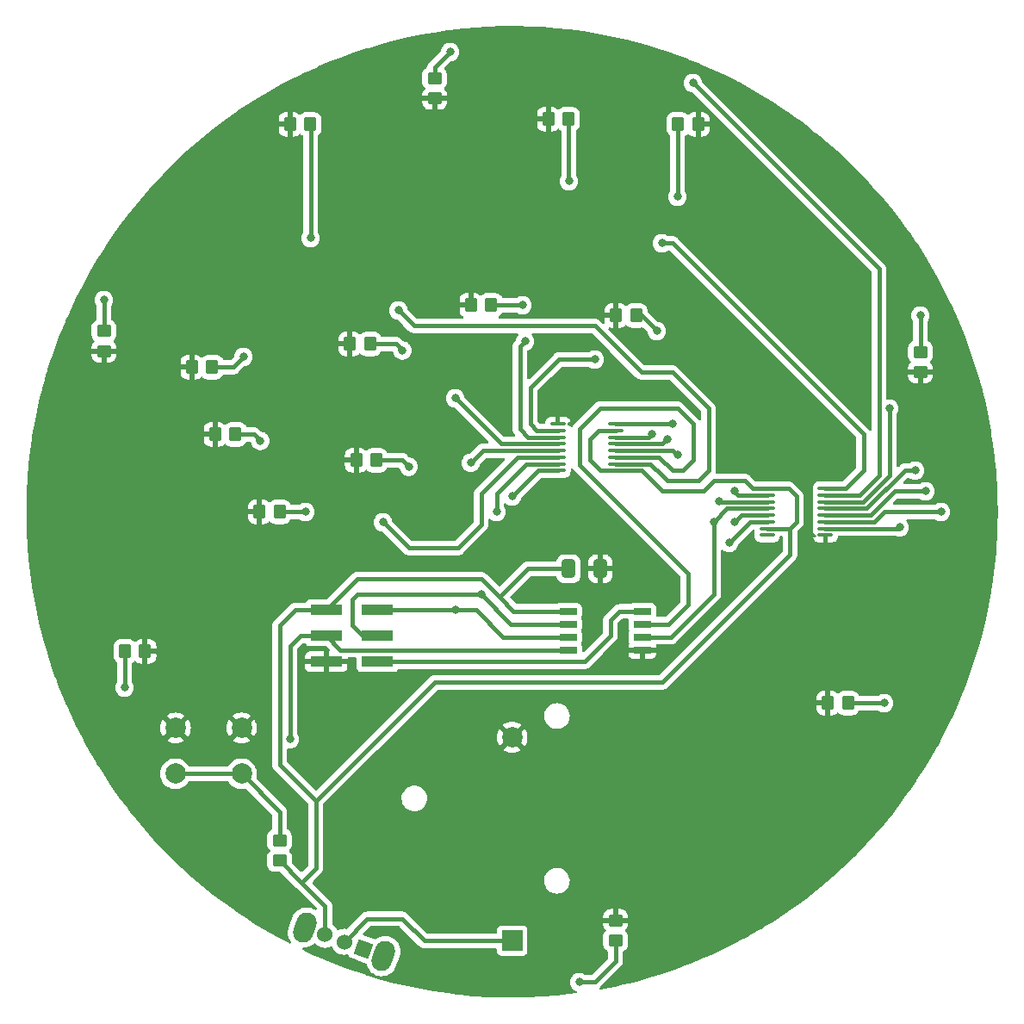
<source format=gbl>
%TF.GenerationSoftware,KiCad,Pcbnew,6.0.1+dfsg-1*%
%TF.CreationDate,2022-01-25T10:44:23+01:00*%
%TF.ProjectId,DTimponator-badge,4454696d-706f-46e6-9174-6f722d626164,2.0*%
%TF.SameCoordinates,Original*%
%TF.FileFunction,Copper,L2,Bot*%
%TF.FilePolarity,Positive*%
%FSLAX46Y46*%
G04 Gerber Fmt 4.6, Leading zero omitted, Abs format (unit mm)*
G04 Created by KiCad (PCBNEW 6.0.1+dfsg-1) date 2022-01-25 10:44:23*
%MOMM*%
%LPD*%
G01*
G04 APERTURE LIST*
G04 Aperture macros list*
%AMRoundRect*
0 Rectangle with rounded corners*
0 $1 Rounding radius*
0 $2 $3 $4 $5 $6 $7 $8 $9 X,Y pos of 4 corners*
0 Add a 4 corners polygon primitive as box body*
4,1,4,$2,$3,$4,$5,$6,$7,$8,$9,$2,$3,0*
0 Add four circle primitives for the rounded corners*
1,1,$1+$1,$2,$3*
1,1,$1+$1,$4,$5*
1,1,$1+$1,$6,$7*
1,1,$1+$1,$8,$9*
0 Add four rect primitives between the rounded corners*
20,1,$1+$1,$2,$3,$4,$5,0*
20,1,$1+$1,$4,$5,$6,$7,0*
20,1,$1+$1,$6,$7,$8,$9,0*
20,1,$1+$1,$8,$9,$2,$3,0*%
%AMHorizOval*
0 Thick line with rounded ends*
0 $1 width*
0 $2 $3 position (X,Y) of the first rounded end (center of the circle)*
0 $4 $5 position (X,Y) of the second rounded end (center of the circle)*
0 Add line between two ends*
20,1,$1,$2,$3,$4,$5,0*
0 Add two circle primitives to create the rounded ends*
1,1,$1,$2,$3*
1,1,$1,$4,$5*%
%AMRotRect*
0 Rectangle, with rotation*
0 The origin of the aperture is its center*
0 $1 length*
0 $2 width*
0 $3 Rotation angle, in degrees counterclockwise*
0 Add horizontal line*
21,1,$1,$2,0,0,$3*%
G04 Aperture macros list end*
%TA.AperFunction,SMDPad,CuDef*%
%ADD10RoundRect,0.250000X0.450000X-0.350000X0.450000X0.350000X-0.450000X0.350000X-0.450000X-0.350000X0*%
%TD*%
%TA.AperFunction,SMDPad,CuDef*%
%ADD11RoundRect,0.250000X-0.450000X0.350000X-0.450000X-0.350000X0.450000X-0.350000X0.450000X0.350000X0*%
%TD*%
%TA.AperFunction,SMDPad,CuDef*%
%ADD12R,1.700000X0.650000*%
%TD*%
%TA.AperFunction,SMDPad,CuDef*%
%ADD13RoundRect,0.250000X0.350000X0.450000X-0.350000X0.450000X-0.350000X-0.450000X0.350000X-0.450000X0*%
%TD*%
%TA.AperFunction,SMDPad,CuDef*%
%ADD14RoundRect,0.100000X0.637500X0.100000X-0.637500X0.100000X-0.637500X-0.100000X0.637500X-0.100000X0*%
%TD*%
%TA.AperFunction,ComponentPad*%
%ADD15C,2.000000*%
%TD*%
%TA.AperFunction,SMDPad,CuDef*%
%ADD16RoundRect,0.250000X-0.412500X-0.650000X0.412500X-0.650000X0.412500X0.650000X-0.412500X0.650000X0*%
%TD*%
%TA.AperFunction,SMDPad,CuDef*%
%ADD17RoundRect,0.250000X-0.350000X-0.450000X0.350000X-0.450000X0.350000X0.450000X-0.350000X0.450000X0*%
%TD*%
%TA.AperFunction,ComponentPad*%
%ADD18R,2.000000X2.000000*%
%TD*%
%TA.AperFunction,SMDPad,CuDef*%
%ADD19RoundRect,0.100000X-0.637500X-0.100000X0.637500X-0.100000X0.637500X0.100000X-0.637500X0.100000X0*%
%TD*%
%TA.AperFunction,SMDPad,CuDef*%
%ADD20R,3.150000X1.000000*%
%TD*%
%TA.AperFunction,ComponentPad*%
%ADD21HorizOval,2.000000X0.171010X0.469846X-0.171010X-0.469846X0*%
%TD*%
%TA.AperFunction,ComponentPad*%
%ADD22RotRect,1.524000X1.524000X160.000000*%
%TD*%
%TA.AperFunction,ComponentPad*%
%ADD23C,1.524000*%
%TD*%
%TA.AperFunction,ViaPad*%
%ADD24C,0.800000*%
%TD*%
%TA.AperFunction,Conductor*%
%ADD25C,0.400000*%
%TD*%
G04 APERTURE END LIST*
D10*
X165100000Y-131048000D03*
X165100000Y-129048000D03*
D11*
X114808000Y-71120000D03*
X114808000Y-73120000D03*
D12*
X167734000Y-98679000D03*
X167734000Y-99949000D03*
X167734000Y-101219000D03*
X167734000Y-102489000D03*
X160434000Y-102489000D03*
X160434000Y-101219000D03*
X160434000Y-99949000D03*
X160434000Y-98679000D03*
D13*
X167132000Y-69596000D03*
X165132000Y-69596000D03*
X141605000Y-83820000D03*
X139605000Y-83820000D03*
X160496000Y-50292000D03*
X158496000Y-50292000D03*
D14*
X185742500Y-86625000D03*
X185742500Y-87275000D03*
X185742500Y-87925000D03*
X185742500Y-88575000D03*
X185742500Y-89225000D03*
X185742500Y-89875000D03*
X185742500Y-90525000D03*
X185742500Y-91175000D03*
X180017500Y-91175000D03*
X180017500Y-90525000D03*
X180017500Y-89875000D03*
X180017500Y-89225000D03*
X180017500Y-88575000D03*
X180017500Y-87925000D03*
X180017500Y-87275000D03*
X180017500Y-86625000D03*
D13*
X125444000Y-74676000D03*
X123444000Y-74676000D03*
D15*
X121845000Y-114645000D03*
X128345000Y-114645000D03*
X128345000Y-110145000D03*
X121845000Y-110145000D03*
D16*
X160489500Y-94488000D03*
X163614500Y-94488000D03*
D13*
X127730000Y-81280000D03*
X125730000Y-81280000D03*
D11*
X147320000Y-46260000D03*
X147320000Y-48260000D03*
D13*
X135096000Y-50800000D03*
X133096000Y-50800000D03*
D11*
X195072000Y-73168000D03*
X195072000Y-75168000D03*
D17*
X116856000Y-102616000D03*
X118856000Y-102616000D03*
D13*
X140970000Y-72390000D03*
X138970000Y-72390000D03*
D18*
X154939999Y-131066001D03*
D15*
X154939999Y-111066001D03*
D13*
X187960000Y-107696000D03*
X185960000Y-107696000D03*
D19*
X159443500Y-84825000D03*
X159443500Y-84175000D03*
X159443500Y-83525000D03*
X159443500Y-82875000D03*
X159443500Y-82225000D03*
X159443500Y-81575000D03*
X159443500Y-80925000D03*
X159443500Y-80275000D03*
X165168500Y-80275000D03*
X165168500Y-80925000D03*
X165168500Y-81575000D03*
X165168500Y-82225000D03*
X165168500Y-82875000D03*
X165168500Y-83525000D03*
X165168500Y-84175000D03*
X165168500Y-84825000D03*
D20*
X141717000Y-98552000D03*
X136667000Y-98552000D03*
X141717000Y-101092000D03*
X136667000Y-101092000D03*
X141717000Y-103632000D03*
X136667000Y-103632000D03*
D13*
X152876000Y-68580000D03*
X150876000Y-68580000D03*
D17*
X171228000Y-50800000D03*
X173228000Y-50800000D03*
D21*
X134577260Y-129762971D03*
X142282740Y-132567537D03*
D22*
X140309385Y-131849294D03*
D23*
X138430000Y-131165254D03*
X136550615Y-130481214D03*
D13*
X132080000Y-88900000D03*
X130080000Y-88900000D03*
D10*
X132080000Y-123190000D03*
X132080000Y-121190000D03*
D24*
X143764000Y-69088000D03*
X169672000Y-62484000D03*
X184912000Y-94996000D03*
X178308000Y-93472000D03*
X174244000Y-75692000D03*
X170180000Y-77216000D03*
X135128000Y-61976000D03*
X172720000Y-46736000D03*
X192024000Y-78740000D03*
X144780000Y-84455000D03*
X160528000Y-56388000D03*
X116840000Y-106172000D03*
X170180000Y-81788000D03*
X149352000Y-98552000D03*
X176784000Y-89916000D03*
X168656000Y-81280000D03*
X151892000Y-97028000D03*
X176276000Y-91948000D03*
X133096000Y-111252000D03*
X128524000Y-73660000D03*
X154940000Y-87376000D03*
X130175000Y-81915000D03*
X153416000Y-88900000D03*
X134620000Y-88900000D03*
X174752000Y-89916000D03*
X171196000Y-83312000D03*
X142240000Y-89916000D03*
X150876000Y-84074000D03*
X144145000Y-73025000D03*
X149352000Y-77724000D03*
X155956000Y-68580000D03*
X156210000Y-72136000D03*
X169164000Y-71120000D03*
X163068000Y-73914000D03*
X171196000Y-57912000D03*
X176784000Y-86868000D03*
X148844000Y-43688000D03*
X114808000Y-68072000D03*
X194564000Y-84836000D03*
X161544000Y-135128000D03*
X195580000Y-86868000D03*
X191516000Y-107696000D03*
X197104000Y-88900000D03*
X195072000Y-69596000D03*
X193040000Y-90424000D03*
X170688000Y-80264000D03*
X175260000Y-87884000D03*
D25*
X138430000Y-131165254D02*
X140690254Y-128905000D01*
X140690254Y-128905000D02*
X144145000Y-128905000D01*
X144145000Y-128905000D02*
X146306001Y-131066001D01*
X146306001Y-131066001D02*
X154939999Y-131066001D01*
X170180000Y-85852000D02*
X173228000Y-85852000D01*
X169672000Y-85344000D02*
X170180000Y-85852000D01*
X145288000Y-70612000D02*
X143764000Y-69088000D01*
X163068000Y-70612000D02*
X152400000Y-70612000D01*
X170688000Y-75184000D02*
X169164000Y-75184000D01*
X174244000Y-84836000D02*
X174244000Y-78740000D01*
X165168500Y-84175000D02*
X168503000Y-84175000D01*
X165100000Y-72644000D02*
X163068000Y-70612000D01*
X174244000Y-78740000D02*
X170688000Y-75184000D01*
X168503000Y-84175000D02*
X169672000Y-85344000D01*
X152400000Y-70612000D02*
X145288000Y-70612000D01*
X167640000Y-75184000D02*
X165100000Y-72644000D01*
X169164000Y-75184000D02*
X167640000Y-75184000D01*
X173228000Y-85852000D02*
X174244000Y-84836000D01*
X170688000Y-62484000D02*
X169672000Y-62484000D01*
X188468000Y-85852000D02*
X189484000Y-84836000D01*
X189484000Y-84836000D02*
X189484000Y-81280000D01*
X185742500Y-86625000D02*
X187695000Y-86625000D01*
X187695000Y-86625000D02*
X188468000Y-85852000D01*
X189484000Y-81280000D02*
X170688000Y-62484000D01*
X132080000Y-123190000D02*
X134239000Y-125349000D01*
X182129000Y-86625000D02*
X182880000Y-87376000D01*
X151892000Y-95504000D02*
X153670000Y-97282000D01*
X182271000Y-93065000D02*
X169672000Y-105664000D01*
X155067000Y-98679000D02*
X160434000Y-98679000D01*
X162560000Y-81788000D02*
X163423000Y-80925000D01*
X136667000Y-98552000D02*
X133604000Y-98552000D01*
X178584000Y-86625000D02*
X177811000Y-85852000D01*
X156464000Y-94488000D02*
X153670000Y-97282000D01*
X132080000Y-113792000D02*
X135636000Y-117348000D01*
X135636000Y-123952000D02*
X134239000Y-125349000D01*
X163423000Y-80925000D02*
X165168500Y-80925000D01*
X147320000Y-105664000D02*
X135636000Y-117348000D01*
X165168500Y-84825000D02*
X163565000Y-84825000D01*
X153670000Y-97282000D02*
X155067000Y-98679000D01*
X136550615Y-127660615D02*
X136550615Y-130481214D01*
X182271000Y-90525000D02*
X180017500Y-90525000D01*
X135636000Y-117348000D02*
X135636000Y-123952000D01*
X163565000Y-84825000D02*
X162560000Y-83820000D01*
X136667000Y-98552000D02*
X139715000Y-95504000D01*
X182880000Y-89916000D02*
X182271000Y-90525000D01*
X162560000Y-83820000D02*
X162560000Y-81788000D01*
X182271000Y-90525000D02*
X182271000Y-93065000D01*
X182880000Y-87376000D02*
X182880000Y-89916000D01*
X180017500Y-86625000D02*
X182129000Y-86625000D01*
X167629000Y-84825000D02*
X165168500Y-84825000D01*
X134239000Y-125349000D02*
X136550615Y-127660615D01*
X139715000Y-95504000D02*
X151892000Y-95504000D01*
X133604000Y-98552000D02*
X132080000Y-100076000D01*
X132080000Y-100076000D02*
X132080000Y-113792000D01*
X177811000Y-85852000D02*
X174752000Y-85852000D01*
X160489500Y-94488000D02*
X156464000Y-94488000D01*
X169672000Y-86868000D02*
X167629000Y-84825000D01*
X173736000Y-86868000D02*
X169672000Y-86868000D01*
X169672000Y-105664000D02*
X147320000Y-105664000D01*
X174752000Y-85852000D02*
X173736000Y-86868000D01*
X180017500Y-86625000D02*
X178584000Y-86625000D01*
X135128000Y-61976000D02*
X135128000Y-50832000D01*
X135128000Y-50832000D02*
X135096000Y-50800000D01*
X189077000Y-87275000D02*
X191008000Y-85344000D01*
X185742500Y-87275000D02*
X189077000Y-87275000D01*
X191008000Y-65024000D02*
X172720000Y-46736000D01*
X191008000Y-85344000D02*
X191008000Y-65024000D01*
X185742500Y-87925000D02*
X189443000Y-87925000D01*
X192024000Y-85344000D02*
X192024000Y-78740000D01*
X189443000Y-87925000D02*
X192024000Y-85344000D01*
X144145000Y-83820000D02*
X141605000Y-83820000D01*
X144780000Y-84455000D02*
X144145000Y-83820000D01*
X160496000Y-56356000D02*
X160496000Y-50292000D01*
X160528000Y-56388000D02*
X160496000Y-56356000D01*
X116840000Y-106172000D02*
X116840000Y-102632000D01*
X116840000Y-102632000D02*
X116856000Y-102616000D01*
X180017500Y-89225000D02*
X177475000Y-89225000D01*
X151384000Y-98552000D02*
X149352000Y-98552000D01*
X170180000Y-81788000D02*
X169743000Y-82225000D01*
X154051000Y-101219000D02*
X151384000Y-98552000D01*
X160434000Y-101219000D02*
X154051000Y-101219000D01*
X149352000Y-98552000D02*
X141717000Y-98552000D01*
X169743000Y-82225000D02*
X165168500Y-82225000D01*
X177475000Y-89225000D02*
X176784000Y-89916000D01*
X180017500Y-89875000D02*
X178349000Y-89875000D01*
X139192000Y-100076000D02*
X140208000Y-101092000D01*
X139192000Y-100076000D02*
X139192000Y-97536000D01*
X151892000Y-97028000D02*
X154813000Y-99949000D01*
X139700000Y-97028000D02*
X151892000Y-97028000D01*
X168361000Y-81575000D02*
X165168500Y-81575000D01*
X154813000Y-99949000D02*
X160434000Y-99949000D01*
X178349000Y-89875000D02*
X176276000Y-91948000D01*
X139192000Y-97536000D02*
X139700000Y-97028000D01*
X140208000Y-101092000D02*
X141717000Y-101092000D01*
X168656000Y-81280000D02*
X168361000Y-81575000D01*
X138064000Y-102489000D02*
X160434000Y-102489000D01*
X132080000Y-118380000D02*
X128345000Y-114645000D01*
X133096000Y-102108000D02*
X133096000Y-111252000D01*
X136667000Y-101092000D02*
X138064000Y-102489000D01*
X132080000Y-121190000D02*
X132080000Y-118380000D01*
X136667000Y-101092000D02*
X134112000Y-101092000D01*
X134112000Y-101092000D02*
X133096000Y-102108000D01*
X121845000Y-114645000D02*
X128345000Y-114645000D01*
X141717000Y-103632000D02*
X162052000Y-103632000D01*
X164592000Y-101092000D02*
X164592000Y-99568000D01*
X164592000Y-99568000D02*
X165481000Y-98679000D01*
X162052000Y-103632000D02*
X164592000Y-101092000D01*
X165481000Y-98679000D02*
X167734000Y-98679000D01*
X128524000Y-73660000D02*
X127508000Y-74676000D01*
X127508000Y-74676000D02*
X125444000Y-74676000D01*
X157491000Y-84825000D02*
X154940000Y-87376000D01*
X159443500Y-84825000D02*
X157491000Y-84825000D01*
X129540000Y-81280000D02*
X127730000Y-81280000D01*
X130175000Y-81915000D02*
X129540000Y-81280000D01*
X159443500Y-84175000D02*
X156363000Y-84175000D01*
X156363000Y-84175000D02*
X154178000Y-86360000D01*
X154178000Y-86360000D02*
X153416000Y-87122000D01*
X153416000Y-87122000D02*
X153416000Y-88900000D01*
X134620000Y-88900000D02*
X132080000Y-88900000D01*
X170759000Y-82875000D02*
X165168500Y-82875000D01*
X174752000Y-97028000D02*
X174752000Y-89916000D01*
X176093000Y-88575000D02*
X174752000Y-89916000D01*
X170561000Y-101219000D02*
X174752000Y-97028000D01*
X180017500Y-88575000D02*
X176093000Y-88575000D01*
X171196000Y-83312000D02*
X170759000Y-82875000D01*
X167734000Y-101219000D02*
X170561000Y-101219000D01*
X163576000Y-78740000D02*
X161544000Y-80772000D01*
X171704000Y-84836000D02*
X172720000Y-83820000D01*
X172212000Y-98044000D02*
X170307000Y-99949000D01*
X165168500Y-83525000D02*
X169377000Y-83525000D01*
X161544000Y-80772000D02*
X161544000Y-84328000D01*
X171196000Y-78740000D02*
X163576000Y-78740000D01*
X170307000Y-99949000D02*
X167734000Y-99949000D01*
X172720000Y-83820000D02*
X172720000Y-80264000D01*
X172212000Y-94996000D02*
X172212000Y-98044000D01*
X170688000Y-84836000D02*
X171704000Y-84836000D01*
X161544000Y-84328000D02*
X172212000Y-94996000D01*
X169377000Y-83525000D02*
X170688000Y-84836000D01*
X172720000Y-80264000D02*
X171196000Y-78740000D01*
X153670000Y-85344000D02*
X151892000Y-87122000D01*
X149606000Y-92456000D02*
X147828000Y-92456000D01*
X151892000Y-90170000D02*
X149606000Y-92456000D01*
X155489000Y-83525000D02*
X153670000Y-85344000D01*
X147828000Y-92456000D02*
X144780000Y-92456000D01*
X144780000Y-92456000D02*
X142240000Y-89916000D01*
X151892000Y-87122000D02*
X151892000Y-90170000D01*
X159443500Y-83525000D02*
X155489000Y-83525000D01*
X159443500Y-82875000D02*
X152075000Y-82875000D01*
X152075000Y-82875000D02*
X150876000Y-84074000D01*
X144145000Y-73025000D02*
X143510000Y-72390000D01*
X143510000Y-72390000D02*
X140970000Y-72390000D01*
X153853000Y-82225000D02*
X149352000Y-77724000D01*
X159443500Y-82225000D02*
X153853000Y-82225000D01*
X155956000Y-68580000D02*
X152876000Y-68580000D01*
X156505000Y-81575000D02*
X155702000Y-80772000D01*
X155702000Y-80772000D02*
X155702000Y-72644000D01*
X159443500Y-81575000D02*
X156505000Y-81575000D01*
X155702000Y-72644000D02*
X156210000Y-72136000D01*
X167640000Y-69596000D02*
X167132000Y-69596000D01*
X169164000Y-71120000D02*
X167640000Y-69596000D01*
X156718000Y-76708000D02*
X158242000Y-75184000D01*
X156718000Y-80264000D02*
X156718000Y-76708000D01*
X159512000Y-73914000D02*
X163068000Y-73914000D01*
X157379000Y-80925000D02*
X156718000Y-80264000D01*
X159443500Y-80925000D02*
X157379000Y-80925000D01*
X158242000Y-75184000D02*
X159512000Y-73914000D01*
X171196000Y-57912000D02*
X171196000Y-50832000D01*
X171196000Y-50832000D02*
X171228000Y-50800000D01*
X177191000Y-87275000D02*
X176784000Y-86868000D01*
X180017500Y-87275000D02*
X177191000Y-87275000D01*
X147320000Y-45212000D02*
X147320000Y-46260000D01*
X148844000Y-43688000D02*
X147320000Y-45212000D01*
X114808000Y-68072000D02*
X114808000Y-71120000D01*
X193548000Y-84836000D02*
X194564000Y-84836000D01*
X185742500Y-88575000D02*
X189809000Y-88575000D01*
X189809000Y-88575000D02*
X193548000Y-84836000D01*
X163068000Y-135128000D02*
X165100000Y-133096000D01*
X161544000Y-135128000D02*
X163068000Y-135128000D01*
X165100000Y-133096000D02*
X165100000Y-131048000D01*
X191516000Y-87884000D02*
X192532000Y-86868000D01*
X192532000Y-86868000D02*
X195580000Y-86868000D01*
X185742500Y-89225000D02*
X190175000Y-89225000D01*
X190175000Y-89225000D02*
X191516000Y-87884000D01*
X191516000Y-107696000D02*
X187960000Y-107696000D01*
X190541000Y-89875000D02*
X191516000Y-88900000D01*
X191516000Y-88900000D02*
X197104000Y-88900000D01*
X185742500Y-89875000D02*
X190541000Y-89875000D01*
X195072000Y-69596000D02*
X195072000Y-73168000D01*
X185742500Y-90525000D02*
X192939000Y-90525000D01*
X192939000Y-90525000D02*
X193040000Y-90424000D01*
X165179500Y-80264000D02*
X165168500Y-80275000D01*
X180017500Y-87925000D02*
X175301000Y-87925000D01*
X170688000Y-80264000D02*
X165179500Y-80264000D01*
X175301000Y-87925000D02*
X175260000Y-87884000D01*
%TA.AperFunction,Conductor*%
G36*
X155275131Y-41149201D02*
G01*
X155666800Y-41157405D01*
X156604734Y-41177052D01*
X156608250Y-41177174D01*
X157657012Y-41228467D01*
X157936625Y-41242143D01*
X157940121Y-41242362D01*
X159266162Y-41344395D01*
X159269616Y-41344710D01*
X160455390Y-41469340D01*
X160592294Y-41483729D01*
X160595789Y-41484146D01*
X161914024Y-41660037D01*
X161917481Y-41660547D01*
X162439830Y-41745149D01*
X163230312Y-41873179D01*
X163233777Y-41873790D01*
X164540125Y-42122990D01*
X164543572Y-42123697D01*
X165293132Y-42288498D01*
X165842538Y-42409292D01*
X165845918Y-42410086D01*
X166263281Y-42514146D01*
X167136344Y-42731826D01*
X167139703Y-42732713D01*
X168420726Y-43090380D01*
X168424039Y-43091356D01*
X169694482Y-43484624D01*
X169697828Y-43485711D01*
X170774245Y-43852153D01*
X170868400Y-43884206D01*
X170956815Y-43914305D01*
X170960098Y-43915474D01*
X171717416Y-44197118D01*
X172206671Y-44379070D01*
X172209951Y-44380343D01*
X173442993Y-44878524D01*
X173446237Y-44879887D01*
X173514950Y-44909907D01*
X174665004Y-45412353D01*
X174668137Y-45413775D01*
X175871514Y-45980041D01*
X175874624Y-45981557D01*
X176554515Y-46324995D01*
X177061740Y-46581213D01*
X177064858Y-46582843D01*
X177202347Y-46657183D01*
X178234760Y-47215406D01*
X178237801Y-47217107D01*
X179389535Y-47882060D01*
X179392557Y-47883861D01*
X180525316Y-48580740D01*
X180528287Y-48582626D01*
X181641094Y-49310826D01*
X181644011Y-49312793D01*
X182059784Y-49601762D01*
X182736110Y-50071821D01*
X182738921Y-50073833D01*
X183387308Y-50551865D01*
X183809428Y-50863079D01*
X183812230Y-50865207D01*
X184725803Y-51578968D01*
X184860185Y-51683959D01*
X184862919Y-51686156D01*
X185167123Y-51937816D01*
X185887669Y-52533904D01*
X185890349Y-52536185D01*
X186890990Y-53412179D01*
X186893594Y-53414523D01*
X187376542Y-53861738D01*
X187869413Y-54318142D01*
X187871961Y-54320568D01*
X188822176Y-55251087D01*
X188824655Y-55253584D01*
X189748501Y-56210255D01*
X189750907Y-56212817D01*
X190395946Y-56919226D01*
X190647666Y-57194894D01*
X190650002Y-57197525D01*
X191518993Y-58204261D01*
X191521255Y-58206956D01*
X191938049Y-58717995D01*
X192361817Y-59237586D01*
X192364003Y-59240344D01*
X193175457Y-60294040D01*
X193177564Y-60296857D01*
X193959270Y-61372783D01*
X193961298Y-61375658D01*
X194712667Y-62473004D01*
X194714612Y-62475933D01*
X194724042Y-62490565D01*
X195435033Y-63593806D01*
X195436898Y-63596790D01*
X196125842Y-64734372D01*
X196127622Y-64737406D01*
X196486793Y-65369660D01*
X196784535Y-65893781D01*
X196786230Y-65896865D01*
X197410571Y-67071081D01*
X197412180Y-67074210D01*
X198003528Y-68265472D01*
X198005048Y-68268645D01*
X198133525Y-68546695D01*
X198555327Y-69459556D01*
X198562885Y-69475914D01*
X198564306Y-69479105D01*
X199065268Y-70647937D01*
X199088226Y-70701503D01*
X199089567Y-70704756D01*
X199579157Y-71941319D01*
X199580406Y-71944608D01*
X200035275Y-73194353D01*
X200036404Y-73197594D01*
X200302161Y-73996488D01*
X200456205Y-74459562D01*
X200457269Y-74462916D01*
X200841658Y-75736073D01*
X200842628Y-75739455D01*
X200943775Y-76111739D01*
X201175483Y-76964565D01*
X201191322Y-77022864D01*
X201192197Y-77026272D01*
X201504914Y-78318889D01*
X201505694Y-78322320D01*
X201782209Y-79623218D01*
X201782892Y-79626670D01*
X202022810Y-80933879D01*
X202022964Y-80934719D01*
X202023547Y-80938165D01*
X202078992Y-81296318D01*
X202227015Y-82252490D01*
X202227504Y-82255974D01*
X202394182Y-83575364D01*
X202394575Y-83578861D01*
X202407309Y-83708729D01*
X202522965Y-84888280D01*
X202524357Y-84902479D01*
X202524649Y-84905963D01*
X202567499Y-85518749D01*
X202617421Y-86232670D01*
X202617617Y-86236183D01*
X202673307Y-87564901D01*
X202673406Y-87568418D01*
X202691975Y-88898241D01*
X202691975Y-88901759D01*
X202673406Y-90231582D01*
X202673307Y-90235099D01*
X202617617Y-91563817D01*
X202617421Y-91567330D01*
X202586096Y-92015305D01*
X202530239Y-92814109D01*
X202524651Y-92894015D01*
X202524359Y-92897499D01*
X202459595Y-93558012D01*
X202394575Y-94221139D01*
X202394182Y-94224636D01*
X202227504Y-95544026D01*
X202227015Y-95547510D01*
X202125172Y-96205380D01*
X202051335Y-96682340D01*
X202023551Y-96861812D01*
X202022968Y-96865257D01*
X201802144Y-98068434D01*
X201782892Y-98173330D01*
X201782209Y-98176782D01*
X201505694Y-99477680D01*
X201504914Y-99481111D01*
X201192197Y-100773728D01*
X201191323Y-100777132D01*
X201093600Y-101136814D01*
X200842628Y-102060545D01*
X200841658Y-102063927D01*
X200457269Y-103337084D01*
X200456205Y-103340438D01*
X200392228Y-103532760D01*
X200042988Y-104582615D01*
X200036414Y-104602376D01*
X200035275Y-104605647D01*
X199660602Y-105635056D01*
X199580406Y-105855392D01*
X199579157Y-105858681D01*
X199089567Y-107095244D01*
X199088227Y-107098494D01*
X198569576Y-108308600D01*
X198564316Y-108320872D01*
X198562895Y-108324063D01*
X198284618Y-108926311D01*
X198005048Y-109531355D01*
X198003528Y-109534528D01*
X197412180Y-110725790D01*
X197410571Y-110728919D01*
X197230740Y-111067133D01*
X196844337Y-111793852D01*
X196786230Y-111903135D01*
X196784545Y-111906200D01*
X196561909Y-112298111D01*
X196127622Y-113062594D01*
X196125842Y-113065628D01*
X195436898Y-114203210D01*
X195435033Y-114206194D01*
X194714614Y-115324065D01*
X194712668Y-115326994D01*
X194694519Y-115353500D01*
X193961298Y-116424342D01*
X193959270Y-116427217D01*
X193177564Y-117503143D01*
X193175457Y-117505960D01*
X192364003Y-118559656D01*
X192361826Y-118562402D01*
X191845709Y-119195224D01*
X191521255Y-119593044D01*
X191518993Y-119595739D01*
X190650002Y-120602475D01*
X190647666Y-120605106D01*
X189750909Y-121587180D01*
X189748501Y-121589745D01*
X188824655Y-122546416D01*
X188822176Y-122548913D01*
X188573109Y-122792817D01*
X187982563Y-123371123D01*
X187871961Y-123479432D01*
X187869417Y-123481854D01*
X186902425Y-124377300D01*
X186893605Y-124385467D01*
X186891002Y-124387810D01*
X186462463Y-124762968D01*
X185890349Y-125263815D01*
X185887669Y-125266096D01*
X185279032Y-125769605D01*
X185053057Y-125956548D01*
X184862927Y-126113837D01*
X184860194Y-126116034D01*
X184331506Y-126529090D01*
X183812230Y-126934793D01*
X183809428Y-126936921D01*
X182738921Y-127726167D01*
X182736110Y-127728179D01*
X182206794Y-128096063D01*
X181644011Y-128487207D01*
X181641094Y-128489174D01*
X180528287Y-129217374D01*
X180525316Y-129219260D01*
X179879809Y-129616379D01*
X179403713Y-129909276D01*
X179392557Y-129916139D01*
X179389545Y-129917934D01*
X178294813Y-130549978D01*
X178237816Y-130582885D01*
X178234760Y-130584594D01*
X177332944Y-131072204D01*
X177064858Y-131217157D01*
X177061740Y-131218787D01*
X175874624Y-131818443D01*
X175871514Y-131819959D01*
X174668137Y-132386225D01*
X174665004Y-132387647D01*
X173630902Y-132839435D01*
X173446237Y-132920113D01*
X173442993Y-132921476D01*
X172209951Y-133419657D01*
X172206671Y-133420930D01*
X171936836Y-133521281D01*
X170960098Y-133884526D01*
X170956826Y-133885691D01*
X170874715Y-133913644D01*
X169697828Y-134314289D01*
X169694482Y-134315376D01*
X168424039Y-134708644D01*
X168420726Y-134709620D01*
X167139703Y-135067287D01*
X167136344Y-135068174D01*
X166474809Y-135233114D01*
X165845918Y-135389914D01*
X165842538Y-135390708D01*
X165382898Y-135491766D01*
X164543572Y-135676303D01*
X164540125Y-135677010D01*
X164021494Y-135775945D01*
X163685140Y-135840108D01*
X163614479Y-135833225D01*
X163558756Y-135789232D01*
X163535663Y-135722096D01*
X163552532Y-135653132D01*
X163567454Y-135632522D01*
X163581434Y-135616831D01*
X163586416Y-135611554D01*
X165580520Y-133617450D01*
X165586785Y-133611596D01*
X165607259Y-133593735D01*
X165630385Y-133573561D01*
X165667129Y-133521280D01*
X165671061Y-133515986D01*
X165705791Y-133471693D01*
X165710476Y-133465718D01*
X165713599Y-133458802D01*
X165714983Y-133456516D01*
X165723357Y-133441835D01*
X165724622Y-133439475D01*
X165728990Y-133433261D01*
X165752203Y-133373723D01*
X165754759Y-133367642D01*
X165777918Y-133316352D01*
X165781045Y-133309427D01*
X165782429Y-133301960D01*
X165783230Y-133299405D01*
X165787859Y-133283152D01*
X165788522Y-133280572D01*
X165791282Y-133273491D01*
X165799622Y-133210139D01*
X165800653Y-133203632D01*
X165805982Y-133174883D01*
X165812296Y-133140814D01*
X165808709Y-133078608D01*
X165808500Y-133071354D01*
X165808500Y-132199387D01*
X165828502Y-132131266D01*
X165874730Y-132090816D01*
X165873946Y-132089550D01*
X166018120Y-132000332D01*
X166024348Y-131996478D01*
X166149305Y-131871303D01*
X166194525Y-131797943D01*
X166238275Y-131726968D01*
X166238276Y-131726966D01*
X166242115Y-131720738D01*
X166281912Y-131600753D01*
X166295632Y-131559389D01*
X166295632Y-131559387D01*
X166297797Y-131552861D01*
X166308500Y-131448400D01*
X166308500Y-130647600D01*
X166304258Y-130606717D01*
X166298238Y-130548692D01*
X166298237Y-130548688D01*
X166297526Y-130541834D01*
X166241550Y-130374054D01*
X166148478Y-130223652D01*
X166115328Y-130190560D01*
X166061537Y-130136862D01*
X166027458Y-130074579D01*
X166032461Y-130003759D01*
X166061382Y-129958671D01*
X166143739Y-129876171D01*
X166152751Y-129864760D01*
X166237816Y-129726757D01*
X166243963Y-129713576D01*
X166295138Y-129559290D01*
X166298005Y-129545914D01*
X166307672Y-129451562D01*
X166308000Y-129445146D01*
X166308000Y-129320115D01*
X166303525Y-129304876D01*
X166302135Y-129303671D01*
X166294452Y-129302000D01*
X163910116Y-129302000D01*
X163894877Y-129306475D01*
X163893672Y-129307865D01*
X163892001Y-129315548D01*
X163892001Y-129445095D01*
X163892338Y-129451614D01*
X163902257Y-129547206D01*
X163905149Y-129560600D01*
X163956588Y-129714784D01*
X163962761Y-129727962D01*
X164048063Y-129865807D01*
X164057099Y-129877208D01*
X164138462Y-129958430D01*
X164172541Y-130020713D01*
X164167538Y-130091533D01*
X164138617Y-130136620D01*
X164055870Y-130219512D01*
X164055866Y-130219517D01*
X164050695Y-130224697D01*
X164046855Y-130230927D01*
X164046854Y-130230928D01*
X163975852Y-130346115D01*
X163957885Y-130375262D01*
X163902203Y-130543139D01*
X163891500Y-130647600D01*
X163891500Y-131448400D01*
X163891837Y-131451646D01*
X163891837Y-131451650D01*
X163901681Y-131546521D01*
X163902474Y-131554166D01*
X163904655Y-131560702D01*
X163904655Y-131560704D01*
X163938942Y-131663473D01*
X163958450Y-131721946D01*
X164051522Y-131872348D01*
X164176697Y-131997305D01*
X164182927Y-132001145D01*
X164182928Y-132001146D01*
X164327262Y-132090115D01*
X164326226Y-132091795D01*
X164372031Y-132132121D01*
X164391500Y-132199405D01*
X164391500Y-132750340D01*
X164371498Y-132818461D01*
X164354595Y-132839435D01*
X162811435Y-134382595D01*
X162749123Y-134416621D01*
X162722340Y-134419500D01*
X162155405Y-134419500D01*
X162087284Y-134399498D01*
X162081344Y-134395436D01*
X162006094Y-134340763D01*
X162006093Y-134340762D01*
X162000752Y-134336882D01*
X161994724Y-134334198D01*
X161994722Y-134334197D01*
X161832319Y-134261891D01*
X161832318Y-134261891D01*
X161826288Y-134259206D01*
X161732888Y-134239353D01*
X161645944Y-134220872D01*
X161645939Y-134220872D01*
X161639487Y-134219500D01*
X161448513Y-134219500D01*
X161442061Y-134220872D01*
X161442056Y-134220872D01*
X161355112Y-134239353D01*
X161261712Y-134259206D01*
X161255682Y-134261891D01*
X161255681Y-134261891D01*
X161093278Y-134334197D01*
X161093276Y-134334198D01*
X161087248Y-134336882D01*
X160932747Y-134449134D01*
X160928326Y-134454044D01*
X160928325Y-134454045D01*
X160871692Y-134516943D01*
X160804960Y-134591056D01*
X160801659Y-134596774D01*
X160736497Y-134709638D01*
X160709473Y-134756444D01*
X160650458Y-134938072D01*
X160630496Y-135128000D01*
X160650458Y-135317928D01*
X160709473Y-135499556D01*
X160712776Y-135505278D01*
X160712777Y-135505279D01*
X160746686Y-135564010D01*
X160804960Y-135664944D01*
X160932747Y-135806866D01*
X160969027Y-135833225D01*
X161074916Y-135910158D01*
X161087248Y-135919118D01*
X161093274Y-135921801D01*
X161093281Y-135921805D01*
X161252761Y-135992809D01*
X161306857Y-136038789D01*
X161327507Y-136106716D01*
X161308155Y-136175024D01*
X161254944Y-136222026D01*
X161218177Y-136232809D01*
X160595787Y-136315854D01*
X160592291Y-136316271D01*
X159269616Y-136455290D01*
X159266162Y-136455605D01*
X157940121Y-136557638D01*
X157936625Y-136557857D01*
X157657012Y-136571533D01*
X156608250Y-136622826D01*
X156604734Y-136622948D01*
X155666800Y-136642595D01*
X155275131Y-136650799D01*
X155271637Y-136650824D01*
X154644116Y-136646443D01*
X153941705Y-136641539D01*
X153938188Y-136641465D01*
X152609082Y-136595052D01*
X152605567Y-136594880D01*
X151278266Y-136511373D01*
X151274758Y-136511103D01*
X150293326Y-136421786D01*
X149950329Y-136390571D01*
X149946844Y-136390206D01*
X149535053Y-136341102D01*
X148626214Y-136232729D01*
X148622727Y-136232263D01*
X147307118Y-136037991D01*
X147303644Y-136037429D01*
X145993874Y-135806482D01*
X145990418Y-135805822D01*
X144687696Y-135538411D01*
X144684262Y-135537657D01*
X143389466Y-135233965D01*
X143386052Y-135233114D01*
X142100250Y-134893390D01*
X142096861Y-134892444D01*
X140871504Y-134531802D01*
X140821012Y-134516941D01*
X140817656Y-134515902D01*
X140697064Y-134476719D01*
X140386018Y-134375654D01*
X139552841Y-134104938D01*
X139549510Y-134103804D01*
X138296662Y-133657686D01*
X138293364Y-133656460D01*
X137053424Y-133175518D01*
X137050162Y-133174200D01*
X135824141Y-132658829D01*
X135820917Y-132657420D01*
X135517465Y-132519768D01*
X134609785Y-132108026D01*
X134606614Y-132106534D01*
X134576395Y-132091795D01*
X134357558Y-131985061D01*
X134305101Y-131937222D01*
X134286835Y-131868616D01*
X134308559Y-131801025D01*
X134363378Y-131755909D01*
X134411873Y-131745825D01*
X134416816Y-131746188D01*
X134537728Y-131735610D01*
X134653603Y-131725473D01*
X134653608Y-131725472D01*
X134658639Y-131725032D01*
X134893969Y-131665483D01*
X135011713Y-131614531D01*
X135112105Y-131571088D01*
X135112110Y-131571085D01*
X135116751Y-131569077D01*
X135321255Y-131438292D01*
X135438163Y-131333764D01*
X135502279Y-131303270D01*
X135572701Y-131312281D01*
X135611242Y-131338599D01*
X135730834Y-131458191D01*
X135735342Y-131461348D01*
X135735345Y-131461350D01*
X135811110Y-131514401D01*
X135912938Y-131585702D01*
X135917920Y-131588025D01*
X135917925Y-131588028D01*
X136084029Y-131665483D01*
X136114419Y-131679654D01*
X136119727Y-131681076D01*
X136119729Y-131681077D01*
X136171657Y-131694991D01*
X136329152Y-131737192D01*
X136550615Y-131756567D01*
X136772078Y-131737192D01*
X136929573Y-131694991D01*
X136981501Y-131681077D01*
X136981503Y-131681076D01*
X136986811Y-131679654D01*
X137017759Y-131665223D01*
X137103605Y-131625192D01*
X137173797Y-131614531D01*
X137238609Y-131643511D01*
X137271050Y-131686137D01*
X137323186Y-131797943D01*
X137323189Y-131797948D01*
X137325512Y-131802930D01*
X137328668Y-131807437D01*
X137328669Y-131807439D01*
X137395295Y-131902590D01*
X137453023Y-131985035D01*
X137610219Y-132142231D01*
X137614727Y-132145388D01*
X137614730Y-132145390D01*
X137690495Y-132198441D01*
X137792323Y-132269742D01*
X137797305Y-132272065D01*
X137797310Y-132272068D01*
X137988822Y-132361371D01*
X137993804Y-132363694D01*
X137999112Y-132365116D01*
X137999114Y-132365117D01*
X138040652Y-132376247D01*
X138208537Y-132421232D01*
X138430000Y-132440607D01*
X138651463Y-132421232D01*
X138656777Y-132419808D01*
X138656783Y-132419807D01*
X138704915Y-132406910D01*
X138775891Y-132408599D01*
X138834687Y-132448392D01*
X138858116Y-132492090D01*
X138867124Y-132521832D01*
X138946774Y-132643782D01*
X139057450Y-132738476D01*
X139113571Y-132766091D01*
X139116783Y-132767260D01*
X140563574Y-133293850D01*
X140620745Y-133335944D01*
X140643633Y-133385624D01*
X140662915Y-133474806D01*
X140709522Y-133593735D01*
X140749641Y-133696109D01*
X140749644Y-133696115D01*
X140751487Y-133700818D01*
X140875057Y-133909761D01*
X141030441Y-134096259D01*
X141034259Y-134099578D01*
X141034264Y-134099583D01*
X141209826Y-134252196D01*
X141209832Y-134252200D01*
X141213645Y-134255515D01*
X141217944Y-134258180D01*
X141217946Y-134258182D01*
X141404165Y-134373643D01*
X141419955Y-134383433D01*
X141424624Y-134385376D01*
X141424623Y-134385376D01*
X141639387Y-134474774D01*
X141639393Y-134474776D01*
X141644061Y-134476719D01*
X141648982Y-134477891D01*
X141648987Y-134477893D01*
X141867876Y-134530039D01*
X141880200Y-134532975D01*
X141885243Y-134533345D01*
X141885247Y-134533346D01*
X142117253Y-134550384D01*
X142117257Y-134550384D01*
X142122296Y-134550754D01*
X142229848Y-134541345D01*
X142359083Y-134530039D01*
X142359088Y-134530038D01*
X142364119Y-134529598D01*
X142573090Y-134476719D01*
X142594545Y-134471290D01*
X142594546Y-134471290D01*
X142599449Y-134470049D01*
X142694406Y-134428958D01*
X142817585Y-134375654D01*
X142817590Y-134375651D01*
X142822231Y-134373643D01*
X143026735Y-134242858D01*
X143207698Y-134081059D01*
X143360464Y-133892409D01*
X143364309Y-133885695D01*
X143479138Y-133685191D01*
X143479140Y-133685187D01*
X143481102Y-133681761D01*
X143491123Y-133657686D01*
X143491745Y-133656193D01*
X143491750Y-133656179D01*
X143492292Y-133654878D01*
X143855338Y-132657420D01*
X143891275Y-132558684D01*
X143891276Y-132558680D01*
X143892140Y-132556307D01*
X143902205Y-132519768D01*
X143939008Y-132386153D01*
X143939009Y-132386149D01*
X143940351Y-132381276D01*
X143966568Y-132139948D01*
X143965669Y-132122783D01*
X143954129Y-131902590D01*
X143953864Y-131897534D01*
X143902565Y-131660268D01*
X143891930Y-131633129D01*
X143815839Y-131438967D01*
X143815838Y-131438965D01*
X143813993Y-131434257D01*
X143761065Y-131344761D01*
X143692999Y-131229669D01*
X143692996Y-131229665D01*
X143690423Y-131225314D01*
X143535039Y-131038815D01*
X143380377Y-130904370D01*
X143355657Y-130882881D01*
X143355654Y-130882879D01*
X143351835Y-130879559D01*
X143145525Y-130751642D01*
X142961308Y-130674959D01*
X142926087Y-130660298D01*
X142926086Y-130660298D01*
X142921419Y-130658355D01*
X142752254Y-130618054D01*
X142690204Y-130603272D01*
X142690203Y-130603272D01*
X142685280Y-130602099D01*
X142680237Y-130601729D01*
X142680233Y-130601728D01*
X142448227Y-130584690D01*
X142448223Y-130584690D01*
X142443184Y-130584320D01*
X142335632Y-130593729D01*
X142206397Y-130605035D01*
X142206392Y-130605036D01*
X142201361Y-130605476D01*
X142196456Y-130606717D01*
X142196457Y-130606717D01*
X141997018Y-130657184D01*
X141966031Y-130665025D01*
X141943075Y-130674959D01*
X141747894Y-130759420D01*
X141747889Y-130759423D01*
X141743248Y-130761431D01*
X141538898Y-130892118D01*
X141470734Y-130911969D01*
X141427921Y-130904370D01*
X140978497Y-130740793D01*
X140341702Y-130509018D01*
X140284531Y-130466924D01*
X140259193Y-130400602D01*
X140273734Y-130331111D01*
X140295702Y-130301522D01*
X140946819Y-129650405D01*
X141009131Y-129616379D01*
X141035914Y-129613500D01*
X143799340Y-129613500D01*
X143867461Y-129633502D01*
X143888435Y-129650405D01*
X145784551Y-131546521D01*
X145790405Y-131552786D01*
X145828440Y-131596386D01*
X145854258Y-131614531D01*
X145880720Y-131633129D01*
X145886015Y-131637062D01*
X145936283Y-131676477D01*
X145943199Y-131679600D01*
X145945485Y-131680984D01*
X145960166Y-131689358D01*
X145962526Y-131690623D01*
X145968740Y-131694991D01*
X145975819Y-131697751D01*
X145975821Y-131697752D01*
X146028276Y-131718203D01*
X146034345Y-131720754D01*
X146092574Y-131747046D01*
X146100041Y-131748430D01*
X146102596Y-131749231D01*
X146118849Y-131753860D01*
X146121429Y-131754523D01*
X146128510Y-131757283D01*
X146136041Y-131758274D01*
X146136043Y-131758275D01*
X146165662Y-131762174D01*
X146191862Y-131765623D01*
X146198360Y-131766653D01*
X146261187Y-131778297D01*
X146268767Y-131777860D01*
X146268768Y-131777860D01*
X146323393Y-131774710D01*
X146330647Y-131774501D01*
X153305499Y-131774501D01*
X153373620Y-131794503D01*
X153420113Y-131848159D01*
X153431499Y-131900501D01*
X153431499Y-132114135D01*
X153438254Y-132176317D01*
X153489384Y-132312706D01*
X153576738Y-132429262D01*
X153693294Y-132516616D01*
X153829683Y-132567746D01*
X153891865Y-132574501D01*
X155988133Y-132574501D01*
X156050315Y-132567746D01*
X156186704Y-132516616D01*
X156303260Y-132429262D01*
X156390614Y-132312706D01*
X156441744Y-132176317D01*
X156448499Y-132114135D01*
X156448499Y-130017867D01*
X156441744Y-129955685D01*
X156390614Y-129819296D01*
X156303260Y-129702740D01*
X156186704Y-129615386D01*
X156050315Y-129564256D01*
X155988133Y-129557501D01*
X153891865Y-129557501D01*
X153829683Y-129564256D01*
X153693294Y-129615386D01*
X153576738Y-129702740D01*
X153489384Y-129819296D01*
X153438254Y-129955685D01*
X153431499Y-130017867D01*
X153431499Y-130231501D01*
X153411497Y-130299622D01*
X153357841Y-130346115D01*
X153305499Y-130357501D01*
X146651661Y-130357501D01*
X146583540Y-130337499D01*
X146562566Y-130320596D01*
X145017855Y-128775885D01*
X163892000Y-128775885D01*
X163896475Y-128791124D01*
X163897865Y-128792329D01*
X163905548Y-128794000D01*
X164827885Y-128794000D01*
X164843124Y-128789525D01*
X164844329Y-128788135D01*
X164846000Y-128780452D01*
X164846000Y-128775885D01*
X165354000Y-128775885D01*
X165358475Y-128791124D01*
X165359865Y-128792329D01*
X165367548Y-128794000D01*
X166289884Y-128794000D01*
X166305123Y-128789525D01*
X166306328Y-128788135D01*
X166307999Y-128780452D01*
X166307999Y-128650905D01*
X166307662Y-128644386D01*
X166297743Y-128548794D01*
X166294851Y-128535400D01*
X166243412Y-128381216D01*
X166237239Y-128368038D01*
X166151937Y-128230193D01*
X166142901Y-128218792D01*
X166028171Y-128104261D01*
X166016760Y-128095249D01*
X165878757Y-128010184D01*
X165865576Y-128004037D01*
X165711290Y-127952862D01*
X165697914Y-127949995D01*
X165603562Y-127940328D01*
X165597145Y-127940000D01*
X165372115Y-127940000D01*
X165356876Y-127944475D01*
X165355671Y-127945865D01*
X165354000Y-127953548D01*
X165354000Y-128775885D01*
X164846000Y-128775885D01*
X164846000Y-127958116D01*
X164841525Y-127942877D01*
X164840135Y-127941672D01*
X164832452Y-127940001D01*
X164602905Y-127940001D01*
X164596386Y-127940338D01*
X164500794Y-127950257D01*
X164487400Y-127953149D01*
X164333216Y-128004588D01*
X164320038Y-128010761D01*
X164182193Y-128096063D01*
X164170792Y-128105099D01*
X164056261Y-128219829D01*
X164047249Y-128231240D01*
X163962184Y-128369243D01*
X163956037Y-128382424D01*
X163904862Y-128536710D01*
X163901995Y-128550086D01*
X163892328Y-128644438D01*
X163892000Y-128650855D01*
X163892000Y-128775885D01*
X145017855Y-128775885D01*
X144666450Y-128424480D01*
X144660596Y-128418215D01*
X144628319Y-128381216D01*
X144622561Y-128374615D01*
X144570280Y-128337871D01*
X144564986Y-128333939D01*
X144520693Y-128299209D01*
X144514718Y-128294524D01*
X144507802Y-128291401D01*
X144505516Y-128290017D01*
X144490835Y-128281643D01*
X144488475Y-128280378D01*
X144482261Y-128276010D01*
X144475182Y-128273250D01*
X144475180Y-128273249D01*
X144433200Y-128256882D01*
X144422723Y-128252797D01*
X144416656Y-128250247D01*
X144358427Y-128223955D01*
X144350960Y-128222571D01*
X144348405Y-128221770D01*
X144332152Y-128217141D01*
X144329572Y-128216478D01*
X144322491Y-128213718D01*
X144314960Y-128212727D01*
X144314958Y-128212726D01*
X144285339Y-128208827D01*
X144259139Y-128205378D01*
X144252641Y-128204348D01*
X144189814Y-128192704D01*
X144182234Y-128193141D01*
X144182233Y-128193141D01*
X144127608Y-128196291D01*
X144120354Y-128196500D01*
X140719181Y-128196500D01*
X140710612Y-128196208D01*
X140660479Y-128192790D01*
X140660475Y-128192790D01*
X140652902Y-128192274D01*
X140589935Y-128203264D01*
X140583423Y-128204224D01*
X140520012Y-128211898D01*
X140512911Y-128214581D01*
X140510302Y-128215222D01*
X140493969Y-128219691D01*
X140491449Y-128220452D01*
X140483971Y-128221757D01*
X140477019Y-128224809D01*
X140477018Y-128224809D01*
X140425458Y-128247441D01*
X140419353Y-128249932D01*
X140366710Y-128269825D01*
X140366706Y-128269827D01*
X140359598Y-128272513D01*
X140353337Y-128276816D01*
X140350971Y-128278053D01*
X140336191Y-128286280D01*
X140333906Y-128287631D01*
X140326949Y-128290685D01*
X140320929Y-128295305D01*
X140320923Y-128295308D01*
X140289796Y-128319194D01*
X140276252Y-128329587D01*
X140270922Y-128333459D01*
X140224534Y-128365339D01*
X140224529Y-128365344D01*
X140218273Y-128369643D01*
X140213222Y-128375313D01*
X140213220Y-128375314D01*
X140176819Y-128416170D01*
X140171838Y-128421446D01*
X138722936Y-129870348D01*
X138660624Y-129904374D01*
X138622862Y-129906774D01*
X138430000Y-129889901D01*
X138208537Y-129909276D01*
X138064949Y-129947751D01*
X137999114Y-129965391D01*
X137999112Y-129965392D01*
X137993804Y-129966814D01*
X137988823Y-129969136D01*
X137988822Y-129969137D01*
X137877010Y-130021276D01*
X137806818Y-130031937D01*
X137742006Y-130002957D01*
X137709565Y-129960331D01*
X137657429Y-129848525D01*
X137657426Y-129848520D01*
X137655103Y-129843538D01*
X137574176Y-129727962D01*
X137530751Y-129665944D01*
X137530749Y-129665941D01*
X137527592Y-129661433D01*
X137370396Y-129504237D01*
X137365886Y-129501079D01*
X137365880Y-129501074D01*
X137312845Y-129463939D01*
X137268516Y-129408482D01*
X137259115Y-129360726D01*
X137259115Y-127689527D01*
X137259407Y-127680957D01*
X137262824Y-127630839D01*
X137262824Y-127630835D01*
X137263340Y-127623263D01*
X137252354Y-127560318D01*
X137251392Y-127553797D01*
X137244630Y-127497919D01*
X137243717Y-127490373D01*
X137241031Y-127483265D01*
X137240394Y-127480671D01*
X137235933Y-127464365D01*
X137235163Y-127461814D01*
X137233857Y-127454331D01*
X137208176Y-127395827D01*
X137205684Y-127389720D01*
X137185788Y-127337067D01*
X137185788Y-127337066D01*
X137183102Y-127329959D01*
X137178799Y-127323698D01*
X137177562Y-127321332D01*
X137169335Y-127306552D01*
X137167984Y-127304267D01*
X137164930Y-127297310D01*
X137160310Y-127291290D01*
X137160307Y-127291284D01*
X137126036Y-127246624D01*
X137122156Y-127241283D01*
X137090276Y-127194895D01*
X137090271Y-127194890D01*
X137085972Y-127188634D01*
X137039444Y-127147179D01*
X137034169Y-127142199D01*
X135330066Y-125438096D01*
X135296040Y-125375784D01*
X135301105Y-125304969D01*
X135330066Y-125259906D01*
X135384281Y-125205691D01*
X158077036Y-125205691D01*
X158104024Y-125428716D01*
X158170081Y-125643436D01*
X158172651Y-125648416D01*
X158172653Y-125648420D01*
X158237851Y-125774739D01*
X158273117Y-125843065D01*
X158409876Y-126021293D01*
X158576035Y-126172486D01*
X158580782Y-126175464D01*
X158580785Y-126175466D01*
X158709228Y-126256037D01*
X158766343Y-126291865D01*
X158974782Y-126375657D01*
X159194766Y-126421214D01*
X159199377Y-126421480D01*
X159199378Y-126421480D01*
X159249951Y-126424396D01*
X159249955Y-126424396D01*
X159251774Y-126424501D01*
X159396998Y-126424501D01*
X159399785Y-126424252D01*
X159399791Y-126424252D01*
X159469928Y-126417992D01*
X159563761Y-126409618D01*
X159569175Y-126408137D01*
X159569180Y-126408136D01*
X159696911Y-126373192D01*
X159780450Y-126350338D01*
X159785508Y-126347926D01*
X159785512Y-126347924D01*
X159903041Y-126291865D01*
X159983217Y-126253623D01*
X160165653Y-126122530D01*
X160321991Y-125961202D01*
X160447289Y-125774739D01*
X160537587Y-125569034D01*
X160583983Y-125375784D01*
X160588721Y-125356047D01*
X160588721Y-125356046D01*
X160590031Y-125350590D01*
X160598709Y-125200084D01*
X160602639Y-125131918D01*
X160602639Y-125131915D01*
X160602962Y-125126311D01*
X160575974Y-124903286D01*
X160509917Y-124688566D01*
X160444797Y-124562397D01*
X160409453Y-124493920D01*
X160409453Y-124493919D01*
X160406881Y-124488937D01*
X160270122Y-124310709D01*
X160103963Y-124159516D01*
X160099216Y-124156538D01*
X160099213Y-124156536D01*
X159918404Y-124043116D01*
X159913655Y-124040137D01*
X159705216Y-123956345D01*
X159485232Y-123910788D01*
X159480621Y-123910522D01*
X159480620Y-123910522D01*
X159430047Y-123907606D01*
X159430043Y-123907606D01*
X159428224Y-123907501D01*
X159283000Y-123907501D01*
X159280213Y-123907750D01*
X159280207Y-123907750D01*
X159210070Y-123914010D01*
X159116237Y-123922384D01*
X159110823Y-123923865D01*
X159110818Y-123923866D01*
X158996261Y-123955206D01*
X158899548Y-123981664D01*
X158894490Y-123984076D01*
X158894486Y-123984078D01*
X158820179Y-124019521D01*
X158696781Y-124078379D01*
X158514345Y-124209472D01*
X158490170Y-124234419D01*
X158381042Y-124347030D01*
X158358007Y-124370800D01*
X158232709Y-124557263D01*
X158142411Y-124762968D01*
X158141102Y-124768419D01*
X158141101Y-124768423D01*
X158126482Y-124829317D01*
X158089967Y-124981412D01*
X158077036Y-125205691D01*
X135384281Y-125205691D01*
X136116536Y-124473436D01*
X136122801Y-124467582D01*
X136160664Y-124434552D01*
X136160665Y-124434551D01*
X136166385Y-124429561D01*
X136203136Y-124377271D01*
X136207028Y-124372029D01*
X136246476Y-124321718D01*
X136249600Y-124314799D01*
X136250988Y-124312507D01*
X136259357Y-124297835D01*
X136260622Y-124295475D01*
X136264990Y-124289261D01*
X136277204Y-124257935D01*
X136288202Y-124229725D01*
X136290759Y-124223642D01*
X136297158Y-124209472D01*
X136317045Y-124165427D01*
X136318430Y-124157954D01*
X136319234Y-124155388D01*
X136323855Y-124139165D01*
X136324520Y-124136573D01*
X136327282Y-124129491D01*
X136335622Y-124066139D01*
X136336654Y-124059623D01*
X136345045Y-124014348D01*
X136348295Y-123996814D01*
X136347422Y-123981664D01*
X136344709Y-123934620D01*
X136344500Y-123927367D01*
X136344500Y-117693660D01*
X136364502Y-117625539D01*
X136381405Y-117604565D01*
X136880279Y-117105691D01*
X144077036Y-117105691D01*
X144104024Y-117328716D01*
X144170081Y-117543436D01*
X144172651Y-117548416D01*
X144172653Y-117548420D01*
X144237851Y-117674739D01*
X144273117Y-117743065D01*
X144409876Y-117921293D01*
X144576035Y-118072486D01*
X144580782Y-118075464D01*
X144580785Y-118075466D01*
X144709228Y-118156037D01*
X144766343Y-118191865D01*
X144974782Y-118275657D01*
X145194766Y-118321214D01*
X145199377Y-118321480D01*
X145199378Y-118321480D01*
X145249951Y-118324396D01*
X145249955Y-118324396D01*
X145251774Y-118324501D01*
X145396998Y-118324501D01*
X145399785Y-118324252D01*
X145399791Y-118324252D01*
X145469928Y-118317992D01*
X145563761Y-118309618D01*
X145569175Y-118308137D01*
X145569180Y-118308136D01*
X145697009Y-118273165D01*
X145780450Y-118250338D01*
X145785508Y-118247926D01*
X145785512Y-118247924D01*
X145903041Y-118191865D01*
X145983217Y-118153623D01*
X146165653Y-118022530D01*
X146281519Y-117902966D01*
X146318088Y-117865230D01*
X146318090Y-117865227D01*
X146321991Y-117861202D01*
X146447289Y-117674739D01*
X146537587Y-117469034D01*
X146590031Y-117250590D01*
X146602962Y-117026311D01*
X146575974Y-116803286D01*
X146509917Y-116588566D01*
X146444797Y-116462397D01*
X146409453Y-116393920D01*
X146409453Y-116393919D01*
X146406881Y-116388937D01*
X146270122Y-116210709D01*
X146103963Y-116059516D01*
X146099216Y-116056538D01*
X146099213Y-116056536D01*
X145918404Y-115943116D01*
X145913655Y-115940137D01*
X145705216Y-115856345D01*
X145485232Y-115810788D01*
X145480621Y-115810522D01*
X145480620Y-115810522D01*
X145430047Y-115807606D01*
X145430043Y-115807606D01*
X145428224Y-115807501D01*
X145283000Y-115807501D01*
X145280213Y-115807750D01*
X145280207Y-115807750D01*
X145210070Y-115814010D01*
X145116237Y-115822384D01*
X145110823Y-115823865D01*
X145110818Y-115823866D01*
X144996261Y-115855206D01*
X144899548Y-115881664D01*
X144894490Y-115884076D01*
X144894486Y-115884078D01*
X144798165Y-115930021D01*
X144696781Y-115978379D01*
X144514345Y-116109472D01*
X144358007Y-116270800D01*
X144232709Y-116457263D01*
X144142411Y-116662968D01*
X144089967Y-116881412D01*
X144077036Y-117105691D01*
X136880279Y-117105691D01*
X141687300Y-112298671D01*
X154072159Y-112298671D01*
X154077886Y-112306321D01*
X154249041Y-112411206D01*
X154257836Y-112415688D01*
X154467987Y-112502735D01*
X154477372Y-112505784D01*
X154698553Y-112558886D01*
X154708300Y-112560429D01*
X154935069Y-112578276D01*
X154944929Y-112578276D01*
X155171698Y-112560429D01*
X155181445Y-112558886D01*
X155402626Y-112505784D01*
X155412011Y-112502735D01*
X155622162Y-112415688D01*
X155630957Y-112411206D01*
X155798444Y-112308569D01*
X155807906Y-112298111D01*
X155804123Y-112289335D01*
X154952811Y-111438023D01*
X154938867Y-111430409D01*
X154937034Y-111430540D01*
X154930419Y-111434791D01*
X154078919Y-112286291D01*
X154072159Y-112298671D01*
X141687300Y-112298671D01*
X142915040Y-111070931D01*
X153427724Y-111070931D01*
X153445571Y-111297700D01*
X153447114Y-111307447D01*
X153500216Y-111528628D01*
X153503265Y-111538013D01*
X153590312Y-111748164D01*
X153594794Y-111756959D01*
X153697431Y-111924446D01*
X153707889Y-111933908D01*
X153716665Y-111930125D01*
X154567977Y-111078813D01*
X154574355Y-111067133D01*
X155304407Y-111067133D01*
X155304538Y-111068966D01*
X155308789Y-111075581D01*
X156160289Y-111927081D01*
X156172669Y-111933841D01*
X156180319Y-111928114D01*
X156285204Y-111756959D01*
X156289686Y-111748164D01*
X156376733Y-111538013D01*
X156379782Y-111528628D01*
X156432884Y-111307447D01*
X156434427Y-111297700D01*
X156452274Y-111070931D01*
X156452274Y-111061071D01*
X156434427Y-110834302D01*
X156432884Y-110824555D01*
X156379782Y-110603374D01*
X156376733Y-110593989D01*
X156289686Y-110383838D01*
X156285204Y-110375043D01*
X156182567Y-110207556D01*
X156172109Y-110198094D01*
X156163333Y-110201877D01*
X155312021Y-111053189D01*
X155304407Y-111067133D01*
X154574355Y-111067133D01*
X154575591Y-111064869D01*
X154575460Y-111063036D01*
X154571209Y-111056421D01*
X153719709Y-110204921D01*
X153707329Y-110198161D01*
X153699679Y-110203888D01*
X153594794Y-110375043D01*
X153590312Y-110383838D01*
X153503265Y-110593989D01*
X153500216Y-110603374D01*
X153447114Y-110824555D01*
X153445571Y-110834302D01*
X153427724Y-111061071D01*
X153427724Y-111070931D01*
X142915040Y-111070931D01*
X144152080Y-109833891D01*
X154072092Y-109833891D01*
X154075875Y-109842667D01*
X154927187Y-110693979D01*
X154941131Y-110701593D01*
X154942964Y-110701462D01*
X154949579Y-110697211D01*
X155801079Y-109845711D01*
X155807839Y-109833331D01*
X155802112Y-109825681D01*
X155630957Y-109720796D01*
X155622162Y-109716314D01*
X155412011Y-109629267D01*
X155402626Y-109626218D01*
X155181445Y-109573116D01*
X155171698Y-109571573D01*
X154944929Y-109553726D01*
X154935069Y-109553726D01*
X154708300Y-109571573D01*
X154698553Y-109573116D01*
X154477372Y-109626218D01*
X154467987Y-109629267D01*
X154257836Y-109716314D01*
X154249041Y-109720796D01*
X154081554Y-109823433D01*
X154072092Y-109833891D01*
X144152080Y-109833891D01*
X144980280Y-109005691D01*
X158077036Y-109005691D01*
X158104024Y-109228716D01*
X158170081Y-109443436D01*
X158172651Y-109448416D01*
X158172653Y-109448420D01*
X158237851Y-109574739D01*
X158273117Y-109643065D01*
X158409876Y-109821293D01*
X158576035Y-109972486D01*
X158580782Y-109975464D01*
X158580785Y-109975466D01*
X158709228Y-110056037D01*
X158766343Y-110091865D01*
X158974782Y-110175657D01*
X159194766Y-110221214D01*
X159199377Y-110221480D01*
X159199378Y-110221480D01*
X159249951Y-110224396D01*
X159249955Y-110224396D01*
X159251774Y-110224501D01*
X159396998Y-110224501D01*
X159399785Y-110224252D01*
X159399791Y-110224252D01*
X159469928Y-110217992D01*
X159563761Y-110209618D01*
X159569175Y-110208137D01*
X159569180Y-110208136D01*
X159696911Y-110173192D01*
X159780450Y-110150338D01*
X159785508Y-110147926D01*
X159785512Y-110147924D01*
X159903041Y-110091865D01*
X159983217Y-110053623D01*
X160165653Y-109922530D01*
X160252093Y-109833331D01*
X160318088Y-109765230D01*
X160318090Y-109765227D01*
X160321991Y-109761202D01*
X160447289Y-109574739D01*
X160537587Y-109369034D01*
X160590031Y-109150590D01*
X160602962Y-108926311D01*
X160575974Y-108703286D01*
X160509917Y-108488566D01*
X160466528Y-108404500D01*
X160409453Y-108293920D01*
X160409453Y-108293919D01*
X160406881Y-108288937D01*
X160333339Y-108193095D01*
X184852001Y-108193095D01*
X184852338Y-108199614D01*
X184862257Y-108295206D01*
X184865149Y-108308600D01*
X184916588Y-108462784D01*
X184922761Y-108475962D01*
X185008063Y-108613807D01*
X185017099Y-108625208D01*
X185131829Y-108739739D01*
X185143240Y-108748751D01*
X185281243Y-108833816D01*
X185294424Y-108839963D01*
X185448710Y-108891138D01*
X185462086Y-108894005D01*
X185556438Y-108903672D01*
X185562854Y-108904000D01*
X185687885Y-108904000D01*
X185703124Y-108899525D01*
X185704329Y-108898135D01*
X185706000Y-108890452D01*
X185706000Y-108885884D01*
X186214000Y-108885884D01*
X186218475Y-108901123D01*
X186219865Y-108902328D01*
X186227548Y-108903999D01*
X186357095Y-108903999D01*
X186363614Y-108903662D01*
X186459206Y-108893743D01*
X186472600Y-108890851D01*
X186626784Y-108839412D01*
X186639962Y-108833239D01*
X186777807Y-108747937D01*
X186789208Y-108738901D01*
X186870430Y-108657538D01*
X186932713Y-108623459D01*
X187003533Y-108628462D01*
X187048620Y-108657383D01*
X187131512Y-108740130D01*
X187131517Y-108740134D01*
X187136697Y-108745305D01*
X187142927Y-108749145D01*
X187142928Y-108749146D01*
X187280288Y-108833816D01*
X187287262Y-108838115D01*
X187367005Y-108864564D01*
X187448611Y-108891632D01*
X187448613Y-108891632D01*
X187455139Y-108893797D01*
X187461975Y-108894497D01*
X187461978Y-108894498D01*
X187505031Y-108898909D01*
X187559600Y-108904500D01*
X188360400Y-108904500D01*
X188363646Y-108904163D01*
X188363650Y-108904163D01*
X188459308Y-108894238D01*
X188459312Y-108894237D01*
X188466166Y-108893526D01*
X188472702Y-108891345D01*
X188472704Y-108891345D01*
X188604806Y-108847272D01*
X188633946Y-108837550D01*
X188784348Y-108744478D01*
X188909305Y-108619303D01*
X188919276Y-108603128D01*
X189002115Y-108468738D01*
X189003795Y-108469774D01*
X189044121Y-108423969D01*
X189111405Y-108404500D01*
X190904595Y-108404500D01*
X190972716Y-108424502D01*
X190978656Y-108428564D01*
X191059248Y-108487118D01*
X191065276Y-108489802D01*
X191065278Y-108489803D01*
X191227681Y-108562109D01*
X191233712Y-108564794D01*
X191327113Y-108584647D01*
X191414056Y-108603128D01*
X191414061Y-108603128D01*
X191420513Y-108604500D01*
X191611487Y-108604500D01*
X191617939Y-108603128D01*
X191617944Y-108603128D01*
X191704888Y-108584647D01*
X191798288Y-108564794D01*
X191804319Y-108562109D01*
X191966722Y-108489803D01*
X191966724Y-108489802D01*
X191972752Y-108487118D01*
X192127253Y-108374866D01*
X192143103Y-108357263D01*
X192250621Y-108237852D01*
X192250622Y-108237851D01*
X192255040Y-108232944D01*
X192350527Y-108067556D01*
X192409542Y-107885928D01*
X192410336Y-107878379D01*
X192428814Y-107702565D01*
X192429504Y-107696000D01*
X192409542Y-107506072D01*
X192350527Y-107324444D01*
X192255040Y-107159056D01*
X192200513Y-107098497D01*
X192131675Y-107022045D01*
X192131674Y-107022044D01*
X192127253Y-107017134D01*
X192028157Y-106945136D01*
X191978094Y-106908763D01*
X191978093Y-106908762D01*
X191972752Y-106904882D01*
X191966724Y-106902198D01*
X191966722Y-106902197D01*
X191804319Y-106829891D01*
X191804318Y-106829891D01*
X191798288Y-106827206D01*
X191704888Y-106807353D01*
X191617944Y-106788872D01*
X191617939Y-106788872D01*
X191611487Y-106787500D01*
X191420513Y-106787500D01*
X191414061Y-106788872D01*
X191414056Y-106788872D01*
X191327113Y-106807353D01*
X191233712Y-106827206D01*
X191227682Y-106829891D01*
X191227681Y-106829891D01*
X191065278Y-106902197D01*
X191065276Y-106902198D01*
X191059248Y-106904882D01*
X191053907Y-106908762D01*
X191053906Y-106908763D01*
X190978656Y-106963436D01*
X190911789Y-106987294D01*
X190904595Y-106987500D01*
X189111387Y-106987500D01*
X189043266Y-106967498D01*
X189002816Y-106921270D01*
X189001550Y-106922054D01*
X188912332Y-106777880D01*
X188908478Y-106771652D01*
X188783303Y-106646695D01*
X188777072Y-106642854D01*
X188638968Y-106557725D01*
X188638966Y-106557724D01*
X188632738Y-106553885D01*
X188552995Y-106527436D01*
X188471389Y-106500368D01*
X188471387Y-106500368D01*
X188464861Y-106498203D01*
X188458025Y-106497503D01*
X188458022Y-106497502D01*
X188414969Y-106493091D01*
X188360400Y-106487500D01*
X187559600Y-106487500D01*
X187556354Y-106487837D01*
X187556350Y-106487837D01*
X187460692Y-106497762D01*
X187460688Y-106497763D01*
X187453834Y-106498474D01*
X187447298Y-106500655D01*
X187447296Y-106500655D01*
X187318707Y-106543556D01*
X187286054Y-106554450D01*
X187135652Y-106647522D01*
X187130479Y-106652704D01*
X187048862Y-106734463D01*
X186986579Y-106768542D01*
X186915759Y-106763539D01*
X186870671Y-106734618D01*
X186788171Y-106652261D01*
X186776760Y-106643249D01*
X186638757Y-106558184D01*
X186625576Y-106552037D01*
X186471290Y-106500862D01*
X186457914Y-106497995D01*
X186363562Y-106488328D01*
X186357145Y-106488000D01*
X186232115Y-106488000D01*
X186216876Y-106492475D01*
X186215671Y-106493865D01*
X186214000Y-106501548D01*
X186214000Y-108885884D01*
X185706000Y-108885884D01*
X185706000Y-107968115D01*
X185701525Y-107952876D01*
X185700135Y-107951671D01*
X185692452Y-107950000D01*
X184870116Y-107950000D01*
X184854877Y-107954475D01*
X184853672Y-107955865D01*
X184852001Y-107963548D01*
X184852001Y-108193095D01*
X160333339Y-108193095D01*
X160270122Y-108110709D01*
X160103963Y-107959516D01*
X160099216Y-107956538D01*
X160099213Y-107956536D01*
X159918404Y-107843116D01*
X159913655Y-107840137D01*
X159705216Y-107756345D01*
X159485232Y-107710788D01*
X159480621Y-107710522D01*
X159480620Y-107710522D01*
X159430047Y-107707606D01*
X159430043Y-107707606D01*
X159428224Y-107707501D01*
X159283000Y-107707501D01*
X159280213Y-107707750D01*
X159280207Y-107707750D01*
X159210070Y-107714010D01*
X159116237Y-107722384D01*
X159110823Y-107723865D01*
X159110818Y-107723866D01*
X158996261Y-107755206D01*
X158899548Y-107781664D01*
X158894490Y-107784076D01*
X158894486Y-107784078D01*
X158798165Y-107830021D01*
X158696781Y-107878379D01*
X158514345Y-108009472D01*
X158358007Y-108170800D01*
X158232709Y-108357263D01*
X158142411Y-108562968D01*
X158141102Y-108568419D01*
X158141101Y-108568423D01*
X158098004Y-108747937D01*
X158089967Y-108781412D01*
X158089644Y-108787017D01*
X158081881Y-108921666D01*
X158077036Y-109005691D01*
X144980280Y-109005691D01*
X146562086Y-107423885D01*
X184852000Y-107423885D01*
X184856475Y-107439124D01*
X184857865Y-107440329D01*
X184865548Y-107442000D01*
X185687885Y-107442000D01*
X185703124Y-107437525D01*
X185704329Y-107436135D01*
X185706000Y-107428452D01*
X185706000Y-106506116D01*
X185701525Y-106490877D01*
X185700135Y-106489672D01*
X185692452Y-106488001D01*
X185562905Y-106488001D01*
X185556386Y-106488338D01*
X185460794Y-106498257D01*
X185447400Y-106501149D01*
X185293216Y-106552588D01*
X185280038Y-106558761D01*
X185142193Y-106644063D01*
X185130792Y-106653099D01*
X185016261Y-106767829D01*
X185007249Y-106779240D01*
X184922184Y-106917243D01*
X184916037Y-106930424D01*
X184864862Y-107084710D01*
X184861995Y-107098086D01*
X184852328Y-107192438D01*
X184852000Y-107198855D01*
X184852000Y-107423885D01*
X146562086Y-107423885D01*
X147576566Y-106409405D01*
X147638878Y-106375379D01*
X147665661Y-106372500D01*
X169643088Y-106372500D01*
X169651658Y-106372792D01*
X169701776Y-106376209D01*
X169701780Y-106376209D01*
X169709352Y-106376725D01*
X169716829Y-106375420D01*
X169716830Y-106375420D01*
X169758164Y-106368206D01*
X169772303Y-106365738D01*
X169778821Y-106364777D01*
X169842242Y-106357102D01*
X169849343Y-106354419D01*
X169851952Y-106353778D01*
X169868262Y-106349315D01*
X169870798Y-106348550D01*
X169878284Y-106347243D01*
X169936800Y-106321556D01*
X169942904Y-106319065D01*
X169995548Y-106299173D01*
X169995549Y-106299172D01*
X170002656Y-106296487D01*
X170008919Y-106292183D01*
X170011285Y-106290946D01*
X170026097Y-106282701D01*
X170028351Y-106281368D01*
X170035305Y-106278315D01*
X170086002Y-106239413D01*
X170091332Y-106235541D01*
X170137720Y-106203661D01*
X170137725Y-106203656D01*
X170143981Y-106199357D01*
X170185436Y-106152829D01*
X170190416Y-106147554D01*
X182751520Y-93586450D01*
X182757785Y-93580596D01*
X182795660Y-93547555D01*
X182801385Y-93542561D01*
X182838114Y-93490300D01*
X182842046Y-93485005D01*
X182876791Y-93440694D01*
X182881477Y-93434718D01*
X182884602Y-93427796D01*
X182885964Y-93425548D01*
X182894368Y-93410815D01*
X182895622Y-93408476D01*
X182899990Y-93402261D01*
X182902749Y-93395185D01*
X182902751Y-93395181D01*
X182923200Y-93342731D01*
X182925749Y-93336666D01*
X182952045Y-93278427D01*
X182953429Y-93270962D01*
X182954226Y-93268418D01*
X182958859Y-93252152D01*
X182959521Y-93249572D01*
X182962282Y-93242491D01*
X182963288Y-93234854D01*
X182970621Y-93179147D01*
X182971653Y-93172629D01*
X182972457Y-93168295D01*
X182983296Y-93109813D01*
X182982169Y-93090257D01*
X182979709Y-93047602D01*
X182979500Y-93040349D01*
X182979500Y-90870660D01*
X182999502Y-90802539D01*
X183016405Y-90781565D01*
X183360520Y-90437450D01*
X183366785Y-90431596D01*
X183383018Y-90417435D01*
X183410385Y-90393561D01*
X183447129Y-90341280D01*
X183451061Y-90335986D01*
X183485791Y-90291693D01*
X183490476Y-90285718D01*
X183493599Y-90278802D01*
X183494983Y-90276516D01*
X183503357Y-90261835D01*
X183504622Y-90259475D01*
X183508990Y-90253261D01*
X183516472Y-90234072D01*
X183532202Y-90193725D01*
X183534759Y-90187642D01*
X183552210Y-90148995D01*
X183561045Y-90129427D01*
X183562430Y-90121954D01*
X183563234Y-90119388D01*
X183567855Y-90103165D01*
X183568520Y-90100573D01*
X183571282Y-90093491D01*
X183579622Y-90030139D01*
X183580654Y-90023623D01*
X183590911Y-89968281D01*
X183592295Y-89960814D01*
X183591632Y-89949305D01*
X183588709Y-89898620D01*
X183588500Y-89891367D01*
X183588500Y-87404912D01*
X183588792Y-87396342D01*
X183592209Y-87346224D01*
X183592209Y-87346220D01*
X183592725Y-87338648D01*
X183581739Y-87275703D01*
X183580777Y-87269182D01*
X183573102Y-87205758D01*
X183570416Y-87198650D01*
X183569779Y-87196056D01*
X183565318Y-87179750D01*
X183564548Y-87177199D01*
X183563242Y-87169716D01*
X183549863Y-87139237D01*
X183537561Y-87111212D01*
X183535069Y-87105105D01*
X183515173Y-87052452D01*
X183515173Y-87052451D01*
X183512487Y-87045344D01*
X183508184Y-87039083D01*
X183506947Y-87036717D01*
X183498720Y-87021937D01*
X183497369Y-87019652D01*
X183494315Y-87012695D01*
X183489695Y-87006675D01*
X183489692Y-87006669D01*
X183463372Y-86972370D01*
X183455413Y-86961998D01*
X183451541Y-86956668D01*
X183419661Y-86910280D01*
X183419656Y-86910275D01*
X183415357Y-86904019D01*
X183401282Y-86891478D01*
X183368830Y-86862565D01*
X183363554Y-86857584D01*
X182650450Y-86144480D01*
X182644596Y-86138215D01*
X182642172Y-86135436D01*
X182606561Y-86094615D01*
X182554280Y-86057871D01*
X182548986Y-86053939D01*
X182504693Y-86019209D01*
X182498718Y-86014524D01*
X182491802Y-86011401D01*
X182489516Y-86010017D01*
X182474835Y-86001643D01*
X182472475Y-86000378D01*
X182466261Y-85996010D01*
X182459182Y-85993250D01*
X182459180Y-85993249D01*
X182406725Y-85972798D01*
X182400656Y-85970247D01*
X182342427Y-85943955D01*
X182334960Y-85942571D01*
X182332405Y-85941770D01*
X182316152Y-85937141D01*
X182313572Y-85936478D01*
X182306491Y-85933718D01*
X182298960Y-85932727D01*
X182298958Y-85932726D01*
X182269339Y-85928827D01*
X182243139Y-85925378D01*
X182236641Y-85924348D01*
X182173814Y-85912704D01*
X182166234Y-85913141D01*
X182166233Y-85913141D01*
X182111608Y-85916291D01*
X182104354Y-85916500D01*
X178929660Y-85916500D01*
X178861539Y-85896498D01*
X178840565Y-85879595D01*
X178332450Y-85371480D01*
X178326596Y-85365215D01*
X178315446Y-85352434D01*
X178288561Y-85321615D01*
X178236280Y-85284871D01*
X178230986Y-85280939D01*
X178186693Y-85246209D01*
X178180718Y-85241524D01*
X178173802Y-85238401D01*
X178171516Y-85237017D01*
X178156835Y-85228643D01*
X178154475Y-85227378D01*
X178148261Y-85223010D01*
X178141182Y-85220250D01*
X178141180Y-85220249D01*
X178088725Y-85199798D01*
X178082656Y-85197247D01*
X178024427Y-85170955D01*
X178016960Y-85169571D01*
X178014405Y-85168770D01*
X177998152Y-85164141D01*
X177995572Y-85163478D01*
X177988491Y-85160718D01*
X177980960Y-85159727D01*
X177980958Y-85159726D01*
X177951339Y-85155827D01*
X177925139Y-85152378D01*
X177918641Y-85151348D01*
X177855814Y-85139704D01*
X177848234Y-85140141D01*
X177848233Y-85140141D01*
X177793608Y-85143291D01*
X177786354Y-85143500D01*
X175061841Y-85143500D01*
X174993720Y-85123498D01*
X174947227Y-85069842D01*
X174936919Y-85001053D01*
X174937473Y-84996852D01*
X174943623Y-84950133D01*
X174944653Y-84943632D01*
X174944809Y-84942794D01*
X174956296Y-84880814D01*
X174955312Y-84863739D01*
X174952709Y-84818608D01*
X174952500Y-84811354D01*
X174952500Y-78768911D01*
X174952792Y-78760342D01*
X174956209Y-78710223D01*
X174956209Y-78710219D01*
X174956725Y-78702647D01*
X174945736Y-78639685D01*
X174944777Y-78633182D01*
X174944695Y-78632500D01*
X174937102Y-78569758D01*
X174934416Y-78562649D01*
X174933784Y-78560078D01*
X174929324Y-78543772D01*
X174928549Y-78541204D01*
X174927242Y-78533716D01*
X174901561Y-78475212D01*
X174899069Y-78469105D01*
X174879173Y-78416452D01*
X174879173Y-78416451D01*
X174876487Y-78409344D01*
X174872184Y-78403083D01*
X174870947Y-78400717D01*
X174862720Y-78385937D01*
X174861369Y-78383652D01*
X174858315Y-78376695D01*
X174853695Y-78370675D01*
X174853692Y-78370669D01*
X174819421Y-78326009D01*
X174815541Y-78320668D01*
X174783661Y-78274280D01*
X174783656Y-78274275D01*
X174779357Y-78268019D01*
X174771417Y-78260944D01*
X174732830Y-78226565D01*
X174727554Y-78221584D01*
X171209450Y-74703480D01*
X171203596Y-74697215D01*
X171203201Y-74696762D01*
X171165561Y-74653615D01*
X171113280Y-74616871D01*
X171107986Y-74612939D01*
X171063693Y-74578209D01*
X171057718Y-74573524D01*
X171050802Y-74570401D01*
X171048516Y-74569017D01*
X171033835Y-74560643D01*
X171031475Y-74559378D01*
X171025261Y-74555010D01*
X171018182Y-74552250D01*
X171018180Y-74552249D01*
X170965725Y-74531798D01*
X170959656Y-74529247D01*
X170901427Y-74502955D01*
X170893960Y-74501571D01*
X170891405Y-74500770D01*
X170875152Y-74496141D01*
X170872572Y-74495478D01*
X170865491Y-74492718D01*
X170857960Y-74491727D01*
X170857958Y-74491726D01*
X170828339Y-74487827D01*
X170802139Y-74484378D01*
X170795641Y-74483348D01*
X170732814Y-74471704D01*
X170725234Y-74472141D01*
X170725233Y-74472141D01*
X170670608Y-74475291D01*
X170663354Y-74475500D01*
X167985660Y-74475500D01*
X167917539Y-74455498D01*
X167896565Y-74438595D01*
X164440846Y-70982876D01*
X164406820Y-70920564D01*
X164411885Y-70849749D01*
X164454432Y-70792913D01*
X164520952Y-70768102D01*
X164569609Y-70774188D01*
X164620710Y-70791138D01*
X164634086Y-70794005D01*
X164728438Y-70803672D01*
X164734854Y-70804000D01*
X164859885Y-70804000D01*
X164875124Y-70799525D01*
X164876329Y-70798135D01*
X164878000Y-70790452D01*
X164878000Y-70785884D01*
X165386000Y-70785884D01*
X165390475Y-70801123D01*
X165391865Y-70802328D01*
X165399548Y-70803999D01*
X165529095Y-70803999D01*
X165535614Y-70803662D01*
X165631206Y-70793743D01*
X165644600Y-70790851D01*
X165798784Y-70739412D01*
X165811962Y-70733239D01*
X165949807Y-70647937D01*
X165961208Y-70638901D01*
X166042430Y-70557538D01*
X166104713Y-70523459D01*
X166175533Y-70528462D01*
X166220620Y-70557383D01*
X166303512Y-70640130D01*
X166303517Y-70640134D01*
X166308697Y-70645305D01*
X166314927Y-70649145D01*
X166314928Y-70649146D01*
X166451352Y-70733239D01*
X166459262Y-70738115D01*
X166509352Y-70754729D01*
X166620611Y-70791632D01*
X166620613Y-70791632D01*
X166627139Y-70793797D01*
X166633975Y-70794497D01*
X166633978Y-70794498D01*
X166677031Y-70798909D01*
X166731600Y-70804500D01*
X167532400Y-70804500D01*
X167535646Y-70804163D01*
X167535650Y-70804163D01*
X167631308Y-70794238D01*
X167631312Y-70794237D01*
X167638166Y-70793526D01*
X167644702Y-70791345D01*
X167644704Y-70791345D01*
X167712285Y-70768798D01*
X167783234Y-70766214D01*
X167841257Y-70799227D01*
X168088002Y-71045973D01*
X168229336Y-71187307D01*
X168263361Y-71249619D01*
X168265550Y-71263232D01*
X168270458Y-71309928D01*
X168272498Y-71316205D01*
X168272498Y-71316207D01*
X168280820Y-71341818D01*
X168329473Y-71491556D01*
X168332776Y-71497278D01*
X168332777Y-71497279D01*
X168352136Y-71530810D01*
X168424960Y-71656944D01*
X168429378Y-71661851D01*
X168429379Y-71661852D01*
X168468711Y-71705535D01*
X168552747Y-71798866D01*
X168707248Y-71911118D01*
X168713276Y-71913802D01*
X168713278Y-71913803D01*
X168875681Y-71986109D01*
X168881712Y-71988794D01*
X168975112Y-72008647D01*
X169062056Y-72027128D01*
X169062061Y-72027128D01*
X169068513Y-72028500D01*
X169259487Y-72028500D01*
X169265939Y-72027128D01*
X169265944Y-72027128D01*
X169352888Y-72008647D01*
X169446288Y-71988794D01*
X169452319Y-71986109D01*
X169614722Y-71913803D01*
X169614724Y-71913802D01*
X169620752Y-71911118D01*
X169775253Y-71798866D01*
X169859289Y-71705535D01*
X169898621Y-71661852D01*
X169898622Y-71661851D01*
X169903040Y-71656944D01*
X169975864Y-71530810D01*
X169995223Y-71497279D01*
X169995224Y-71497278D01*
X169998527Y-71491556D01*
X170057542Y-71309928D01*
X170059087Y-71295234D01*
X170076814Y-71126565D01*
X170077504Y-71120000D01*
X170063092Y-70982876D01*
X170058232Y-70936635D01*
X170058232Y-70936633D01*
X170057542Y-70930072D01*
X169998527Y-70748444D01*
X169993313Y-70739412D01*
X169940499Y-70647937D01*
X169903040Y-70583056D01*
X169853884Y-70528462D01*
X169779675Y-70446045D01*
X169779674Y-70446044D01*
X169775253Y-70441134D01*
X169620752Y-70328882D01*
X169614724Y-70326198D01*
X169614722Y-70326197D01*
X169452319Y-70253891D01*
X169452318Y-70253891D01*
X169446288Y-70251206D01*
X169293431Y-70218715D01*
X169230533Y-70184563D01*
X168277405Y-69231435D01*
X168243379Y-69169123D01*
X168240500Y-69142340D01*
X168240500Y-69095600D01*
X168240163Y-69092350D01*
X168230238Y-68996692D01*
X168230237Y-68996688D01*
X168229526Y-68989834D01*
X168216756Y-68951556D01*
X168179028Y-68838475D01*
X168173550Y-68822054D01*
X168080478Y-68671652D01*
X167955303Y-68546695D01*
X167949072Y-68542854D01*
X167810968Y-68457725D01*
X167810966Y-68457724D01*
X167804738Y-68453885D01*
X167724995Y-68427436D01*
X167643389Y-68400368D01*
X167643387Y-68400368D01*
X167636861Y-68398203D01*
X167630025Y-68397503D01*
X167630022Y-68397502D01*
X167586969Y-68393091D01*
X167532400Y-68387500D01*
X166731600Y-68387500D01*
X166728354Y-68387837D01*
X166728350Y-68387837D01*
X166632692Y-68397762D01*
X166632688Y-68397763D01*
X166625834Y-68398474D01*
X166619298Y-68400655D01*
X166619296Y-68400655D01*
X166495146Y-68442075D01*
X166458054Y-68454450D01*
X166307652Y-68547522D01*
X166302479Y-68552704D01*
X166220862Y-68634463D01*
X166158579Y-68668542D01*
X166087759Y-68663539D01*
X166042671Y-68634618D01*
X165960171Y-68552261D01*
X165948760Y-68543249D01*
X165810757Y-68458184D01*
X165797576Y-68452037D01*
X165643290Y-68400862D01*
X165629914Y-68397995D01*
X165535562Y-68388328D01*
X165529145Y-68388000D01*
X165404115Y-68388000D01*
X165388876Y-68392475D01*
X165387671Y-68393865D01*
X165386000Y-68401548D01*
X165386000Y-70785884D01*
X164878000Y-70785884D01*
X164878000Y-69868115D01*
X164873525Y-69852876D01*
X164872135Y-69851671D01*
X164864452Y-69850000D01*
X164042116Y-69850000D01*
X164026877Y-69854475D01*
X164025672Y-69855865D01*
X164024001Y-69863548D01*
X164024001Y-70093095D01*
X164024338Y-70099614D01*
X164034257Y-70195206D01*
X164037149Y-70208600D01*
X164053665Y-70258105D01*
X164056249Y-70329054D01*
X164020065Y-70390138D01*
X163956601Y-70421963D01*
X163886006Y-70414424D01*
X163845046Y-70387076D01*
X163589450Y-70131480D01*
X163583596Y-70125215D01*
X163583201Y-70124762D01*
X163545561Y-70081615D01*
X163493280Y-70044871D01*
X163487986Y-70040939D01*
X163443693Y-70006209D01*
X163437718Y-70001524D01*
X163430802Y-69998401D01*
X163428516Y-69997017D01*
X163413835Y-69988643D01*
X163411475Y-69987378D01*
X163405261Y-69983010D01*
X163398182Y-69980250D01*
X163398180Y-69980249D01*
X163345725Y-69959798D01*
X163339656Y-69957247D01*
X163281427Y-69930955D01*
X163273960Y-69929571D01*
X163271405Y-69928770D01*
X163255152Y-69924141D01*
X163252572Y-69923478D01*
X163245491Y-69920718D01*
X163237960Y-69919727D01*
X163237958Y-69919726D01*
X163208339Y-69915827D01*
X163182139Y-69912378D01*
X163175641Y-69911348D01*
X163112814Y-69899704D01*
X163105234Y-69900141D01*
X163105233Y-69900141D01*
X163050608Y-69903291D01*
X163043354Y-69903500D01*
X153698977Y-69903500D01*
X153630856Y-69883498D01*
X153584363Y-69829842D01*
X153574259Y-69759568D01*
X153603753Y-69694988D01*
X153632674Y-69670356D01*
X153632862Y-69670240D01*
X153700348Y-69628478D01*
X153825305Y-69503303D01*
X153835276Y-69487128D01*
X153918115Y-69352738D01*
X153919795Y-69353774D01*
X153960121Y-69307969D01*
X154027405Y-69288500D01*
X155344595Y-69288500D01*
X155412716Y-69308502D01*
X155418656Y-69312564D01*
X155453012Y-69337525D01*
X155499248Y-69371118D01*
X155505276Y-69373802D01*
X155505278Y-69373803D01*
X155577756Y-69406072D01*
X155673712Y-69448794D01*
X155767112Y-69468647D01*
X155854056Y-69487128D01*
X155854061Y-69487128D01*
X155860513Y-69488500D01*
X156051487Y-69488500D01*
X156057939Y-69487128D01*
X156057944Y-69487128D01*
X156144888Y-69468647D01*
X156238288Y-69448794D01*
X156334244Y-69406072D01*
X156406722Y-69373803D01*
X156406724Y-69373802D01*
X156412752Y-69371118D01*
X156477762Y-69323885D01*
X164024000Y-69323885D01*
X164028475Y-69339124D01*
X164029865Y-69340329D01*
X164037548Y-69342000D01*
X164859885Y-69342000D01*
X164875124Y-69337525D01*
X164876329Y-69336135D01*
X164878000Y-69328452D01*
X164878000Y-68406116D01*
X164873525Y-68390877D01*
X164872135Y-68389672D01*
X164864452Y-68388001D01*
X164734905Y-68388001D01*
X164728386Y-68388338D01*
X164632794Y-68398257D01*
X164619400Y-68401149D01*
X164465216Y-68452588D01*
X164452038Y-68458761D01*
X164314193Y-68544063D01*
X164302792Y-68553099D01*
X164188261Y-68667829D01*
X164179249Y-68679240D01*
X164094184Y-68817243D01*
X164088037Y-68830424D01*
X164036862Y-68984710D01*
X164033995Y-68998086D01*
X164024328Y-69092438D01*
X164024000Y-69098855D01*
X164024000Y-69323885D01*
X156477762Y-69323885D01*
X156567253Y-69258866D01*
X156648058Y-69169123D01*
X156690621Y-69121852D01*
X156690622Y-69121851D01*
X156695040Y-69116944D01*
X156768826Y-68989144D01*
X156787223Y-68957279D01*
X156787224Y-68957278D01*
X156790527Y-68951556D01*
X156849542Y-68769928D01*
X156854177Y-68725834D01*
X156868814Y-68586565D01*
X156869504Y-68580000D01*
X156865600Y-68542854D01*
X156850232Y-68396635D01*
X156850232Y-68396633D01*
X156849542Y-68390072D01*
X156790527Y-68208444D01*
X156695040Y-68043056D01*
X156640143Y-67982086D01*
X156571675Y-67906045D01*
X156571674Y-67906044D01*
X156567253Y-67901134D01*
X156463693Y-67825893D01*
X156418094Y-67792763D01*
X156418093Y-67792762D01*
X156412752Y-67788882D01*
X156406724Y-67786198D01*
X156406722Y-67786197D01*
X156244319Y-67713891D01*
X156244318Y-67713891D01*
X156238288Y-67711206D01*
X156144888Y-67691353D01*
X156057944Y-67672872D01*
X156057939Y-67672872D01*
X156051487Y-67671500D01*
X155860513Y-67671500D01*
X155854061Y-67672872D01*
X155854056Y-67672872D01*
X155767112Y-67691353D01*
X155673712Y-67711206D01*
X155667682Y-67713891D01*
X155667681Y-67713891D01*
X155505278Y-67786197D01*
X155505276Y-67786198D01*
X155499248Y-67788882D01*
X155493907Y-67792762D01*
X155493906Y-67792763D01*
X155418656Y-67847436D01*
X155351789Y-67871294D01*
X155344595Y-67871500D01*
X154027387Y-67871500D01*
X153959266Y-67851498D01*
X153918816Y-67805270D01*
X153917550Y-67806054D01*
X153828332Y-67661880D01*
X153824478Y-67655652D01*
X153699303Y-67530695D01*
X153693072Y-67526854D01*
X153554968Y-67441725D01*
X153554966Y-67441724D01*
X153548738Y-67437885D01*
X153468995Y-67411436D01*
X153387389Y-67384368D01*
X153387387Y-67384368D01*
X153380861Y-67382203D01*
X153374025Y-67381503D01*
X153374022Y-67381502D01*
X153330969Y-67377091D01*
X153276400Y-67371500D01*
X152475600Y-67371500D01*
X152472354Y-67371837D01*
X152472350Y-67371837D01*
X152376692Y-67381762D01*
X152376688Y-67381763D01*
X152369834Y-67382474D01*
X152363298Y-67384655D01*
X152363296Y-67384655D01*
X152346928Y-67390116D01*
X152202054Y-67438450D01*
X152051652Y-67531522D01*
X152046479Y-67536704D01*
X151964862Y-67618463D01*
X151902579Y-67652542D01*
X151831759Y-67647539D01*
X151786671Y-67618618D01*
X151704171Y-67536261D01*
X151692760Y-67527249D01*
X151554757Y-67442184D01*
X151541576Y-67436037D01*
X151387290Y-67384862D01*
X151373914Y-67381995D01*
X151279562Y-67372328D01*
X151273145Y-67372000D01*
X151148115Y-67372000D01*
X151132876Y-67376475D01*
X151131671Y-67377865D01*
X151130000Y-67385548D01*
X151130000Y-68708000D01*
X151109998Y-68776121D01*
X151056342Y-68822614D01*
X151004000Y-68834000D01*
X149786116Y-68834000D01*
X149770877Y-68838475D01*
X149769672Y-68839865D01*
X149768001Y-68847548D01*
X149768001Y-69077095D01*
X149768338Y-69083614D01*
X149778257Y-69179206D01*
X149781149Y-69192600D01*
X149832588Y-69346784D01*
X149838761Y-69359962D01*
X149924063Y-69497807D01*
X149933099Y-69509208D01*
X150047829Y-69623739D01*
X150059240Y-69632751D01*
X150120059Y-69670240D01*
X150167552Y-69723012D01*
X150178976Y-69793084D01*
X150150702Y-69858207D01*
X150091708Y-69897707D01*
X150053943Y-69903500D01*
X145633660Y-69903500D01*
X145565539Y-69883498D01*
X145544565Y-69866595D01*
X144698665Y-69020695D01*
X144664639Y-68958383D01*
X144662450Y-68944770D01*
X144658232Y-68904637D01*
X144658232Y-68904635D01*
X144657542Y-68898072D01*
X144627263Y-68804882D01*
X144600569Y-68722729D01*
X144598527Y-68716444D01*
X144503040Y-68551056D01*
X144496744Y-68544063D01*
X144379675Y-68414045D01*
X144379674Y-68414044D01*
X144375253Y-68409134D01*
X144260829Y-68326000D01*
X144235896Y-68307885D01*
X149768000Y-68307885D01*
X149772475Y-68323124D01*
X149773865Y-68324329D01*
X149781548Y-68326000D01*
X150603885Y-68326000D01*
X150619124Y-68321525D01*
X150620329Y-68320135D01*
X150622000Y-68312452D01*
X150622000Y-67390116D01*
X150617525Y-67374877D01*
X150616135Y-67373672D01*
X150608452Y-67372001D01*
X150478905Y-67372001D01*
X150472386Y-67372338D01*
X150376794Y-67382257D01*
X150363400Y-67385149D01*
X150209216Y-67436588D01*
X150196038Y-67442761D01*
X150058193Y-67528063D01*
X150046792Y-67537099D01*
X149932261Y-67651829D01*
X149923249Y-67663240D01*
X149838184Y-67801243D01*
X149832037Y-67814424D01*
X149780862Y-67968710D01*
X149777995Y-67982086D01*
X149768328Y-68076438D01*
X149768000Y-68082855D01*
X149768000Y-68307885D01*
X144235896Y-68307885D01*
X144226094Y-68300763D01*
X144226093Y-68300762D01*
X144220752Y-68296882D01*
X144214724Y-68294198D01*
X144214722Y-68294197D01*
X144052319Y-68221891D01*
X144052318Y-68221891D01*
X144046288Y-68219206D01*
X143952888Y-68199353D01*
X143865944Y-68180872D01*
X143865939Y-68180872D01*
X143859487Y-68179500D01*
X143668513Y-68179500D01*
X143662061Y-68180872D01*
X143662056Y-68180872D01*
X143575112Y-68199353D01*
X143481712Y-68219206D01*
X143475682Y-68221891D01*
X143475681Y-68221891D01*
X143313278Y-68294197D01*
X143313276Y-68294198D01*
X143307248Y-68296882D01*
X143301907Y-68300762D01*
X143301906Y-68300763D01*
X143267171Y-68326000D01*
X143152747Y-68409134D01*
X143148326Y-68414044D01*
X143148325Y-68414045D01*
X143031257Y-68544063D01*
X143024960Y-68551056D01*
X142929473Y-68716444D01*
X142870458Y-68898072D01*
X142869768Y-68904633D01*
X142869768Y-68904635D01*
X142860676Y-68991139D01*
X142850496Y-69088000D01*
X142851186Y-69094565D01*
X142868863Y-69262749D01*
X142870458Y-69277928D01*
X142929473Y-69459556D01*
X143024960Y-69624944D01*
X143029378Y-69629851D01*
X143029379Y-69629852D01*
X143065849Y-69670356D01*
X143152747Y-69766866D01*
X143188833Y-69793084D01*
X143290012Y-69866595D01*
X143307248Y-69879118D01*
X143313276Y-69881802D01*
X143313278Y-69881803D01*
X143475681Y-69954109D01*
X143481712Y-69956794D01*
X143605048Y-69983010D01*
X143634569Y-69989285D01*
X143697467Y-70023437D01*
X144252177Y-70578148D01*
X144766557Y-71092528D01*
X144772411Y-71098793D01*
X144810439Y-71142385D01*
X144862729Y-71179136D01*
X144867971Y-71183028D01*
X144918282Y-71222476D01*
X144925201Y-71225600D01*
X144927493Y-71226988D01*
X144942165Y-71235357D01*
X144944525Y-71236622D01*
X144950739Y-71240990D01*
X144957818Y-71243750D01*
X144957820Y-71243751D01*
X145010275Y-71264202D01*
X145016344Y-71266753D01*
X145074573Y-71293045D01*
X145082046Y-71294430D01*
X145084612Y-71295234D01*
X145100835Y-71299855D01*
X145103427Y-71300520D01*
X145110509Y-71303282D01*
X145118044Y-71304274D01*
X145173861Y-71311622D01*
X145180377Y-71312654D01*
X145218416Y-71319704D01*
X145243186Y-71324295D01*
X145250766Y-71323858D01*
X145250767Y-71323858D01*
X145305380Y-71320709D01*
X145312633Y-71320500D01*
X155438773Y-71320500D01*
X155506894Y-71340502D01*
X155553387Y-71394158D01*
X155563491Y-71464432D01*
X155532409Y-71530810D01*
X155470960Y-71599056D01*
X155375473Y-71764444D01*
X155316458Y-71946072D01*
X155315768Y-71952635D01*
X155315768Y-71952637D01*
X155311550Y-71992770D01*
X155284537Y-72058427D01*
X155275335Y-72068695D01*
X155221480Y-72122550D01*
X155215215Y-72128404D01*
X155171615Y-72166439D01*
X155167248Y-72172653D01*
X155134872Y-72218719D01*
X155130939Y-72224014D01*
X155091524Y-72274282D01*
X155088401Y-72281198D01*
X155087017Y-72283484D01*
X155078643Y-72298165D01*
X155077378Y-72300525D01*
X155073010Y-72306739D01*
X155070250Y-72313818D01*
X155070249Y-72313820D01*
X155049798Y-72366275D01*
X155047247Y-72372344D01*
X155020955Y-72430573D01*
X155019571Y-72438040D01*
X155018770Y-72440595D01*
X155014141Y-72456848D01*
X155013478Y-72459428D01*
X155010718Y-72466509D01*
X155009727Y-72474040D01*
X155009726Y-72474042D01*
X155002379Y-72529852D01*
X155001348Y-72536359D01*
X154989704Y-72599186D01*
X154990141Y-72606766D01*
X154990141Y-72606767D01*
X154993291Y-72661392D01*
X154993500Y-72668646D01*
X154993500Y-80743088D01*
X154993208Y-80751658D01*
X154989949Y-80799472D01*
X154989275Y-80809352D01*
X154990580Y-80816829D01*
X154990580Y-80816830D01*
X155000261Y-80872299D01*
X155001223Y-80878821D01*
X155008898Y-80942242D01*
X155011581Y-80949343D01*
X155012222Y-80951952D01*
X155016685Y-80968262D01*
X155017450Y-80970798D01*
X155018757Y-80978284D01*
X155021811Y-80985241D01*
X155044442Y-81036795D01*
X155046935Y-81042904D01*
X155066065Y-81093530D01*
X155069513Y-81102656D01*
X155073817Y-81108919D01*
X155075054Y-81111285D01*
X155083299Y-81126097D01*
X155084632Y-81128351D01*
X155087685Y-81135305D01*
X155119268Y-81176463D01*
X155126579Y-81185991D01*
X155130459Y-81191332D01*
X155162339Y-81237720D01*
X155162344Y-81237725D01*
X155166643Y-81243981D01*
X155172313Y-81249032D01*
X155172314Y-81249034D01*
X155213170Y-81285435D01*
X155218446Y-81290416D01*
X155229435Y-81301405D01*
X155263461Y-81363717D01*
X155258396Y-81434532D01*
X155215849Y-81491368D01*
X155149329Y-81516179D01*
X155140340Y-81516500D01*
X154198660Y-81516500D01*
X154130539Y-81496498D01*
X154109565Y-81479595D01*
X150286665Y-77656695D01*
X150252639Y-77594383D01*
X150250450Y-77580770D01*
X150246232Y-77540637D01*
X150246232Y-77540635D01*
X150245542Y-77534072D01*
X150186527Y-77352444D01*
X150091040Y-77187056D01*
X149963253Y-77045134D01*
X149808752Y-76932882D01*
X149802724Y-76930198D01*
X149802722Y-76930197D01*
X149640319Y-76857891D01*
X149640318Y-76857891D01*
X149634288Y-76855206D01*
X149540888Y-76835353D01*
X149453944Y-76816872D01*
X149453939Y-76816872D01*
X149447487Y-76815500D01*
X149256513Y-76815500D01*
X149250061Y-76816872D01*
X149250056Y-76816872D01*
X149163112Y-76835353D01*
X149069712Y-76855206D01*
X149063682Y-76857891D01*
X149063681Y-76857891D01*
X148901278Y-76930197D01*
X148901276Y-76930198D01*
X148895248Y-76932882D01*
X148740747Y-77045134D01*
X148612960Y-77187056D01*
X148517473Y-77352444D01*
X148458458Y-77534072D01*
X148457768Y-77540633D01*
X148457768Y-77540635D01*
X148443836Y-77673189D01*
X148438496Y-77724000D01*
X148439186Y-77730565D01*
X148455148Y-77882431D01*
X148458458Y-77913928D01*
X148517473Y-78095556D01*
X148520776Y-78101278D01*
X148520777Y-78101279D01*
X148539789Y-78134209D01*
X148612960Y-78260944D01*
X148617378Y-78265851D01*
X148617379Y-78265852D01*
X148725504Y-78385937D01*
X148740747Y-78402866D01*
X148895248Y-78515118D01*
X148901276Y-78517802D01*
X148901278Y-78517803D01*
X148988497Y-78556635D01*
X149069712Y-78592794D01*
X149206411Y-78621850D01*
X149222569Y-78625285D01*
X149285467Y-78659437D01*
X152577434Y-81951405D01*
X152611460Y-82013717D01*
X152606395Y-82084533D01*
X152563848Y-82141368D01*
X152497328Y-82166179D01*
X152488339Y-82166500D01*
X152103912Y-82166500D01*
X152095342Y-82166208D01*
X152045224Y-82162791D01*
X152045220Y-82162791D01*
X152037648Y-82162275D01*
X152030171Y-82163580D01*
X152030170Y-82163580D01*
X152003692Y-82168201D01*
X151974697Y-82173262D01*
X151968179Y-82174223D01*
X151904758Y-82181898D01*
X151897657Y-82184581D01*
X151895048Y-82185222D01*
X151878738Y-82189685D01*
X151876202Y-82190450D01*
X151868716Y-82191757D01*
X151821550Y-82212462D01*
X151810205Y-82217442D01*
X151804101Y-82219933D01*
X151744344Y-82242513D01*
X151738081Y-82246817D01*
X151735715Y-82248054D01*
X151720903Y-82256299D01*
X151718649Y-82257632D01*
X151711695Y-82260685D01*
X151660998Y-82299587D01*
X151655668Y-82303459D01*
X151609280Y-82335339D01*
X151609275Y-82335344D01*
X151603019Y-82339643D01*
X151597968Y-82345313D01*
X151597966Y-82345314D01*
X151561565Y-82386170D01*
X151556584Y-82391446D01*
X150809467Y-83138563D01*
X150746569Y-83172715D01*
X150593712Y-83205206D01*
X150587682Y-83207891D01*
X150587681Y-83207891D01*
X150425278Y-83280197D01*
X150425276Y-83280198D01*
X150419248Y-83282882D01*
X150264747Y-83395134D01*
X150260326Y-83400044D01*
X150260325Y-83400045D01*
X150146438Y-83526530D01*
X150136960Y-83537056D01*
X150109375Y-83584834D01*
X150060798Y-83668973D01*
X150041473Y-83702444D01*
X149982458Y-83884072D01*
X149981768Y-83890633D01*
X149981768Y-83890635D01*
X149968699Y-84014977D01*
X149962496Y-84074000D01*
X149963186Y-84080565D01*
X149979942Y-84239985D01*
X149982458Y-84263928D01*
X150041473Y-84445556D01*
X150044776Y-84451278D01*
X150044777Y-84451279D01*
X150049074Y-84458721D01*
X150136960Y-84610944D01*
X150141378Y-84615851D01*
X150141379Y-84615852D01*
X150260325Y-84747955D01*
X150264747Y-84752866D01*
X150329595Y-84799981D01*
X150388207Y-84842565D01*
X150419248Y-84865118D01*
X150425276Y-84867802D01*
X150425278Y-84867803D01*
X150576179Y-84934988D01*
X150593712Y-84942794D01*
X150678249Y-84960763D01*
X150774056Y-84981128D01*
X150774061Y-84981128D01*
X150780513Y-84982500D01*
X150971487Y-84982500D01*
X150977939Y-84981128D01*
X150977944Y-84981128D01*
X151073751Y-84960763D01*
X151158288Y-84942794D01*
X151175821Y-84934988D01*
X151326722Y-84867803D01*
X151326724Y-84867802D01*
X151332752Y-84865118D01*
X151363794Y-84842565D01*
X151422405Y-84799981D01*
X151487253Y-84752866D01*
X151491675Y-84747955D01*
X151610621Y-84615852D01*
X151610622Y-84615851D01*
X151615040Y-84610944D01*
X151702926Y-84458721D01*
X151707223Y-84451279D01*
X151707224Y-84451278D01*
X151710527Y-84445556D01*
X151740783Y-84352437D01*
X151767502Y-84270207D01*
X151767502Y-84270205D01*
X151769542Y-84263928D01*
X151774450Y-84217230D01*
X151801463Y-84151573D01*
X151810665Y-84141305D01*
X152331565Y-83620405D01*
X152393877Y-83586379D01*
X152420660Y-83583500D01*
X154124340Y-83583500D01*
X154192461Y-83603502D01*
X154238954Y-83657158D01*
X154249058Y-83727432D01*
X154219564Y-83792012D01*
X154213435Y-83798595D01*
X151411480Y-86600550D01*
X151405215Y-86606404D01*
X151361615Y-86644439D01*
X151357248Y-86650653D01*
X151324872Y-86696719D01*
X151320939Y-86702014D01*
X151281524Y-86752282D01*
X151278401Y-86759198D01*
X151277017Y-86761484D01*
X151268643Y-86776165D01*
X151267378Y-86778525D01*
X151263010Y-86784739D01*
X151260250Y-86791818D01*
X151260249Y-86791820D01*
X151239798Y-86844275D01*
X151237247Y-86850344D01*
X151210955Y-86908573D01*
X151209571Y-86916040D01*
X151208770Y-86918595D01*
X151204141Y-86934848D01*
X151203478Y-86937428D01*
X151200718Y-86944509D01*
X151199727Y-86952040D01*
X151199726Y-86952042D01*
X151192379Y-87007852D01*
X151191348Y-87014359D01*
X151179704Y-87077186D01*
X151180141Y-87084766D01*
X151180141Y-87084767D01*
X151183291Y-87139392D01*
X151183500Y-87146646D01*
X151183500Y-89824340D01*
X151163498Y-89892461D01*
X151146595Y-89913435D01*
X149349435Y-91710595D01*
X149287123Y-91744621D01*
X149260340Y-91747500D01*
X145125660Y-91747500D01*
X145057539Y-91727498D01*
X145036565Y-91710595D01*
X143174665Y-89848695D01*
X143140639Y-89786383D01*
X143138450Y-89772770D01*
X143134232Y-89732637D01*
X143134232Y-89732635D01*
X143133542Y-89726072D01*
X143103263Y-89632882D01*
X143086397Y-89580977D01*
X143074527Y-89544444D01*
X143064820Y-89527630D01*
X143009160Y-89431226D01*
X142979040Y-89379056D01*
X142969961Y-89368972D01*
X142855675Y-89242045D01*
X142855674Y-89242044D01*
X142851253Y-89237134D01*
X142696752Y-89124882D01*
X142690724Y-89122198D01*
X142690722Y-89122197D01*
X142528319Y-89049891D01*
X142528318Y-89049891D01*
X142522288Y-89047206D01*
X142428887Y-89027353D01*
X142341944Y-89008872D01*
X142341939Y-89008872D01*
X142335487Y-89007500D01*
X142144513Y-89007500D01*
X142138061Y-89008872D01*
X142138056Y-89008872D01*
X142051113Y-89027353D01*
X141957712Y-89047206D01*
X141951682Y-89049891D01*
X141951681Y-89049891D01*
X141789278Y-89122197D01*
X141789276Y-89122198D01*
X141783248Y-89124882D01*
X141628747Y-89237134D01*
X141624326Y-89242044D01*
X141624325Y-89242045D01*
X141510040Y-89368972D01*
X141500960Y-89379056D01*
X141470840Y-89431226D01*
X141415181Y-89527630D01*
X141405473Y-89544444D01*
X141346458Y-89726072D01*
X141345768Y-89732633D01*
X141345768Y-89732635D01*
X141337256Y-89813621D01*
X141326496Y-89916000D01*
X141327186Y-89922565D01*
X141345346Y-90095345D01*
X141346458Y-90105928D01*
X141405473Y-90287556D01*
X141500960Y-90452944D01*
X141505378Y-90457851D01*
X141505379Y-90457852D01*
X141584469Y-90545690D01*
X141628747Y-90594866D01*
X141671035Y-90625590D01*
X141772591Y-90699375D01*
X141783248Y-90707118D01*
X141789276Y-90709802D01*
X141789278Y-90709803D01*
X141951681Y-90782109D01*
X141957712Y-90784794D01*
X142094411Y-90813850D01*
X142110569Y-90817285D01*
X142173467Y-90851437D01*
X143337334Y-92015305D01*
X144258557Y-92936528D01*
X144264411Y-92942793D01*
X144302439Y-92986385D01*
X144354729Y-93023136D01*
X144359971Y-93027028D01*
X144410282Y-93066476D01*
X144417201Y-93069600D01*
X144419493Y-93070988D01*
X144434165Y-93079357D01*
X144436525Y-93080622D01*
X144442739Y-93084990D01*
X144449818Y-93087750D01*
X144449820Y-93087751D01*
X144502275Y-93108202D01*
X144508344Y-93110753D01*
X144566573Y-93137045D01*
X144574046Y-93138430D01*
X144576612Y-93139234D01*
X144592835Y-93143855D01*
X144595427Y-93144520D01*
X144602509Y-93147282D01*
X144610044Y-93148274D01*
X144665861Y-93155622D01*
X144672377Y-93156654D01*
X144710770Y-93163770D01*
X144735186Y-93168295D01*
X144742766Y-93167858D01*
X144742767Y-93167858D01*
X144797380Y-93164709D01*
X144804633Y-93164500D01*
X149577088Y-93164500D01*
X149585658Y-93164792D01*
X149635776Y-93168209D01*
X149635780Y-93168209D01*
X149643352Y-93168725D01*
X149650829Y-93167420D01*
X149650830Y-93167420D01*
X149677308Y-93162799D01*
X149706303Y-93157738D01*
X149712821Y-93156777D01*
X149776242Y-93149102D01*
X149783343Y-93146419D01*
X149785952Y-93145778D01*
X149802262Y-93141315D01*
X149804798Y-93140550D01*
X149812284Y-93139243D01*
X149870800Y-93113556D01*
X149876904Y-93111065D01*
X149880218Y-93109813D01*
X149911173Y-93098116D01*
X149929548Y-93091173D01*
X149929549Y-93091172D01*
X149936656Y-93088487D01*
X149942919Y-93084183D01*
X149945285Y-93082946D01*
X149960097Y-93074701D01*
X149962351Y-93073368D01*
X149969305Y-93070315D01*
X150020002Y-93031413D01*
X150025332Y-93027541D01*
X150071720Y-92995661D01*
X150071725Y-92995656D01*
X150077981Y-92991357D01*
X150087016Y-92981217D01*
X150119435Y-92944830D01*
X150124416Y-92939554D01*
X152372528Y-90691443D01*
X152378793Y-90685589D01*
X152416664Y-90652552D01*
X152416665Y-90652551D01*
X152422385Y-90647561D01*
X152459136Y-90595271D01*
X152463028Y-90590029D01*
X152502476Y-90539718D01*
X152505600Y-90532799D01*
X152506988Y-90530507D01*
X152515357Y-90515835D01*
X152516622Y-90513475D01*
X152520990Y-90507261D01*
X152544203Y-90447723D01*
X152546759Y-90441642D01*
X152557690Y-90417435D01*
X152573045Y-90383427D01*
X152574430Y-90375954D01*
X152575234Y-90373388D01*
X152579855Y-90357165D01*
X152580520Y-90354573D01*
X152583282Y-90347491D01*
X152591622Y-90284139D01*
X152592654Y-90277623D01*
X152602911Y-90222281D01*
X152604295Y-90214814D01*
X152600709Y-90152620D01*
X152600500Y-90145367D01*
X152600500Y-89677033D01*
X152620502Y-89608912D01*
X152674158Y-89562419D01*
X152744432Y-89552315D01*
X152803830Y-89580128D01*
X152804747Y-89578866D01*
X152939862Y-89677033D01*
X152959248Y-89691118D01*
X152965276Y-89693802D01*
X152965278Y-89693803D01*
X153127681Y-89766109D01*
X153133712Y-89768794D01*
X153227112Y-89788647D01*
X153314056Y-89807128D01*
X153314061Y-89807128D01*
X153320513Y-89808500D01*
X153511487Y-89808500D01*
X153517939Y-89807128D01*
X153517944Y-89807128D01*
X153604887Y-89788647D01*
X153698288Y-89768794D01*
X153704319Y-89766109D01*
X153866722Y-89693803D01*
X153866724Y-89693802D01*
X153872752Y-89691118D01*
X154027253Y-89578866D01*
X154036608Y-89568476D01*
X154150621Y-89441852D01*
X154150622Y-89441851D01*
X154155040Y-89436944D01*
X154250527Y-89271556D01*
X154309542Y-89089928D01*
X154310478Y-89081028D01*
X154328814Y-88906565D01*
X154329504Y-88900000D01*
X154323353Y-88841478D01*
X154310232Y-88716635D01*
X154310232Y-88716633D01*
X154309542Y-88710072D01*
X154250527Y-88528444D01*
X154199025Y-88439239D01*
X154158342Y-88368775D01*
X154158341Y-88368774D01*
X154155040Y-88363056D01*
X154150621Y-88358148D01*
X154148564Y-88355317D01*
X154124705Y-88288449D01*
X154124500Y-88281256D01*
X154124500Y-88153033D01*
X154144502Y-88084912D01*
X154198158Y-88038419D01*
X154268432Y-88028315D01*
X154327830Y-88056128D01*
X154328747Y-88054866D01*
X154463862Y-88153033D01*
X154483248Y-88167118D01*
X154489276Y-88169802D01*
X154489278Y-88169803D01*
X154651681Y-88242109D01*
X154657712Y-88244794D01*
X154751112Y-88264647D01*
X154838056Y-88283128D01*
X154838061Y-88283128D01*
X154844513Y-88284500D01*
X155035487Y-88284500D01*
X155041939Y-88283128D01*
X155041944Y-88283128D01*
X155128888Y-88264647D01*
X155222288Y-88244794D01*
X155228319Y-88242109D01*
X155390722Y-88169803D01*
X155390724Y-88169802D01*
X155396752Y-88167118D01*
X155551253Y-88054866D01*
X155627235Y-87970479D01*
X155674621Y-87917852D01*
X155674622Y-87917851D01*
X155679040Y-87912944D01*
X155755202Y-87781028D01*
X155771223Y-87753279D01*
X155771224Y-87753278D01*
X155774527Y-87747556D01*
X155802390Y-87661803D01*
X155831502Y-87572207D01*
X155831502Y-87572205D01*
X155833542Y-87565928D01*
X155838450Y-87519230D01*
X155865463Y-87453573D01*
X155874665Y-87443305D01*
X157747565Y-85570405D01*
X157809877Y-85536379D01*
X157836660Y-85533500D01*
X159486503Y-85533500D01*
X159486506Y-85533499D01*
X160120884Y-85533499D01*
X160124969Y-85532961D01*
X160124973Y-85532961D01*
X160231663Y-85518916D01*
X160231665Y-85518916D01*
X160239850Y-85517838D01*
X160313863Y-85487181D01*
X160380248Y-85459684D01*
X160380250Y-85459683D01*
X160387876Y-85456524D01*
X160498706Y-85371480D01*
X160508436Y-85364014D01*
X160508437Y-85364013D01*
X160514987Y-85358987D01*
X160520013Y-85352437D01*
X160520016Y-85352434D01*
X160571858Y-85284872D01*
X160612524Y-85231875D01*
X160673838Y-85083850D01*
X160684934Y-84999568D01*
X160688962Y-84968972D01*
X160688962Y-84968971D01*
X160689500Y-84964885D01*
X160689499Y-84743961D01*
X160709501Y-84675841D01*
X160763156Y-84629348D01*
X160833430Y-84619243D01*
X160898011Y-84648736D01*
X160923950Y-84679817D01*
X160926633Y-84684353D01*
X160929685Y-84691305D01*
X160934309Y-84697331D01*
X160968579Y-84741991D01*
X160972459Y-84747332D01*
X161004339Y-84793720D01*
X161004344Y-84793725D01*
X161008643Y-84799981D01*
X161014313Y-84805032D01*
X161014314Y-84805034D01*
X161055170Y-84841435D01*
X161060446Y-84846416D01*
X171466595Y-95252566D01*
X171500621Y-95314878D01*
X171503500Y-95341661D01*
X171503500Y-97698340D01*
X171483498Y-97766461D01*
X171466595Y-97787435D01*
X170050435Y-99203595D01*
X169988123Y-99237621D01*
X169961340Y-99240500D01*
X169212466Y-99240500D01*
X169144345Y-99220498D01*
X169097852Y-99166842D01*
X169087203Y-99100892D01*
X169092131Y-99055531D01*
X169092500Y-99052134D01*
X169092500Y-98305866D01*
X169085745Y-98243684D01*
X169034615Y-98107295D01*
X168947261Y-97990739D01*
X168830705Y-97903385D01*
X168694316Y-97852255D01*
X168632134Y-97845500D01*
X166835866Y-97845500D01*
X166773684Y-97852255D01*
X166637295Y-97903385D01*
X166630110Y-97908770D01*
X166630108Y-97908771D01*
X166581333Y-97945326D01*
X166514826Y-97970174D01*
X166505768Y-97970500D01*
X165509927Y-97970500D01*
X165501358Y-97970208D01*
X165451225Y-97966790D01*
X165451221Y-97966790D01*
X165443648Y-97966274D01*
X165380681Y-97977264D01*
X165374169Y-97978224D01*
X165310758Y-97985898D01*
X165303657Y-97988581D01*
X165301048Y-97989222D01*
X165284715Y-97993691D01*
X165282195Y-97994452D01*
X165274717Y-97995757D01*
X165267765Y-97998809D01*
X165267764Y-97998809D01*
X165216204Y-98021441D01*
X165210099Y-98023932D01*
X165157456Y-98043825D01*
X165157452Y-98043827D01*
X165150344Y-98046513D01*
X165144083Y-98050816D01*
X165141717Y-98052053D01*
X165126937Y-98060280D01*
X165124652Y-98061631D01*
X165117695Y-98064685D01*
X165111675Y-98069305D01*
X165111669Y-98069308D01*
X165080542Y-98093194D01*
X165066998Y-98103587D01*
X165061668Y-98107459D01*
X165015280Y-98139339D01*
X165015275Y-98139344D01*
X165009019Y-98143643D01*
X165003968Y-98149313D01*
X165003966Y-98149314D01*
X164967565Y-98190170D01*
X164962584Y-98195446D01*
X164111480Y-99046550D01*
X164105215Y-99052404D01*
X164061615Y-99090439D01*
X164057248Y-99096653D01*
X164024872Y-99142719D01*
X164020939Y-99148014D01*
X163981524Y-99198282D01*
X163978401Y-99205198D01*
X163977017Y-99207484D01*
X163968643Y-99222165D01*
X163967378Y-99224525D01*
X163963010Y-99230739D01*
X163960250Y-99237818D01*
X163960249Y-99237820D01*
X163939798Y-99290275D01*
X163937247Y-99296344D01*
X163910955Y-99354573D01*
X163909571Y-99362040D01*
X163908770Y-99364595D01*
X163904141Y-99380848D01*
X163903478Y-99383428D01*
X163900718Y-99390509D01*
X163899727Y-99398040D01*
X163899726Y-99398042D01*
X163892379Y-99453852D01*
X163891348Y-99460359D01*
X163879704Y-99523186D01*
X163880141Y-99530766D01*
X163880141Y-99530767D01*
X163883291Y-99585392D01*
X163883500Y-99592646D01*
X163883500Y-100746340D01*
X163863498Y-100814461D01*
X163846595Y-100835435D01*
X162007595Y-102674435D01*
X161945283Y-102708461D01*
X161874468Y-102703396D01*
X161817632Y-102660849D01*
X161792821Y-102594329D01*
X161792500Y-102585340D01*
X161792500Y-102115866D01*
X161785745Y-102053684D01*
X161748848Y-101955261D01*
X161737766Y-101925699D01*
X161737764Y-101925696D01*
X161734615Y-101917295D01*
X161731273Y-101912836D01*
X161716470Y-101845152D01*
X161731067Y-101795439D01*
X161734615Y-101790705D01*
X161747863Y-101755368D01*
X161782971Y-101661715D01*
X161785745Y-101654316D01*
X161792500Y-101592134D01*
X161792500Y-100845866D01*
X161785745Y-100783684D01*
X161734615Y-100647295D01*
X161731273Y-100642836D01*
X161716470Y-100575152D01*
X161731067Y-100525439D01*
X161734615Y-100520705D01*
X161746299Y-100489540D01*
X161771745Y-100421660D01*
X161785745Y-100384316D01*
X161792500Y-100322134D01*
X161792500Y-99575866D01*
X161785745Y-99513684D01*
X161752276Y-99424405D01*
X161737766Y-99385699D01*
X161737764Y-99385696D01*
X161734615Y-99377295D01*
X161731273Y-99372836D01*
X161716470Y-99305152D01*
X161731067Y-99255439D01*
X161734615Y-99250705D01*
X161739446Y-99237820D01*
X161782971Y-99121715D01*
X161785745Y-99114316D01*
X161792500Y-99052134D01*
X161792500Y-98305866D01*
X161785745Y-98243684D01*
X161734615Y-98107295D01*
X161647261Y-97990739D01*
X161530705Y-97903385D01*
X161394316Y-97852255D01*
X161332134Y-97845500D01*
X159535866Y-97845500D01*
X159473684Y-97852255D01*
X159337295Y-97903385D01*
X159330110Y-97908770D01*
X159330108Y-97908771D01*
X159281333Y-97945326D01*
X159214826Y-97970174D01*
X159205768Y-97970500D01*
X155412660Y-97970500D01*
X155344539Y-97950498D01*
X155323565Y-97933595D01*
X154761065Y-97371095D01*
X154727039Y-97308783D01*
X154732104Y-97237968D01*
X154761065Y-97192905D01*
X156720565Y-95233405D01*
X156782877Y-95199379D01*
X156809660Y-95196500D01*
X159207458Y-95196500D01*
X159275579Y-95216502D01*
X159322072Y-95270158D01*
X159329216Y-95291678D01*
X159329474Y-95294166D01*
X159385450Y-95461946D01*
X159478522Y-95612348D01*
X159603697Y-95737305D01*
X159609927Y-95741145D01*
X159609928Y-95741146D01*
X159747288Y-95825816D01*
X159754262Y-95830115D01*
X159834005Y-95856564D01*
X159915611Y-95883632D01*
X159915613Y-95883632D01*
X159922139Y-95885797D01*
X159928975Y-95886497D01*
X159928978Y-95886498D01*
X159972031Y-95890909D01*
X160026600Y-95896500D01*
X160952400Y-95896500D01*
X160955646Y-95896163D01*
X160955650Y-95896163D01*
X161051308Y-95886238D01*
X161051312Y-95886237D01*
X161058166Y-95885526D01*
X161064702Y-95883345D01*
X161064704Y-95883345D01*
X161196806Y-95839272D01*
X161225946Y-95829550D01*
X161376348Y-95736478D01*
X161501305Y-95611303D01*
X161541686Y-95545794D01*
X161590275Y-95466968D01*
X161590276Y-95466966D01*
X161594115Y-95460738D01*
X161633611Y-95341661D01*
X161647632Y-95299389D01*
X161647632Y-95299387D01*
X161649797Y-95292861D01*
X161660500Y-95188400D01*
X161660500Y-95185095D01*
X162444001Y-95185095D01*
X162444338Y-95191614D01*
X162454257Y-95287206D01*
X162457149Y-95300600D01*
X162508588Y-95454784D01*
X162514761Y-95467962D01*
X162600063Y-95605807D01*
X162609099Y-95617208D01*
X162723829Y-95731739D01*
X162735240Y-95740751D01*
X162873243Y-95825816D01*
X162886424Y-95831963D01*
X163040710Y-95883138D01*
X163054086Y-95886005D01*
X163148438Y-95895672D01*
X163154854Y-95896000D01*
X163342385Y-95896000D01*
X163357624Y-95891525D01*
X163358829Y-95890135D01*
X163360500Y-95882452D01*
X163360500Y-95877884D01*
X163868500Y-95877884D01*
X163872975Y-95893123D01*
X163874365Y-95894328D01*
X163882048Y-95895999D01*
X164074095Y-95895999D01*
X164080614Y-95895662D01*
X164176206Y-95885743D01*
X164189600Y-95882851D01*
X164343784Y-95831412D01*
X164356962Y-95825239D01*
X164494807Y-95739937D01*
X164506208Y-95730901D01*
X164620739Y-95616171D01*
X164629751Y-95604760D01*
X164714816Y-95466757D01*
X164720963Y-95453576D01*
X164772138Y-95299290D01*
X164775005Y-95285914D01*
X164784672Y-95191562D01*
X164785000Y-95185146D01*
X164785000Y-94760115D01*
X164780525Y-94744876D01*
X164779135Y-94743671D01*
X164771452Y-94742000D01*
X163886615Y-94742000D01*
X163871376Y-94746475D01*
X163870171Y-94747865D01*
X163868500Y-94755548D01*
X163868500Y-95877884D01*
X163360500Y-95877884D01*
X163360500Y-94760115D01*
X163356025Y-94744876D01*
X163354635Y-94743671D01*
X163346952Y-94742000D01*
X162462116Y-94742000D01*
X162446877Y-94746475D01*
X162445672Y-94747865D01*
X162444001Y-94755548D01*
X162444001Y-95185095D01*
X161660500Y-95185095D01*
X161660500Y-94215885D01*
X162444000Y-94215885D01*
X162448475Y-94231124D01*
X162449865Y-94232329D01*
X162457548Y-94234000D01*
X163342385Y-94234000D01*
X163357624Y-94229525D01*
X163358829Y-94228135D01*
X163360500Y-94220452D01*
X163360500Y-94215885D01*
X163868500Y-94215885D01*
X163872975Y-94231124D01*
X163874365Y-94232329D01*
X163882048Y-94234000D01*
X164766884Y-94234000D01*
X164782123Y-94229525D01*
X164783328Y-94228135D01*
X164784999Y-94220452D01*
X164784999Y-93790905D01*
X164784662Y-93784386D01*
X164774743Y-93688794D01*
X164771851Y-93675400D01*
X164720412Y-93521216D01*
X164714239Y-93508038D01*
X164628937Y-93370193D01*
X164619901Y-93358792D01*
X164505171Y-93244261D01*
X164493760Y-93235249D01*
X164355757Y-93150184D01*
X164342576Y-93144037D01*
X164188290Y-93092862D01*
X164174914Y-93089995D01*
X164080562Y-93080328D01*
X164074145Y-93080000D01*
X163886615Y-93080000D01*
X163871376Y-93084475D01*
X163870171Y-93085865D01*
X163868500Y-93093548D01*
X163868500Y-94215885D01*
X163360500Y-94215885D01*
X163360500Y-93098116D01*
X163356025Y-93082877D01*
X163354635Y-93081672D01*
X163346952Y-93080001D01*
X163154905Y-93080001D01*
X163148386Y-93080338D01*
X163052794Y-93090257D01*
X163039400Y-93093149D01*
X162885216Y-93144588D01*
X162872038Y-93150761D01*
X162734193Y-93236063D01*
X162722792Y-93245099D01*
X162608261Y-93359829D01*
X162599249Y-93371240D01*
X162514184Y-93509243D01*
X162508037Y-93522424D01*
X162456862Y-93676710D01*
X162453995Y-93690086D01*
X162444328Y-93784438D01*
X162444000Y-93790855D01*
X162444000Y-94215885D01*
X161660500Y-94215885D01*
X161660500Y-93787600D01*
X161659629Y-93779208D01*
X161650238Y-93688692D01*
X161650237Y-93688688D01*
X161649526Y-93681834D01*
X161593550Y-93514054D01*
X161500478Y-93363652D01*
X161375303Y-93238695D01*
X161268125Y-93172629D01*
X161230968Y-93149725D01*
X161230966Y-93149724D01*
X161224738Y-93145885D01*
X161123277Y-93112232D01*
X161063389Y-93092368D01*
X161063387Y-93092368D01*
X161056861Y-93090203D01*
X161050025Y-93089503D01*
X161050022Y-93089502D01*
X161005982Y-93084990D01*
X160952400Y-93079500D01*
X160026600Y-93079500D01*
X160023354Y-93079837D01*
X160023350Y-93079837D01*
X159927692Y-93089762D01*
X159927688Y-93089763D01*
X159920834Y-93090474D01*
X159914298Y-93092655D01*
X159914296Y-93092655D01*
X159851643Y-93113558D01*
X159753054Y-93146450D01*
X159602652Y-93239522D01*
X159477695Y-93364697D01*
X159473855Y-93370927D01*
X159473854Y-93370928D01*
X159430850Y-93440694D01*
X159384885Y-93515262D01*
X159329663Y-93681752D01*
X159329662Y-93681754D01*
X159329230Y-93683057D01*
X159329203Y-93683139D01*
X159328956Y-93683057D01*
X159296822Y-93742328D01*
X159234612Y-93776540D01*
X159207460Y-93779500D01*
X156492927Y-93779500D01*
X156484358Y-93779208D01*
X156434225Y-93775790D01*
X156434221Y-93775790D01*
X156426648Y-93775274D01*
X156363681Y-93786264D01*
X156357169Y-93787224D01*
X156293758Y-93794898D01*
X156286657Y-93797581D01*
X156284048Y-93798222D01*
X156267715Y-93802691D01*
X156265195Y-93803452D01*
X156257717Y-93804757D01*
X156250765Y-93807809D01*
X156250764Y-93807809D01*
X156199204Y-93830441D01*
X156193099Y-93832932D01*
X156140456Y-93852825D01*
X156140452Y-93852827D01*
X156133344Y-93855513D01*
X156127083Y-93859816D01*
X156124717Y-93861053D01*
X156109938Y-93869279D01*
X156107650Y-93870632D01*
X156100695Y-93873685D01*
X156049975Y-93912603D01*
X156044675Y-93916454D01*
X155992019Y-93952643D01*
X155986967Y-93958313D01*
X155986966Y-93958314D01*
X155950573Y-93999161D01*
X155945592Y-94004437D01*
X153759095Y-96190935D01*
X153696783Y-96224960D01*
X153625968Y-96219896D01*
X153580905Y-96190935D01*
X152413450Y-95023480D01*
X152407596Y-95017215D01*
X152403809Y-95012874D01*
X152369561Y-94973615D01*
X152317280Y-94936871D01*
X152311986Y-94932939D01*
X152267693Y-94898209D01*
X152261718Y-94893524D01*
X152254802Y-94890401D01*
X152252516Y-94889017D01*
X152237835Y-94880643D01*
X152235475Y-94879378D01*
X152229261Y-94875010D01*
X152222182Y-94872250D01*
X152222180Y-94872249D01*
X152169725Y-94851798D01*
X152163656Y-94849247D01*
X152105427Y-94822955D01*
X152097960Y-94821571D01*
X152095405Y-94820770D01*
X152079152Y-94816141D01*
X152076572Y-94815478D01*
X152069491Y-94812718D01*
X152061960Y-94811727D01*
X152061958Y-94811726D01*
X152032339Y-94807827D01*
X152006139Y-94804378D01*
X151999641Y-94803348D01*
X151936814Y-94791704D01*
X151929234Y-94792141D01*
X151929233Y-94792141D01*
X151874608Y-94795291D01*
X151867354Y-94795500D01*
X139743912Y-94795500D01*
X139735342Y-94795208D01*
X139685224Y-94791791D01*
X139685220Y-94791791D01*
X139677648Y-94791275D01*
X139670171Y-94792580D01*
X139670170Y-94792580D01*
X139643692Y-94797201D01*
X139614697Y-94802262D01*
X139608179Y-94803223D01*
X139544758Y-94810898D01*
X139537657Y-94813581D01*
X139535048Y-94814222D01*
X139518738Y-94818685D01*
X139516202Y-94819450D01*
X139508716Y-94820757D01*
X139480134Y-94833304D01*
X139450205Y-94846442D01*
X139444101Y-94848933D01*
X139384344Y-94871513D01*
X139378081Y-94875817D01*
X139375715Y-94877054D01*
X139360903Y-94885299D01*
X139358649Y-94886632D01*
X139351695Y-94889685D01*
X139300998Y-94928587D01*
X139295668Y-94932459D01*
X139249280Y-94964339D01*
X139249275Y-94964344D01*
X139243019Y-94968643D01*
X139237968Y-94974313D01*
X139237966Y-94974314D01*
X139201565Y-95015170D01*
X139196584Y-95020446D01*
X136710435Y-97506595D01*
X136648123Y-97540621D01*
X136621340Y-97543500D01*
X135043866Y-97543500D01*
X134981684Y-97550255D01*
X134845295Y-97601385D01*
X134728739Y-97688739D01*
X134692944Y-97736500D01*
X134650551Y-97793065D01*
X134593692Y-97835580D01*
X134549725Y-97843500D01*
X133632911Y-97843500D01*
X133624342Y-97843208D01*
X133574223Y-97839791D01*
X133574219Y-97839791D01*
X133566647Y-97839275D01*
X133503685Y-97850264D01*
X133497195Y-97851221D01*
X133433758Y-97858898D01*
X133426649Y-97861584D01*
X133424078Y-97862216D01*
X133407772Y-97866676D01*
X133405204Y-97867451D01*
X133397716Y-97868758D01*
X133362722Y-97884119D01*
X133339212Y-97894439D01*
X133333105Y-97896931D01*
X133280452Y-97916827D01*
X133273344Y-97919513D01*
X133267083Y-97923816D01*
X133264717Y-97925053D01*
X133249937Y-97933280D01*
X133247652Y-97934631D01*
X133240695Y-97937685D01*
X133234675Y-97942305D01*
X133234669Y-97942308D01*
X133203542Y-97966194D01*
X133189998Y-97976587D01*
X133184668Y-97980459D01*
X133138280Y-98012339D01*
X133138275Y-98012344D01*
X133132019Y-98016643D01*
X133126968Y-98022313D01*
X133126966Y-98022314D01*
X133090565Y-98063170D01*
X133085584Y-98068446D01*
X131599480Y-99554550D01*
X131593215Y-99560404D01*
X131549615Y-99598439D01*
X131537618Y-99615509D01*
X131512872Y-99650719D01*
X131508939Y-99656014D01*
X131469524Y-99706282D01*
X131466401Y-99713198D01*
X131465017Y-99715484D01*
X131456643Y-99730165D01*
X131455378Y-99732525D01*
X131451010Y-99738739D01*
X131448250Y-99745818D01*
X131448249Y-99745820D01*
X131427798Y-99798275D01*
X131425247Y-99804344D01*
X131398955Y-99862573D01*
X131397571Y-99870040D01*
X131396770Y-99872595D01*
X131392141Y-99888848D01*
X131391478Y-99891428D01*
X131388718Y-99898509D01*
X131387727Y-99906040D01*
X131387726Y-99906042D01*
X131380379Y-99961852D01*
X131379348Y-99968359D01*
X131367704Y-100031186D01*
X131368141Y-100038766D01*
X131368141Y-100038767D01*
X131371291Y-100093392D01*
X131371500Y-100100646D01*
X131371500Y-113763088D01*
X131371208Y-113771658D01*
X131367275Y-113829352D01*
X131368580Y-113836829D01*
X131368580Y-113836830D01*
X131378261Y-113892299D01*
X131379223Y-113898821D01*
X131386898Y-113962242D01*
X131389581Y-113969343D01*
X131390222Y-113971952D01*
X131394685Y-113988262D01*
X131395450Y-113990798D01*
X131396757Y-113998284D01*
X131399811Y-114005241D01*
X131422442Y-114056795D01*
X131424933Y-114062899D01*
X131447513Y-114122656D01*
X131451817Y-114128919D01*
X131453054Y-114131285D01*
X131461299Y-114146097D01*
X131462632Y-114148351D01*
X131465685Y-114155305D01*
X131470307Y-114161328D01*
X131504579Y-114205991D01*
X131508459Y-114211332D01*
X131540339Y-114257720D01*
X131540344Y-114257725D01*
X131544643Y-114263981D01*
X131550313Y-114269032D01*
X131550314Y-114269034D01*
X131591170Y-114305435D01*
X131596446Y-114310416D01*
X134890595Y-117604566D01*
X134924621Y-117666878D01*
X134927500Y-117693661D01*
X134927500Y-123606340D01*
X134907498Y-123674461D01*
X134890595Y-123695435D01*
X134328095Y-124257935D01*
X134265783Y-124291961D01*
X134194968Y-124286896D01*
X134149905Y-124257935D01*
X133325405Y-123433435D01*
X133291379Y-123371123D01*
X133288500Y-123344340D01*
X133288500Y-122789600D01*
X133288163Y-122786350D01*
X133278238Y-122690692D01*
X133278237Y-122690688D01*
X133277526Y-122683834D01*
X133221550Y-122516054D01*
X133128478Y-122365652D01*
X133041891Y-122279216D01*
X133007812Y-122216934D01*
X133012815Y-122146114D01*
X133041736Y-122101025D01*
X133124134Y-122018483D01*
X133129305Y-122013303D01*
X133222115Y-121862738D01*
X133277797Y-121694861D01*
X133288500Y-121590400D01*
X133288500Y-120789600D01*
X133277526Y-120683834D01*
X133250383Y-120602475D01*
X133223868Y-120523002D01*
X133221550Y-120516054D01*
X133128478Y-120365652D01*
X133003303Y-120240695D01*
X132852738Y-120147885D01*
X132853774Y-120146205D01*
X132807969Y-120105879D01*
X132788500Y-120038595D01*
X132788500Y-118408927D01*
X132788792Y-118400358D01*
X132792210Y-118350225D01*
X132792210Y-118350221D01*
X132792726Y-118342648D01*
X132781736Y-118279681D01*
X132780775Y-118273165D01*
X132778192Y-118251818D01*
X132773102Y-118209758D01*
X132770419Y-118202657D01*
X132769778Y-118200048D01*
X132765313Y-118183728D01*
X132764548Y-118181195D01*
X132763243Y-118173717D01*
X132737552Y-118115190D01*
X132735067Y-118109102D01*
X132715172Y-118056449D01*
X132715171Y-118056447D01*
X132712487Y-118049344D01*
X132708186Y-118043085D01*
X132706949Y-118040720D01*
X132698727Y-118025948D01*
X132697372Y-118023656D01*
X132694316Y-118016695D01*
X132689691Y-118010668D01*
X132689689Y-118010664D01*
X132655407Y-117965987D01*
X132651529Y-117960650D01*
X132619659Y-117914278D01*
X132619658Y-117914277D01*
X132615357Y-117908019D01*
X132568838Y-117866572D01*
X132563563Y-117861592D01*
X129839898Y-115137928D01*
X129805872Y-115075616D01*
X129806474Y-115019419D01*
X129838380Y-114886524D01*
X129838381Y-114886518D01*
X129839535Y-114881711D01*
X129858165Y-114645000D01*
X129839535Y-114408289D01*
X129784105Y-114177406D01*
X129779263Y-114165717D01*
X129695135Y-113962611D01*
X129695133Y-113962607D01*
X129693240Y-113958037D01*
X129654940Y-113895537D01*
X129571759Y-113759798D01*
X129571755Y-113759792D01*
X129569176Y-113755584D01*
X129414969Y-113575031D01*
X129234416Y-113420824D01*
X129230208Y-113418245D01*
X129230202Y-113418241D01*
X129036183Y-113299346D01*
X129031963Y-113296760D01*
X129027393Y-113294867D01*
X129027389Y-113294865D01*
X128817167Y-113207789D01*
X128817165Y-113207788D01*
X128812594Y-113205895D01*
X128732391Y-113186640D01*
X128586524Y-113151620D01*
X128586518Y-113151619D01*
X128581711Y-113150465D01*
X128345000Y-113131835D01*
X128108289Y-113150465D01*
X128103482Y-113151619D01*
X128103476Y-113151620D01*
X127957609Y-113186640D01*
X127877406Y-113205895D01*
X127872835Y-113207788D01*
X127872833Y-113207789D01*
X127662611Y-113294865D01*
X127662607Y-113294867D01*
X127658037Y-113296760D01*
X127653817Y-113299346D01*
X127459798Y-113418241D01*
X127459792Y-113418245D01*
X127455584Y-113420824D01*
X127275031Y-113575031D01*
X127120824Y-113755584D01*
X127118242Y-113759797D01*
X127118235Y-113759807D01*
X127046826Y-113876335D01*
X126994179Y-113923966D01*
X126939394Y-113936500D01*
X123250606Y-113936500D01*
X123182485Y-113916498D01*
X123143174Y-113876335D01*
X123071765Y-113759807D01*
X123071758Y-113759797D01*
X123069176Y-113755584D01*
X122914969Y-113575031D01*
X122734416Y-113420824D01*
X122730208Y-113418245D01*
X122730202Y-113418241D01*
X122536183Y-113299346D01*
X122531963Y-113296760D01*
X122527393Y-113294867D01*
X122527389Y-113294865D01*
X122317167Y-113207789D01*
X122317165Y-113207788D01*
X122312594Y-113205895D01*
X122232391Y-113186640D01*
X122086524Y-113151620D01*
X122086518Y-113151619D01*
X122081711Y-113150465D01*
X121845000Y-113131835D01*
X121608289Y-113150465D01*
X121603482Y-113151619D01*
X121603476Y-113151620D01*
X121457609Y-113186640D01*
X121377406Y-113205895D01*
X121372835Y-113207788D01*
X121372833Y-113207789D01*
X121162611Y-113294865D01*
X121162607Y-113294867D01*
X121158037Y-113296760D01*
X121153817Y-113299346D01*
X120959798Y-113418241D01*
X120959792Y-113418245D01*
X120955584Y-113420824D01*
X120775031Y-113575031D01*
X120620824Y-113755584D01*
X120618245Y-113759792D01*
X120618241Y-113759798D01*
X120535060Y-113895537D01*
X120496760Y-113958037D01*
X120494867Y-113962607D01*
X120494865Y-113962611D01*
X120410737Y-114165717D01*
X120405895Y-114177406D01*
X120350465Y-114408289D01*
X120331835Y-114645000D01*
X120350465Y-114881711D01*
X120405895Y-115112594D01*
X120407788Y-115117165D01*
X120407789Y-115117167D01*
X120494703Y-115326996D01*
X120496760Y-115331963D01*
X120499346Y-115336183D01*
X120618241Y-115530202D01*
X120618245Y-115530208D01*
X120620824Y-115534416D01*
X120775031Y-115714969D01*
X120955584Y-115869176D01*
X120959792Y-115871755D01*
X120959798Y-115871759D01*
X121153817Y-115990654D01*
X121158037Y-115993240D01*
X121162607Y-115995133D01*
X121162611Y-115995135D01*
X121327151Y-116063289D01*
X121377406Y-116084105D01*
X121457609Y-116103360D01*
X121603476Y-116138380D01*
X121603482Y-116138381D01*
X121608289Y-116139535D01*
X121845000Y-116158165D01*
X122081711Y-116139535D01*
X122086518Y-116138381D01*
X122086524Y-116138380D01*
X122232391Y-116103360D01*
X122312594Y-116084105D01*
X122362849Y-116063289D01*
X122527389Y-115995135D01*
X122527393Y-115995133D01*
X122531963Y-115993240D01*
X122536183Y-115990654D01*
X122730202Y-115871759D01*
X122730208Y-115871755D01*
X122734416Y-115869176D01*
X122914969Y-115714969D01*
X123069176Y-115534416D01*
X123071758Y-115530202D01*
X123071765Y-115530193D01*
X123143174Y-115413665D01*
X123195821Y-115366034D01*
X123250606Y-115353500D01*
X126939394Y-115353500D01*
X127007515Y-115373502D01*
X127046826Y-115413665D01*
X127118235Y-115530193D01*
X127118242Y-115530202D01*
X127120824Y-115534416D01*
X127275031Y-115714969D01*
X127455584Y-115869176D01*
X127459792Y-115871755D01*
X127459798Y-115871759D01*
X127653817Y-115990654D01*
X127658037Y-115993240D01*
X127662607Y-115995133D01*
X127662611Y-115995135D01*
X127827151Y-116063289D01*
X127877406Y-116084105D01*
X127957609Y-116103360D01*
X128103476Y-116138380D01*
X128103482Y-116138381D01*
X128108289Y-116139535D01*
X128345000Y-116158165D01*
X128581711Y-116139535D01*
X128586518Y-116138381D01*
X128586524Y-116138380D01*
X128657648Y-116121304D01*
X128719420Y-116106474D01*
X128790327Y-116110021D01*
X128837928Y-116139898D01*
X131334595Y-118636565D01*
X131368621Y-118698877D01*
X131371500Y-118725660D01*
X131371500Y-120038613D01*
X131351498Y-120106734D01*
X131305270Y-120147184D01*
X131306054Y-120148450D01*
X131155652Y-120241522D01*
X131030695Y-120366697D01*
X130937885Y-120517262D01*
X130882203Y-120685139D01*
X130871500Y-120789600D01*
X130871500Y-121590400D01*
X130882474Y-121696166D01*
X130938450Y-121863946D01*
X131031522Y-122014348D01*
X131088601Y-122071327D01*
X131118109Y-122100784D01*
X131152188Y-122163066D01*
X131147185Y-122233886D01*
X131118264Y-122278975D01*
X131109856Y-122287398D01*
X131030695Y-122366697D01*
X130937885Y-122517262D01*
X130882203Y-122685139D01*
X130871500Y-122789600D01*
X130871500Y-123590400D01*
X130882474Y-123696166D01*
X130938450Y-123863946D01*
X131031522Y-124014348D01*
X131156697Y-124139305D01*
X131162927Y-124143145D01*
X131162928Y-124143146D01*
X131277070Y-124213504D01*
X131307262Y-124232115D01*
X131385107Y-124257935D01*
X131468611Y-124285632D01*
X131468613Y-124285632D01*
X131475139Y-124287797D01*
X131481975Y-124288497D01*
X131481978Y-124288498D01*
X131525031Y-124292909D01*
X131579600Y-124298500D01*
X132134340Y-124298500D01*
X132202461Y-124318502D01*
X132223435Y-124335405D01*
X133731584Y-125843554D01*
X133732050Y-125844021D01*
X133792592Y-125905201D01*
X133792597Y-125905205D01*
X133795684Y-125908325D01*
X133797012Y-125909139D01*
X133798448Y-125910418D01*
X135709719Y-127821690D01*
X135743745Y-127884002D01*
X135738680Y-127954818D01*
X135696133Y-128011653D01*
X135629613Y-128036464D01*
X135554228Y-128017872D01*
X135460231Y-127959592D01*
X135440045Y-127947076D01*
X135228982Y-127859218D01*
X135220607Y-127855732D01*
X135220606Y-127855732D01*
X135215939Y-127853789D01*
X135046774Y-127813488D01*
X134984724Y-127798706D01*
X134984723Y-127798706D01*
X134979800Y-127797533D01*
X134974757Y-127797163D01*
X134974753Y-127797162D01*
X134742747Y-127780124D01*
X134742743Y-127780124D01*
X134737704Y-127779754D01*
X134630152Y-127789163D01*
X134500917Y-127800469D01*
X134500912Y-127800470D01*
X134495881Y-127800910D01*
X134490976Y-127802151D01*
X134490977Y-127802151D01*
X134291538Y-127852618D01*
X134260551Y-127860459D01*
X134206146Y-127884002D01*
X134042414Y-127954854D01*
X134042409Y-127954857D01*
X134037768Y-127956865D01*
X133833265Y-128087650D01*
X133652302Y-128249450D01*
X133499536Y-128438100D01*
X133497023Y-128442489D01*
X133497021Y-128442491D01*
X133381396Y-128644386D01*
X133378898Y-128648748D01*
X133367707Y-128675631D01*
X133367218Y-128676974D01*
X133367210Y-128676995D01*
X132984690Y-129727962D01*
X132967860Y-129774202D01*
X132967191Y-129776629D01*
X132967188Y-129776640D01*
X132920992Y-129944355D01*
X132919649Y-129949232D01*
X132893432Y-130190560D01*
X132893697Y-130195617D01*
X132893697Y-130195618D01*
X132899247Y-130301522D01*
X132906136Y-130432975D01*
X132957435Y-130670240D01*
X132988575Y-130749700D01*
X133044161Y-130891543D01*
X133044164Y-130891549D01*
X133046007Y-130896252D01*
X133048579Y-130900601D01*
X133048581Y-130900605D01*
X133132620Y-131042705D01*
X133169577Y-131105195D01*
X133197019Y-131138132D01*
X133225256Y-131203269D01*
X133213795Y-131273334D01*
X133166273Y-131326081D01*
X133097778Y-131344761D01*
X133041840Y-131330447D01*
X132229537Y-130905786D01*
X132226442Y-130904112D01*
X131065541Y-130255306D01*
X131062494Y-130253547D01*
X129920130Y-129572562D01*
X129917133Y-129570718D01*
X129496335Y-129303671D01*
X128794242Y-128858109D01*
X128791332Y-128856205D01*
X127864783Y-128231240D01*
X127688742Y-128112499D01*
X127685853Y-128110491D01*
X126604490Y-127336312D01*
X126601689Y-127334247D01*
X125542335Y-126530154D01*
X125539573Y-126527996D01*
X124503096Y-125694646D01*
X124500385Y-125692403D01*
X123992202Y-125259906D01*
X123487572Y-124830433D01*
X123484987Y-124828170D01*
X122496606Y-123938227D01*
X122494063Y-123935872D01*
X122481456Y-123923866D01*
X121530948Y-123018710D01*
X121528434Y-123016248D01*
X120591323Y-122072572D01*
X120588879Y-122070041D01*
X119678498Y-121100584D01*
X119676125Y-121097986D01*
X118793113Y-120103426D01*
X118790850Y-120100804D01*
X117935975Y-119082002D01*
X117933754Y-119079279D01*
X117399041Y-118404640D01*
X117107670Y-118037022D01*
X117105530Y-118034242D01*
X117105262Y-118033883D01*
X116678620Y-117463579D01*
X116308866Y-116969319D01*
X116306798Y-116966472D01*
X115540199Y-115879748D01*
X115538211Y-115876845D01*
X114968539Y-115019419D01*
X114802233Y-114769108D01*
X114800337Y-114766167D01*
X114724624Y-114645000D01*
X114393785Y-114115548D01*
X114095580Y-113638320D01*
X114093757Y-113635310D01*
X113473598Y-112578276D01*
X113420768Y-112488229D01*
X113419034Y-112485177D01*
X112810178Y-111377670D01*
X120977160Y-111377670D01*
X120982887Y-111385320D01*
X121154042Y-111490205D01*
X121162837Y-111494687D01*
X121372988Y-111581734D01*
X121382373Y-111584783D01*
X121603554Y-111637885D01*
X121613301Y-111639428D01*
X121840070Y-111657275D01*
X121849930Y-111657275D01*
X122076699Y-111639428D01*
X122086446Y-111637885D01*
X122307627Y-111584783D01*
X122317012Y-111581734D01*
X122527163Y-111494687D01*
X122535958Y-111490205D01*
X122703445Y-111387568D01*
X122712400Y-111377670D01*
X127477160Y-111377670D01*
X127482887Y-111385320D01*
X127654042Y-111490205D01*
X127662837Y-111494687D01*
X127872988Y-111581734D01*
X127882373Y-111584783D01*
X128103554Y-111637885D01*
X128113301Y-111639428D01*
X128340070Y-111657275D01*
X128349930Y-111657275D01*
X128576699Y-111639428D01*
X128586446Y-111637885D01*
X128807627Y-111584783D01*
X128817012Y-111581734D01*
X129027163Y-111494687D01*
X129035958Y-111490205D01*
X129203445Y-111387568D01*
X129212907Y-111377110D01*
X129209124Y-111368334D01*
X128357812Y-110517022D01*
X128343868Y-110509408D01*
X128342035Y-110509539D01*
X128335420Y-110513790D01*
X127483920Y-111365290D01*
X127477160Y-111377670D01*
X122712400Y-111377670D01*
X122712907Y-111377110D01*
X122709124Y-111368334D01*
X121857812Y-110517022D01*
X121843868Y-110509408D01*
X121842035Y-110509539D01*
X121835420Y-110513790D01*
X120983920Y-111365290D01*
X120977160Y-111377670D01*
X112810178Y-111377670D01*
X112778319Y-111319719D01*
X112776668Y-111316612D01*
X112292767Y-110375043D01*
X112177074Y-110149930D01*
X120332725Y-110149930D01*
X120350572Y-110376699D01*
X120352115Y-110386446D01*
X120405217Y-110607627D01*
X120408266Y-110617012D01*
X120495313Y-110827163D01*
X120499795Y-110835958D01*
X120602432Y-111003445D01*
X120612890Y-111012907D01*
X120621666Y-111009124D01*
X121472978Y-110157812D01*
X121479356Y-110146132D01*
X122209408Y-110146132D01*
X122209539Y-110147965D01*
X122213790Y-110154580D01*
X123065290Y-111006080D01*
X123077670Y-111012840D01*
X123085320Y-111007113D01*
X123190205Y-110835958D01*
X123194687Y-110827163D01*
X123281734Y-110617012D01*
X123284783Y-110607627D01*
X123337885Y-110386446D01*
X123339428Y-110376699D01*
X123357275Y-110149930D01*
X126832725Y-110149930D01*
X126850572Y-110376699D01*
X126852115Y-110386446D01*
X126905217Y-110607627D01*
X126908266Y-110617012D01*
X126995313Y-110827163D01*
X126999795Y-110835958D01*
X127102432Y-111003445D01*
X127112890Y-111012907D01*
X127121666Y-111009124D01*
X127972978Y-110157812D01*
X127979356Y-110146132D01*
X128709408Y-110146132D01*
X128709539Y-110147965D01*
X128713790Y-110154580D01*
X129565290Y-111006080D01*
X129577670Y-111012840D01*
X129585320Y-111007113D01*
X129690205Y-110835958D01*
X129694687Y-110827163D01*
X129781734Y-110617012D01*
X129784783Y-110607627D01*
X129837885Y-110386446D01*
X129839428Y-110376699D01*
X129857275Y-110149930D01*
X129857275Y-110140070D01*
X129839428Y-109913301D01*
X129837885Y-109903554D01*
X129784783Y-109682373D01*
X129781734Y-109672988D01*
X129694687Y-109462837D01*
X129690205Y-109454042D01*
X129587568Y-109286555D01*
X129577110Y-109277093D01*
X129568334Y-109280876D01*
X128717022Y-110132188D01*
X128709408Y-110146132D01*
X127979356Y-110146132D01*
X127980592Y-110143868D01*
X127980461Y-110142035D01*
X127976210Y-110135420D01*
X127124710Y-109283920D01*
X127112330Y-109277160D01*
X127104680Y-109282887D01*
X126999795Y-109454042D01*
X126995313Y-109462837D01*
X126908266Y-109672988D01*
X126905217Y-109682373D01*
X126852115Y-109903554D01*
X126850572Y-109913301D01*
X126832725Y-110140070D01*
X126832725Y-110149930D01*
X123357275Y-110149930D01*
X123357275Y-110140070D01*
X123339428Y-109913301D01*
X123337885Y-109903554D01*
X123284783Y-109682373D01*
X123281734Y-109672988D01*
X123194687Y-109462837D01*
X123190205Y-109454042D01*
X123087568Y-109286555D01*
X123077110Y-109277093D01*
X123068334Y-109280876D01*
X122217022Y-110132188D01*
X122209408Y-110146132D01*
X121479356Y-110146132D01*
X121480592Y-110143868D01*
X121480461Y-110142035D01*
X121476210Y-110135420D01*
X120624710Y-109283920D01*
X120612330Y-109277160D01*
X120604680Y-109282887D01*
X120499795Y-109454042D01*
X120495313Y-109462837D01*
X120408266Y-109672988D01*
X120405217Y-109682373D01*
X120352115Y-109903554D01*
X120350572Y-109913301D01*
X120332725Y-110140070D01*
X120332725Y-110149930D01*
X112177074Y-110149930D01*
X112168784Y-110133800D01*
X112167223Y-110130656D01*
X112148638Y-110091865D01*
X111900095Y-109573116D01*
X111592573Y-108931268D01*
X111591097Y-108928074D01*
X111584337Y-108912890D01*
X120977093Y-108912890D01*
X120980876Y-108921666D01*
X121832188Y-109772978D01*
X121846132Y-109780592D01*
X121847965Y-109780461D01*
X121854580Y-109776210D01*
X122706080Y-108924710D01*
X122712534Y-108912890D01*
X127477093Y-108912890D01*
X127480876Y-108921666D01*
X128332188Y-109772978D01*
X128346132Y-109780592D01*
X128347965Y-109780461D01*
X128354580Y-109776210D01*
X129206080Y-108924710D01*
X129212840Y-108912330D01*
X129207113Y-108904680D01*
X129035958Y-108799795D01*
X129027163Y-108795313D01*
X128817012Y-108708266D01*
X128807627Y-108705217D01*
X128586446Y-108652115D01*
X128576699Y-108650572D01*
X128349930Y-108632725D01*
X128340070Y-108632725D01*
X128113301Y-108650572D01*
X128103554Y-108652115D01*
X127882373Y-108705217D01*
X127872988Y-108708266D01*
X127662837Y-108795313D01*
X127654042Y-108799795D01*
X127486555Y-108902432D01*
X127477093Y-108912890D01*
X122712534Y-108912890D01*
X122712840Y-108912330D01*
X122707113Y-108904680D01*
X122535958Y-108799795D01*
X122527163Y-108795313D01*
X122317012Y-108708266D01*
X122307627Y-108705217D01*
X122086446Y-108652115D01*
X122076699Y-108650572D01*
X121849930Y-108632725D01*
X121840070Y-108632725D01*
X121613301Y-108650572D01*
X121603554Y-108652115D01*
X121382373Y-108705217D01*
X121372988Y-108708266D01*
X121162837Y-108795313D01*
X121154042Y-108799795D01*
X120986555Y-108902432D01*
X120977093Y-108912890D01*
X111584337Y-108912890D01*
X111183904Y-108013504D01*
X111050159Y-107713109D01*
X111048777Y-107709884D01*
X111047898Y-107707750D01*
X110772998Y-107040794D01*
X110541978Y-106480296D01*
X110540683Y-106477025D01*
X110305183Y-105857068D01*
X110068400Y-105233731D01*
X110067216Y-105230476D01*
X110047957Y-105175170D01*
X109629857Y-103974551D01*
X109628747Y-103971215D01*
X109603135Y-103890475D01*
X109357583Y-103116400D01*
X115747500Y-103116400D01*
X115747837Y-103119646D01*
X115747837Y-103119650D01*
X115757618Y-103213914D01*
X115758474Y-103222166D01*
X115760655Y-103228702D01*
X115760655Y-103228704D01*
X115791658Y-103321629D01*
X115814450Y-103389946D01*
X115907522Y-103540348D01*
X116032697Y-103665305D01*
X116038927Y-103669145D01*
X116038928Y-103669146D01*
X116071616Y-103689295D01*
X116119109Y-103742067D01*
X116131500Y-103796555D01*
X116131500Y-105553256D01*
X116111498Y-105621377D01*
X116107436Y-105627317D01*
X116105379Y-105630148D01*
X116100960Y-105635056D01*
X116005473Y-105800444D01*
X115946458Y-105982072D01*
X115926496Y-106172000D01*
X115927186Y-106178565D01*
X115944915Y-106347243D01*
X115946458Y-106361928D01*
X116005473Y-106543556D01*
X116008776Y-106549278D01*
X116008777Y-106549279D01*
X116042686Y-106608010D01*
X116100960Y-106708944D01*
X116105378Y-106713851D01*
X116105379Y-106713852D01*
X116152765Y-106766479D01*
X116228747Y-106850866D01*
X116383248Y-106963118D01*
X116389276Y-106965802D01*
X116389278Y-106965803D01*
X116551681Y-107038109D01*
X116557712Y-107040794D01*
X116651113Y-107060647D01*
X116738056Y-107079128D01*
X116738061Y-107079128D01*
X116744513Y-107080500D01*
X116935487Y-107080500D01*
X116941939Y-107079128D01*
X116941944Y-107079128D01*
X117028888Y-107060647D01*
X117122288Y-107040794D01*
X117128319Y-107038109D01*
X117290722Y-106965803D01*
X117290724Y-106965802D01*
X117296752Y-106963118D01*
X117451253Y-106850866D01*
X117527235Y-106766479D01*
X117574621Y-106713852D01*
X117574622Y-106713851D01*
X117579040Y-106708944D01*
X117637314Y-106608010D01*
X117671223Y-106549279D01*
X117671224Y-106549278D01*
X117674527Y-106543556D01*
X117733542Y-106361928D01*
X117735086Y-106347243D01*
X117752814Y-106178565D01*
X117753504Y-106172000D01*
X117733542Y-105982072D01*
X117674527Y-105800444D01*
X117579040Y-105635056D01*
X117574621Y-105630148D01*
X117572564Y-105627317D01*
X117548705Y-105560449D01*
X117548500Y-105553256D01*
X117548500Y-103816270D01*
X117568502Y-103748149D01*
X117608193Y-103709129D01*
X117680348Y-103664478D01*
X117767137Y-103577537D01*
X117829421Y-103543458D01*
X117900241Y-103548461D01*
X117945329Y-103577382D01*
X118027829Y-103659739D01*
X118039240Y-103668751D01*
X118177243Y-103753816D01*
X118190424Y-103759963D01*
X118344710Y-103811138D01*
X118358086Y-103814005D01*
X118452438Y-103823672D01*
X118458854Y-103824000D01*
X118583885Y-103824000D01*
X118599124Y-103819525D01*
X118600329Y-103818135D01*
X118602000Y-103810452D01*
X118602000Y-103805884D01*
X119110000Y-103805884D01*
X119114475Y-103821123D01*
X119115865Y-103822328D01*
X119123548Y-103823999D01*
X119253095Y-103823999D01*
X119259614Y-103823662D01*
X119355206Y-103813743D01*
X119368600Y-103810851D01*
X119522784Y-103759412D01*
X119535962Y-103753239D01*
X119673807Y-103667937D01*
X119685208Y-103658901D01*
X119799739Y-103544171D01*
X119808751Y-103532760D01*
X119893816Y-103394757D01*
X119899963Y-103381576D01*
X119951138Y-103227290D01*
X119954005Y-103213914D01*
X119963672Y-103119562D01*
X119964000Y-103113146D01*
X119964000Y-102888115D01*
X119959525Y-102872876D01*
X119958135Y-102871671D01*
X119950452Y-102870000D01*
X119128115Y-102870000D01*
X119112876Y-102874475D01*
X119111671Y-102875865D01*
X119110000Y-102883548D01*
X119110000Y-103805884D01*
X118602000Y-103805884D01*
X118602000Y-102343885D01*
X119110000Y-102343885D01*
X119114475Y-102359124D01*
X119115865Y-102360329D01*
X119123548Y-102362000D01*
X119945884Y-102362000D01*
X119961123Y-102357525D01*
X119962328Y-102356135D01*
X119963999Y-102348452D01*
X119963999Y-102118905D01*
X119963662Y-102112386D01*
X119953743Y-102016794D01*
X119950851Y-102003400D01*
X119899412Y-101849216D01*
X119893239Y-101836038D01*
X119807937Y-101698193D01*
X119798901Y-101686792D01*
X119684171Y-101572261D01*
X119672760Y-101563249D01*
X119534757Y-101478184D01*
X119521576Y-101472037D01*
X119367290Y-101420862D01*
X119353914Y-101417995D01*
X119259562Y-101408328D01*
X119253145Y-101408000D01*
X119128115Y-101408000D01*
X119112876Y-101412475D01*
X119111671Y-101413865D01*
X119110000Y-101421548D01*
X119110000Y-102343885D01*
X118602000Y-102343885D01*
X118602000Y-101426116D01*
X118597525Y-101410877D01*
X118596135Y-101409672D01*
X118588452Y-101408001D01*
X118458905Y-101408001D01*
X118452386Y-101408338D01*
X118356794Y-101418257D01*
X118343400Y-101421149D01*
X118189216Y-101472588D01*
X118176038Y-101478761D01*
X118038193Y-101564063D01*
X118026792Y-101573099D01*
X117945570Y-101654462D01*
X117883287Y-101688541D01*
X117812467Y-101683538D01*
X117767380Y-101654617D01*
X117684488Y-101571870D01*
X117684483Y-101571866D01*
X117679303Y-101566695D01*
X117643908Y-101544877D01*
X117534968Y-101477725D01*
X117534966Y-101477724D01*
X117528738Y-101473885D01*
X117394200Y-101429261D01*
X117367389Y-101420368D01*
X117367387Y-101420368D01*
X117360861Y-101418203D01*
X117354025Y-101417503D01*
X117354022Y-101417502D01*
X117310969Y-101413091D01*
X117256400Y-101407500D01*
X116455600Y-101407500D01*
X116452354Y-101407837D01*
X116452350Y-101407837D01*
X116356692Y-101417762D01*
X116356688Y-101417763D01*
X116349834Y-101418474D01*
X116343298Y-101420655D01*
X116343296Y-101420655D01*
X116291802Y-101437835D01*
X116182054Y-101474450D01*
X116031652Y-101567522D01*
X115906695Y-101692697D01*
X115902855Y-101698927D01*
X115902854Y-101698928D01*
X115827915Y-101820502D01*
X115813885Y-101843262D01*
X115788507Y-101919776D01*
X115762819Y-101997223D01*
X115758203Y-102011139D01*
X115747500Y-102115600D01*
X115747500Y-103116400D01*
X109357583Y-103116400D01*
X109226601Y-102703493D01*
X109225592Y-102700149D01*
X109208952Y-102642116D01*
X108859010Y-101421726D01*
X108858091Y-101418341D01*
X108858070Y-101418257D01*
X108594499Y-100391715D01*
X108527361Y-100130231D01*
X108526533Y-100126811D01*
X108231883Y-98829900D01*
X108231152Y-98826459D01*
X108052668Y-97925053D01*
X107972830Y-97521843D01*
X107972216Y-97518501D01*
X107750408Y-96207093D01*
X107749877Y-96203663D01*
X107564784Y-94886655D01*
X107564343Y-94883164D01*
X107416096Y-93561514D01*
X107415753Y-93558012D01*
X107304470Y-92232784D01*
X107304224Y-92229274D01*
X107229985Y-90901391D01*
X107229838Y-90897876D01*
X107192704Y-89568476D01*
X107192655Y-89564958D01*
X107192655Y-89397095D01*
X128972001Y-89397095D01*
X128972338Y-89403614D01*
X128982257Y-89499206D01*
X128985149Y-89512600D01*
X129036588Y-89666784D01*
X129042761Y-89679962D01*
X129128063Y-89817807D01*
X129137099Y-89829208D01*
X129251829Y-89943739D01*
X129263240Y-89952751D01*
X129401243Y-90037816D01*
X129414424Y-90043963D01*
X129568710Y-90095138D01*
X129582086Y-90098005D01*
X129676438Y-90107672D01*
X129682854Y-90108000D01*
X129807885Y-90108000D01*
X129823124Y-90103525D01*
X129824329Y-90102135D01*
X129826000Y-90094452D01*
X129826000Y-90089884D01*
X130334000Y-90089884D01*
X130338475Y-90105123D01*
X130339865Y-90106328D01*
X130347548Y-90107999D01*
X130477095Y-90107999D01*
X130483614Y-90107662D01*
X130579206Y-90097743D01*
X130592600Y-90094851D01*
X130746784Y-90043412D01*
X130759962Y-90037239D01*
X130897807Y-89951937D01*
X130909208Y-89942901D01*
X130990430Y-89861538D01*
X131052713Y-89827459D01*
X131123533Y-89832462D01*
X131168620Y-89861383D01*
X131251512Y-89944130D01*
X131251517Y-89944134D01*
X131256697Y-89949305D01*
X131262927Y-89953145D01*
X131262928Y-89953146D01*
X131400288Y-90037816D01*
X131407262Y-90042115D01*
X131450716Y-90056528D01*
X131568611Y-90095632D01*
X131568613Y-90095632D01*
X131575139Y-90097797D01*
X131581975Y-90098497D01*
X131581978Y-90098498D01*
X131625031Y-90102909D01*
X131679600Y-90108500D01*
X132480400Y-90108500D01*
X132483646Y-90108163D01*
X132483650Y-90108163D01*
X132579308Y-90098238D01*
X132579312Y-90098237D01*
X132586166Y-90097526D01*
X132592702Y-90095345D01*
X132592704Y-90095345D01*
X132738447Y-90046721D01*
X132753946Y-90041550D01*
X132904348Y-89948478D01*
X133029305Y-89823303D01*
X133033499Y-89816500D01*
X133122115Y-89672738D01*
X133123795Y-89673774D01*
X133164121Y-89627969D01*
X133231405Y-89608500D01*
X134008595Y-89608500D01*
X134076716Y-89628502D01*
X134082656Y-89632564D01*
X134163248Y-89691118D01*
X134169276Y-89693802D01*
X134169278Y-89693803D01*
X134331681Y-89766109D01*
X134337712Y-89768794D01*
X134431112Y-89788647D01*
X134518056Y-89807128D01*
X134518061Y-89807128D01*
X134524513Y-89808500D01*
X134715487Y-89808500D01*
X134721939Y-89807128D01*
X134721944Y-89807128D01*
X134808887Y-89788647D01*
X134902288Y-89768794D01*
X134908319Y-89766109D01*
X135070722Y-89693803D01*
X135070724Y-89693802D01*
X135076752Y-89691118D01*
X135231253Y-89578866D01*
X135240608Y-89568476D01*
X135354621Y-89441852D01*
X135354622Y-89441851D01*
X135359040Y-89436944D01*
X135454527Y-89271556D01*
X135513542Y-89089928D01*
X135514478Y-89081028D01*
X135532814Y-88906565D01*
X135533504Y-88900000D01*
X135527353Y-88841478D01*
X135514232Y-88716635D01*
X135514232Y-88716633D01*
X135513542Y-88710072D01*
X135454527Y-88528444D01*
X135359040Y-88363056D01*
X135309938Y-88308522D01*
X135235675Y-88226045D01*
X135235674Y-88226044D01*
X135231253Y-88221134D01*
X135132157Y-88149136D01*
X135082094Y-88112763D01*
X135082093Y-88112762D01*
X135076752Y-88108882D01*
X135070724Y-88106198D01*
X135070722Y-88106197D01*
X134908319Y-88033891D01*
X134908318Y-88033891D01*
X134902288Y-88031206D01*
X134808887Y-88011353D01*
X134721944Y-87992872D01*
X134721939Y-87992872D01*
X134715487Y-87991500D01*
X134524513Y-87991500D01*
X134518061Y-87992872D01*
X134518056Y-87992872D01*
X134431112Y-88011353D01*
X134337712Y-88031206D01*
X134331682Y-88033891D01*
X134331681Y-88033891D01*
X134169278Y-88106197D01*
X134169276Y-88106198D01*
X134163248Y-88108882D01*
X134157907Y-88112762D01*
X134157906Y-88112763D01*
X134082656Y-88167436D01*
X134015789Y-88191294D01*
X134008595Y-88191500D01*
X133231387Y-88191500D01*
X133163266Y-88171498D01*
X133122816Y-88125270D01*
X133121550Y-88126054D01*
X133032332Y-87981880D01*
X133028478Y-87975652D01*
X132903303Y-87850695D01*
X132897072Y-87846854D01*
X132758968Y-87761725D01*
X132758966Y-87761724D01*
X132752738Y-87757885D01*
X132672995Y-87731436D01*
X132591389Y-87704368D01*
X132591387Y-87704368D01*
X132584861Y-87702203D01*
X132578025Y-87701503D01*
X132578022Y-87701502D01*
X132534969Y-87697091D01*
X132480400Y-87691500D01*
X131679600Y-87691500D01*
X131676354Y-87691837D01*
X131676350Y-87691837D01*
X131580692Y-87701762D01*
X131580688Y-87701763D01*
X131573834Y-87702474D01*
X131567298Y-87704655D01*
X131567296Y-87704655D01*
X131438707Y-87747556D01*
X131406054Y-87758450D01*
X131255652Y-87851522D01*
X131250479Y-87856704D01*
X131168862Y-87938463D01*
X131106579Y-87972542D01*
X131035759Y-87967539D01*
X130990671Y-87938618D01*
X130908171Y-87856261D01*
X130896760Y-87847249D01*
X130758757Y-87762184D01*
X130745576Y-87756037D01*
X130591290Y-87704862D01*
X130577914Y-87701995D01*
X130483562Y-87692328D01*
X130477145Y-87692000D01*
X130352115Y-87692000D01*
X130336876Y-87696475D01*
X130335671Y-87697865D01*
X130334000Y-87705548D01*
X130334000Y-90089884D01*
X129826000Y-90089884D01*
X129826000Y-89172115D01*
X129821525Y-89156876D01*
X129820135Y-89155671D01*
X129812452Y-89154000D01*
X128990116Y-89154000D01*
X128974877Y-89158475D01*
X128973672Y-89159865D01*
X128972001Y-89167548D01*
X128972001Y-89397095D01*
X107192655Y-89397095D01*
X107192655Y-88627885D01*
X128972000Y-88627885D01*
X128976475Y-88643124D01*
X128977865Y-88644329D01*
X128985548Y-88646000D01*
X129807885Y-88646000D01*
X129823124Y-88641525D01*
X129824329Y-88640135D01*
X129826000Y-88632452D01*
X129826000Y-87710116D01*
X129821525Y-87694877D01*
X129820135Y-87693672D01*
X129812452Y-87692001D01*
X129682905Y-87692001D01*
X129676386Y-87692338D01*
X129580794Y-87702257D01*
X129567400Y-87705149D01*
X129413216Y-87756588D01*
X129400038Y-87762761D01*
X129262193Y-87848063D01*
X129250792Y-87857099D01*
X129136261Y-87971829D01*
X129127249Y-87983240D01*
X129042184Y-88121243D01*
X129036037Y-88134424D01*
X128984862Y-88288710D01*
X128981995Y-88302086D01*
X128972328Y-88396438D01*
X128972000Y-88402855D01*
X128972000Y-88627885D01*
X107192655Y-88627885D01*
X107192655Y-88235042D01*
X107192704Y-88231524D01*
X107229838Y-86902124D01*
X107229985Y-86898609D01*
X107304224Y-85570726D01*
X107304470Y-85567216D01*
X107409446Y-84317095D01*
X138497001Y-84317095D01*
X138497338Y-84323614D01*
X138507257Y-84419206D01*
X138510149Y-84432600D01*
X138561588Y-84586784D01*
X138567761Y-84599962D01*
X138653063Y-84737807D01*
X138662099Y-84749208D01*
X138776829Y-84863739D01*
X138788240Y-84872751D01*
X138926243Y-84957816D01*
X138939424Y-84963963D01*
X139093710Y-85015138D01*
X139107086Y-85018005D01*
X139201438Y-85027672D01*
X139207854Y-85028000D01*
X139332885Y-85028000D01*
X139348124Y-85023525D01*
X139349329Y-85022135D01*
X139351000Y-85014452D01*
X139351000Y-85009884D01*
X139859000Y-85009884D01*
X139863475Y-85025123D01*
X139864865Y-85026328D01*
X139872548Y-85027999D01*
X140002095Y-85027999D01*
X140008614Y-85027662D01*
X140104206Y-85017743D01*
X140117600Y-85014851D01*
X140271784Y-84963412D01*
X140284962Y-84957239D01*
X140422807Y-84871937D01*
X140434208Y-84862901D01*
X140515430Y-84781538D01*
X140577713Y-84747459D01*
X140648533Y-84752462D01*
X140693620Y-84781383D01*
X140776512Y-84864130D01*
X140776517Y-84864134D01*
X140781697Y-84869305D01*
X140787927Y-84873145D01*
X140787928Y-84873146D01*
X140925288Y-84957816D01*
X140932262Y-84962115D01*
X140989585Y-84981128D01*
X141093611Y-85015632D01*
X141093613Y-85015632D01*
X141100139Y-85017797D01*
X141106975Y-85018497D01*
X141106978Y-85018498D01*
X141150031Y-85022909D01*
X141204600Y-85028500D01*
X142005400Y-85028500D01*
X142008646Y-85028163D01*
X142008650Y-85028163D01*
X142104308Y-85018238D01*
X142104312Y-85018237D01*
X142111166Y-85017526D01*
X142117702Y-85015345D01*
X142117704Y-85015345D01*
X142268950Y-84964885D01*
X142278946Y-84961550D01*
X142429348Y-84868478D01*
X142554305Y-84743303D01*
X142614945Y-84644928D01*
X142647115Y-84592738D01*
X142648795Y-84593774D01*
X142689121Y-84547969D01*
X142756405Y-84528500D01*
X143760770Y-84528500D01*
X143828891Y-84548502D01*
X143875384Y-84602158D01*
X143883553Y-84632079D01*
X143884394Y-84631900D01*
X143885768Y-84638365D01*
X143886458Y-84644928D01*
X143888498Y-84651205D01*
X143888498Y-84651207D01*
X143895943Y-84674121D01*
X143945473Y-84826556D01*
X143948776Y-84832278D01*
X143948777Y-84832279D01*
X143954063Y-84841435D01*
X144040960Y-84991944D01*
X144045378Y-84996851D01*
X144045379Y-84996852D01*
X144164325Y-85128955D01*
X144168747Y-85133866D01*
X144244105Y-85188617D01*
X144312664Y-85238428D01*
X144323248Y-85246118D01*
X144329276Y-85248802D01*
X144329278Y-85248803D01*
X144410291Y-85284872D01*
X144497712Y-85323794D01*
X144591112Y-85343647D01*
X144678056Y-85362128D01*
X144678061Y-85362128D01*
X144684513Y-85363500D01*
X144875487Y-85363500D01*
X144881939Y-85362128D01*
X144881944Y-85362128D01*
X144968888Y-85343647D01*
X145062288Y-85323794D01*
X145149709Y-85284872D01*
X145230722Y-85248803D01*
X145230724Y-85248802D01*
X145236752Y-85246118D01*
X145247337Y-85238428D01*
X145315895Y-85188617D01*
X145391253Y-85133866D01*
X145395675Y-85128955D01*
X145514621Y-84996852D01*
X145514622Y-84996851D01*
X145519040Y-84991944D01*
X145605937Y-84841435D01*
X145611223Y-84832279D01*
X145611224Y-84832278D01*
X145614527Y-84826556D01*
X145673542Y-84644928D01*
X145674893Y-84632079D01*
X145692814Y-84461565D01*
X145693504Y-84455000D01*
X145679010Y-84317095D01*
X145674232Y-84271635D01*
X145674232Y-84271633D01*
X145673542Y-84265072D01*
X145614527Y-84083444D01*
X145609075Y-84074000D01*
X145546625Y-83965834D01*
X145519040Y-83918056D01*
X145391253Y-83776134D01*
X145236752Y-83663882D01*
X145230724Y-83661198D01*
X145230722Y-83661197D01*
X145068319Y-83588891D01*
X145068318Y-83588891D01*
X145062288Y-83586206D01*
X144909431Y-83553715D01*
X144846533Y-83519563D01*
X144666442Y-83339472D01*
X144660588Y-83333206D01*
X144627556Y-83295340D01*
X144627553Y-83295337D01*
X144622561Y-83289615D01*
X144570280Y-83252871D01*
X144564986Y-83248939D01*
X144520693Y-83214209D01*
X144514718Y-83209524D01*
X144507802Y-83206401D01*
X144505516Y-83205017D01*
X144490835Y-83196643D01*
X144488475Y-83195378D01*
X144482261Y-83191010D01*
X144475182Y-83188250D01*
X144475180Y-83188249D01*
X144422725Y-83167798D01*
X144416656Y-83165247D01*
X144358427Y-83138955D01*
X144350960Y-83137571D01*
X144348405Y-83136770D01*
X144332152Y-83132141D01*
X144329572Y-83131478D01*
X144322491Y-83128718D01*
X144314960Y-83127727D01*
X144314958Y-83127726D01*
X144285339Y-83123827D01*
X144259139Y-83120378D01*
X144252641Y-83119348D01*
X144189814Y-83107704D01*
X144182234Y-83108141D01*
X144182233Y-83108141D01*
X144127608Y-83111291D01*
X144120354Y-83111500D01*
X142756387Y-83111500D01*
X142688266Y-83091498D01*
X142647816Y-83045270D01*
X142646550Y-83046054D01*
X142557332Y-82901880D01*
X142553478Y-82895652D01*
X142428303Y-82770695D01*
X142377269Y-82739237D01*
X142283968Y-82681725D01*
X142283966Y-82681724D01*
X142277738Y-82677885D01*
X142192404Y-82649581D01*
X142116389Y-82624368D01*
X142116387Y-82624368D01*
X142109861Y-82622203D01*
X142103025Y-82621503D01*
X142103022Y-82621502D01*
X142059969Y-82617091D01*
X142005400Y-82611500D01*
X141204600Y-82611500D01*
X141201354Y-82611837D01*
X141201350Y-82611837D01*
X141105692Y-82621762D01*
X141105688Y-82621763D01*
X141098834Y-82622474D01*
X141092298Y-82624655D01*
X141092296Y-82624655D01*
X140987299Y-82659685D01*
X140931054Y-82678450D01*
X140780652Y-82771522D01*
X140775479Y-82776704D01*
X140693862Y-82858463D01*
X140631579Y-82892542D01*
X140560759Y-82887539D01*
X140515671Y-82858618D01*
X140433171Y-82776261D01*
X140421760Y-82767249D01*
X140283757Y-82682184D01*
X140270576Y-82676037D01*
X140116290Y-82624862D01*
X140102914Y-82621995D01*
X140008562Y-82612328D01*
X140002145Y-82612000D01*
X139877115Y-82612000D01*
X139861876Y-82616475D01*
X139860671Y-82617865D01*
X139859000Y-82625548D01*
X139859000Y-85009884D01*
X139351000Y-85009884D01*
X139351000Y-84092115D01*
X139346525Y-84076876D01*
X139345135Y-84075671D01*
X139337452Y-84074000D01*
X138515116Y-84074000D01*
X138499877Y-84078475D01*
X138498672Y-84079865D01*
X138497001Y-84087548D01*
X138497001Y-84317095D01*
X107409446Y-84317095D01*
X107415753Y-84241988D01*
X107416096Y-84238486D01*
X107493559Y-83547885D01*
X138497000Y-83547885D01*
X138501475Y-83563124D01*
X138502865Y-83564329D01*
X138510548Y-83566000D01*
X139332885Y-83566000D01*
X139348124Y-83561525D01*
X139349329Y-83560135D01*
X139351000Y-83552452D01*
X139351000Y-82630116D01*
X139346525Y-82614877D01*
X139345135Y-82613672D01*
X139337452Y-82612001D01*
X139207905Y-82612001D01*
X139201386Y-82612338D01*
X139105794Y-82622257D01*
X139092400Y-82625149D01*
X138938216Y-82676588D01*
X138925038Y-82682761D01*
X138787193Y-82768063D01*
X138775792Y-82777099D01*
X138661261Y-82891829D01*
X138652249Y-82903240D01*
X138567184Y-83041243D01*
X138561037Y-83054424D01*
X138509862Y-83208710D01*
X138506995Y-83222086D01*
X138497328Y-83316438D01*
X138497000Y-83322855D01*
X138497000Y-83547885D01*
X107493559Y-83547885D01*
X107564343Y-82916836D01*
X107564784Y-82913345D01*
X107724473Y-81777095D01*
X124622001Y-81777095D01*
X124622338Y-81783614D01*
X124632257Y-81879206D01*
X124635149Y-81892600D01*
X124686588Y-82046784D01*
X124692761Y-82059962D01*
X124778063Y-82197807D01*
X124787099Y-82209208D01*
X124901829Y-82323739D01*
X124913240Y-82332751D01*
X125051243Y-82417816D01*
X125064424Y-82423963D01*
X125218710Y-82475138D01*
X125232086Y-82478005D01*
X125326438Y-82487672D01*
X125332854Y-82488000D01*
X125457885Y-82488000D01*
X125473124Y-82483525D01*
X125474329Y-82482135D01*
X125476000Y-82474452D01*
X125476000Y-82469884D01*
X125984000Y-82469884D01*
X125988475Y-82485123D01*
X125989865Y-82486328D01*
X125997548Y-82487999D01*
X126127095Y-82487999D01*
X126133614Y-82487662D01*
X126229206Y-82477743D01*
X126242600Y-82474851D01*
X126396784Y-82423412D01*
X126409962Y-82417239D01*
X126547807Y-82331937D01*
X126559208Y-82322901D01*
X126640430Y-82241538D01*
X126702713Y-82207459D01*
X126773533Y-82212462D01*
X126818620Y-82241383D01*
X126901512Y-82324130D01*
X126901517Y-82324134D01*
X126906697Y-82329305D01*
X126912927Y-82333145D01*
X126912928Y-82333146D01*
X127050288Y-82417816D01*
X127057262Y-82422115D01*
X127116713Y-82441834D01*
X127218611Y-82475632D01*
X127218613Y-82475632D01*
X127225139Y-82477797D01*
X127231975Y-82478497D01*
X127231978Y-82478498D01*
X127275031Y-82482909D01*
X127329600Y-82488500D01*
X128130400Y-82488500D01*
X128133646Y-82488163D01*
X128133650Y-82488163D01*
X128229308Y-82478238D01*
X128229312Y-82478237D01*
X128236166Y-82477526D01*
X128242702Y-82475345D01*
X128242704Y-82475345D01*
X128374806Y-82431272D01*
X128403946Y-82421550D01*
X128554348Y-82328478D01*
X128679305Y-82203303D01*
X128693062Y-82180986D01*
X128772115Y-82052738D01*
X128773795Y-82053774D01*
X128814121Y-82007969D01*
X128881405Y-81988500D01*
X129155770Y-81988500D01*
X129223891Y-82008502D01*
X129270384Y-82062158D01*
X129278553Y-82092079D01*
X129279394Y-82091900D01*
X129280768Y-82098365D01*
X129281458Y-82104928D01*
X129283498Y-82111205D01*
X129283498Y-82111207D01*
X129303974Y-82174224D01*
X129340473Y-82286556D01*
X129435960Y-82451944D01*
X129440378Y-82456851D01*
X129440379Y-82456852D01*
X129480832Y-82501780D01*
X129563747Y-82593866D01*
X129718248Y-82706118D01*
X129724276Y-82708802D01*
X129724278Y-82708803D01*
X129886681Y-82781109D01*
X129892712Y-82783794D01*
X129986112Y-82803647D01*
X130073056Y-82822128D01*
X130073061Y-82822128D01*
X130079513Y-82823500D01*
X130270487Y-82823500D01*
X130276939Y-82822128D01*
X130276944Y-82822128D01*
X130363888Y-82803647D01*
X130457288Y-82783794D01*
X130463319Y-82781109D01*
X130625722Y-82708803D01*
X130625724Y-82708802D01*
X130631752Y-82706118D01*
X130786253Y-82593866D01*
X130869168Y-82501780D01*
X130909621Y-82456852D01*
X130909622Y-82456851D01*
X130914040Y-82451944D01*
X131009527Y-82286556D01*
X131068542Y-82104928D01*
X131069893Y-82092079D01*
X131087814Y-81921565D01*
X131088504Y-81915000D01*
X131068542Y-81725072D01*
X131009527Y-81543444D01*
X131004075Y-81534000D01*
X130917341Y-81383774D01*
X130914040Y-81378056D01*
X130793319Y-81243981D01*
X130790675Y-81241045D01*
X130790674Y-81241044D01*
X130786253Y-81236134D01*
X130655764Y-81141328D01*
X130637094Y-81127763D01*
X130637093Y-81127762D01*
X130631752Y-81123882D01*
X130625724Y-81121198D01*
X130625722Y-81121197D01*
X130463319Y-81048891D01*
X130463318Y-81048891D01*
X130457288Y-81046206D01*
X130304431Y-81013715D01*
X130241533Y-80979563D01*
X130061442Y-80799472D01*
X130055588Y-80793206D01*
X130022556Y-80755340D01*
X130022553Y-80755337D01*
X130017561Y-80749615D01*
X129965280Y-80712871D01*
X129959986Y-80708939D01*
X129915693Y-80674209D01*
X129909718Y-80669524D01*
X129902802Y-80666401D01*
X129900516Y-80665017D01*
X129885835Y-80656643D01*
X129883475Y-80655378D01*
X129877261Y-80651010D01*
X129870182Y-80648250D01*
X129870180Y-80648249D01*
X129817725Y-80627798D01*
X129811656Y-80625247D01*
X129753427Y-80598955D01*
X129745960Y-80597571D01*
X129743405Y-80596770D01*
X129727152Y-80592141D01*
X129724572Y-80591478D01*
X129717491Y-80588718D01*
X129709960Y-80587727D01*
X129709958Y-80587726D01*
X129680339Y-80583827D01*
X129654139Y-80580378D01*
X129647641Y-80579348D01*
X129584814Y-80567704D01*
X129577234Y-80568141D01*
X129577233Y-80568141D01*
X129522608Y-80571291D01*
X129515354Y-80571500D01*
X128881387Y-80571500D01*
X128813266Y-80551498D01*
X128772816Y-80505270D01*
X128771550Y-80506054D01*
X128682332Y-80361880D01*
X128678478Y-80355652D01*
X128553303Y-80230695D01*
X128525012Y-80213256D01*
X128408968Y-80141725D01*
X128408966Y-80141724D01*
X128402738Y-80137885D01*
X128309459Y-80106946D01*
X128241389Y-80084368D01*
X128241387Y-80084368D01*
X128234861Y-80082203D01*
X128228025Y-80081503D01*
X128228022Y-80081502D01*
X128184969Y-80077091D01*
X128130400Y-80071500D01*
X127329600Y-80071500D01*
X127326354Y-80071837D01*
X127326350Y-80071837D01*
X127230692Y-80081762D01*
X127230688Y-80081763D01*
X127223834Y-80082474D01*
X127217298Y-80084655D01*
X127217296Y-80084655D01*
X127138781Y-80110850D01*
X127056054Y-80138450D01*
X126905652Y-80231522D01*
X126900479Y-80236704D01*
X126818862Y-80318463D01*
X126756579Y-80352542D01*
X126685759Y-80347539D01*
X126640671Y-80318618D01*
X126558171Y-80236261D01*
X126546760Y-80227249D01*
X126408757Y-80142184D01*
X126395576Y-80136037D01*
X126241290Y-80084862D01*
X126227914Y-80081995D01*
X126133562Y-80072328D01*
X126127145Y-80072000D01*
X126002115Y-80072000D01*
X125986876Y-80076475D01*
X125985671Y-80077865D01*
X125984000Y-80085548D01*
X125984000Y-82469884D01*
X125476000Y-82469884D01*
X125476000Y-81552115D01*
X125471525Y-81536876D01*
X125470135Y-81535671D01*
X125462452Y-81534000D01*
X124640116Y-81534000D01*
X124624877Y-81538475D01*
X124623672Y-81539865D01*
X124622001Y-81547548D01*
X124622001Y-81777095D01*
X107724473Y-81777095D01*
X107749877Y-81596337D01*
X107750408Y-81592907D01*
X107849357Y-81007885D01*
X124622000Y-81007885D01*
X124626475Y-81023124D01*
X124627865Y-81024329D01*
X124635548Y-81026000D01*
X125457885Y-81026000D01*
X125473124Y-81021525D01*
X125474329Y-81020135D01*
X125476000Y-81012452D01*
X125476000Y-80090116D01*
X125471525Y-80074877D01*
X125470135Y-80073672D01*
X125462452Y-80072001D01*
X125332905Y-80072001D01*
X125326386Y-80072338D01*
X125230794Y-80082257D01*
X125217400Y-80085149D01*
X125063216Y-80136588D01*
X125050038Y-80142761D01*
X124912193Y-80228063D01*
X124900792Y-80237099D01*
X124786261Y-80351829D01*
X124777249Y-80363240D01*
X124692184Y-80501243D01*
X124686037Y-80514424D01*
X124634862Y-80668710D01*
X124631995Y-80682086D01*
X124622328Y-80776438D01*
X124622000Y-80782855D01*
X124622000Y-81007885D01*
X107849357Y-81007885D01*
X107972216Y-80281499D01*
X107972835Y-80278131D01*
X107977694Y-80253595D01*
X108132279Y-79472882D01*
X108231152Y-78973541D01*
X108231883Y-78970100D01*
X108526533Y-77673189D01*
X108527361Y-77669769D01*
X108736857Y-76853834D01*
X108858094Y-76381649D01*
X108859013Y-76378264D01*
X108889620Y-76271525D01*
X109204590Y-75173095D01*
X122336001Y-75173095D01*
X122336338Y-75179614D01*
X122346257Y-75275206D01*
X122349149Y-75288600D01*
X122400588Y-75442784D01*
X122406761Y-75455962D01*
X122492063Y-75593807D01*
X122501099Y-75605208D01*
X122615829Y-75719739D01*
X122627240Y-75728751D01*
X122765243Y-75813816D01*
X122778424Y-75819963D01*
X122932710Y-75871138D01*
X122946086Y-75874005D01*
X123040438Y-75883672D01*
X123046854Y-75884000D01*
X123171885Y-75884000D01*
X123187124Y-75879525D01*
X123188329Y-75878135D01*
X123190000Y-75870452D01*
X123190000Y-75865884D01*
X123698000Y-75865884D01*
X123702475Y-75881123D01*
X123703865Y-75882328D01*
X123711548Y-75883999D01*
X123841095Y-75883999D01*
X123847614Y-75883662D01*
X123943206Y-75873743D01*
X123956600Y-75870851D01*
X124110784Y-75819412D01*
X124123962Y-75813239D01*
X124261807Y-75727937D01*
X124273208Y-75718901D01*
X124354430Y-75637538D01*
X124416713Y-75603459D01*
X124487533Y-75608462D01*
X124532620Y-75637383D01*
X124615512Y-75720130D01*
X124615517Y-75720134D01*
X124620697Y-75725305D01*
X124626927Y-75729145D01*
X124626928Y-75729146D01*
X124764288Y-75813816D01*
X124771262Y-75818115D01*
X124799244Y-75827396D01*
X124932611Y-75871632D01*
X124932613Y-75871632D01*
X124939139Y-75873797D01*
X124945975Y-75874497D01*
X124945978Y-75874498D01*
X124989031Y-75878909D01*
X125043600Y-75884500D01*
X125844400Y-75884500D01*
X125847646Y-75884163D01*
X125847650Y-75884163D01*
X125943308Y-75874238D01*
X125943312Y-75874237D01*
X125950166Y-75873526D01*
X125956702Y-75871345D01*
X125956704Y-75871345D01*
X126088806Y-75827272D01*
X126117946Y-75817550D01*
X126268348Y-75724478D01*
X126393305Y-75599303D01*
X126486115Y-75448738D01*
X126487795Y-75449774D01*
X126528121Y-75403969D01*
X126595405Y-75384500D01*
X127479088Y-75384500D01*
X127487658Y-75384792D01*
X127537776Y-75388209D01*
X127537780Y-75388209D01*
X127545352Y-75388725D01*
X127552829Y-75387420D01*
X127552830Y-75387420D01*
X127579308Y-75382799D01*
X127608303Y-75377738D01*
X127614821Y-75376777D01*
X127678242Y-75369102D01*
X127685343Y-75366419D01*
X127687952Y-75365778D01*
X127704262Y-75361315D01*
X127706798Y-75360550D01*
X127714284Y-75359243D01*
X127772800Y-75333556D01*
X127778904Y-75331065D01*
X127831548Y-75311173D01*
X127831549Y-75311172D01*
X127838656Y-75308487D01*
X127844919Y-75304183D01*
X127847285Y-75302946D01*
X127862097Y-75294701D01*
X127864351Y-75293368D01*
X127871305Y-75290315D01*
X127922002Y-75251413D01*
X127927332Y-75247541D01*
X127973720Y-75215661D01*
X127973725Y-75215656D01*
X127979981Y-75211357D01*
X128021436Y-75164829D01*
X128026416Y-75159554D01*
X128590533Y-74595437D01*
X128653431Y-74561285D01*
X128682952Y-74555010D01*
X128806288Y-74528794D01*
X128812319Y-74526109D01*
X128974722Y-74453803D01*
X128974724Y-74453802D01*
X128980752Y-74451118D01*
X128997989Y-74438595D01*
X129045762Y-74403885D01*
X129135253Y-74338866D01*
X129139675Y-74333955D01*
X129258621Y-74201852D01*
X129258622Y-74201851D01*
X129263040Y-74196944D01*
X129330916Y-74079380D01*
X129355223Y-74037279D01*
X129355224Y-74037278D01*
X129358527Y-74031556D01*
X129417542Y-73849928D01*
X129419939Y-73827127D01*
X129436814Y-73666565D01*
X129437504Y-73660000D01*
X129434547Y-73631866D01*
X129418232Y-73476635D01*
X129418232Y-73476633D01*
X129417542Y-73470072D01*
X129358527Y-73288444D01*
X129354526Y-73281513D01*
X129286648Y-73163946D01*
X129263040Y-73123056D01*
X129135253Y-72981134D01*
X129005820Y-72887095D01*
X137862001Y-72887095D01*
X137862338Y-72893614D01*
X137872257Y-72989206D01*
X137875149Y-73002600D01*
X137926588Y-73156784D01*
X137932761Y-73169962D01*
X138018063Y-73307807D01*
X138027099Y-73319208D01*
X138141829Y-73433739D01*
X138153240Y-73442751D01*
X138291243Y-73527816D01*
X138304424Y-73533963D01*
X138458710Y-73585138D01*
X138472086Y-73588005D01*
X138566438Y-73597672D01*
X138572854Y-73598000D01*
X138697885Y-73598000D01*
X138713124Y-73593525D01*
X138714329Y-73592135D01*
X138716000Y-73584452D01*
X138716000Y-73579884D01*
X139224000Y-73579884D01*
X139228475Y-73595123D01*
X139229865Y-73596328D01*
X139237548Y-73597999D01*
X139367095Y-73597999D01*
X139373614Y-73597662D01*
X139469206Y-73587743D01*
X139482600Y-73584851D01*
X139636784Y-73533412D01*
X139649962Y-73527239D01*
X139787807Y-73441937D01*
X139799208Y-73432901D01*
X139880430Y-73351538D01*
X139942713Y-73317459D01*
X140013533Y-73322462D01*
X140058620Y-73351383D01*
X140141512Y-73434130D01*
X140141517Y-73434134D01*
X140146697Y-73439305D01*
X140152927Y-73443145D01*
X140152928Y-73443146D01*
X140290288Y-73527816D01*
X140297262Y-73532115D01*
X140347352Y-73548729D01*
X140458611Y-73585632D01*
X140458613Y-73585632D01*
X140465139Y-73587797D01*
X140471975Y-73588497D01*
X140471978Y-73588498D01*
X140512943Y-73592695D01*
X140569600Y-73598500D01*
X141370400Y-73598500D01*
X141373646Y-73598163D01*
X141373650Y-73598163D01*
X141469308Y-73588238D01*
X141469312Y-73588237D01*
X141476166Y-73587526D01*
X141482702Y-73585345D01*
X141482704Y-73585345D01*
X141623696Y-73538306D01*
X141643946Y-73531550D01*
X141794348Y-73438478D01*
X141919305Y-73313303D01*
X141940557Y-73278827D01*
X142012115Y-73162738D01*
X142013795Y-73163774D01*
X142054121Y-73117969D01*
X142121405Y-73098500D01*
X143125770Y-73098500D01*
X143193891Y-73118502D01*
X143240384Y-73172158D01*
X143248553Y-73202079D01*
X143249394Y-73201900D01*
X143250768Y-73208365D01*
X143251458Y-73214928D01*
X143253498Y-73221205D01*
X143253498Y-73221207D01*
X143272220Y-73278827D01*
X143310473Y-73396556D01*
X143405960Y-73561944D01*
X143410378Y-73566851D01*
X143410379Y-73566852D01*
X143470028Y-73633099D01*
X143533747Y-73703866D01*
X143688248Y-73816118D01*
X143694276Y-73818802D01*
X143694278Y-73818803D01*
X143856681Y-73891109D01*
X143862712Y-73893794D01*
X143926888Y-73907435D01*
X144043056Y-73932128D01*
X144043061Y-73932128D01*
X144049513Y-73933500D01*
X144240487Y-73933500D01*
X144246939Y-73932128D01*
X144246944Y-73932128D01*
X144363112Y-73907435D01*
X144427288Y-73893794D01*
X144433319Y-73891109D01*
X144595722Y-73818803D01*
X144595724Y-73818802D01*
X144601752Y-73816118D01*
X144756253Y-73703866D01*
X144819972Y-73633099D01*
X144879621Y-73566852D01*
X144879622Y-73566851D01*
X144884040Y-73561944D01*
X144979527Y-73396556D01*
X145038542Y-73214928D01*
X145039893Y-73202079D01*
X145057814Y-73031565D01*
X145058504Y-73025000D01*
X145056599Y-73006872D01*
X145039232Y-72841635D01*
X145039232Y-72841633D01*
X145038542Y-72835072D01*
X144979527Y-72653444D01*
X144974075Y-72644000D01*
X144908171Y-72529852D01*
X144884040Y-72488056D01*
X144841890Y-72441243D01*
X144760675Y-72351045D01*
X144760674Y-72351044D01*
X144756253Y-72346134D01*
X144601752Y-72233882D01*
X144595724Y-72231198D01*
X144595722Y-72231197D01*
X144433319Y-72158891D01*
X144433318Y-72158891D01*
X144427288Y-72156206D01*
X144284640Y-72125885D01*
X144274431Y-72123715D01*
X144211533Y-72089563D01*
X144031442Y-71909472D01*
X144025588Y-71903206D01*
X143992556Y-71865340D01*
X143992553Y-71865337D01*
X143987561Y-71859615D01*
X143935280Y-71822871D01*
X143929986Y-71818939D01*
X143898111Y-71793946D01*
X143879718Y-71779524D01*
X143872802Y-71776401D01*
X143870516Y-71775017D01*
X143855835Y-71766643D01*
X143853475Y-71765378D01*
X143847261Y-71761010D01*
X143840182Y-71758250D01*
X143840180Y-71758249D01*
X143787725Y-71737798D01*
X143781656Y-71735247D01*
X143723427Y-71708955D01*
X143715960Y-71707571D01*
X143713405Y-71706770D01*
X143697152Y-71702141D01*
X143694572Y-71701478D01*
X143687491Y-71698718D01*
X143679960Y-71697727D01*
X143679958Y-71697726D01*
X143650339Y-71693827D01*
X143624139Y-71690378D01*
X143617641Y-71689348D01*
X143554814Y-71677704D01*
X143547234Y-71678141D01*
X143547233Y-71678141D01*
X143492608Y-71681291D01*
X143485354Y-71681500D01*
X142121387Y-71681500D01*
X142053266Y-71661498D01*
X142012816Y-71615270D01*
X142011550Y-71616054D01*
X141922332Y-71471880D01*
X141918478Y-71465652D01*
X141793303Y-71340695D01*
X141787072Y-71336854D01*
X141648968Y-71251725D01*
X141648966Y-71251724D01*
X141642738Y-71247885D01*
X141552013Y-71217793D01*
X141481389Y-71194368D01*
X141481387Y-71194368D01*
X141474861Y-71192203D01*
X141468025Y-71191503D01*
X141468022Y-71191502D01*
X141424969Y-71187091D01*
X141370400Y-71181500D01*
X140569600Y-71181500D01*
X140566354Y-71181837D01*
X140566350Y-71181837D01*
X140470692Y-71191762D01*
X140470688Y-71191763D01*
X140463834Y-71192474D01*
X140457298Y-71194655D01*
X140457296Y-71194655D01*
X140373907Y-71222476D01*
X140296054Y-71248450D01*
X140145652Y-71341522D01*
X140140479Y-71346704D01*
X140058862Y-71428463D01*
X139996579Y-71462542D01*
X139925759Y-71457539D01*
X139880671Y-71428618D01*
X139798171Y-71346261D01*
X139786760Y-71337249D01*
X139648757Y-71252184D01*
X139635576Y-71246037D01*
X139481290Y-71194862D01*
X139467914Y-71191995D01*
X139373562Y-71182328D01*
X139367145Y-71182000D01*
X139242115Y-71182000D01*
X139226876Y-71186475D01*
X139225671Y-71187865D01*
X139224000Y-71195548D01*
X139224000Y-73579884D01*
X138716000Y-73579884D01*
X138716000Y-72662115D01*
X138711525Y-72646876D01*
X138710135Y-72645671D01*
X138702452Y-72644000D01*
X137880116Y-72644000D01*
X137864877Y-72648475D01*
X137863672Y-72649865D01*
X137862001Y-72657548D01*
X137862001Y-72887095D01*
X129005820Y-72887095D01*
X128980752Y-72868882D01*
X128974724Y-72866198D01*
X128974722Y-72866197D01*
X128812319Y-72793891D01*
X128812318Y-72793891D01*
X128806288Y-72791206D01*
X128710366Y-72770817D01*
X128625944Y-72752872D01*
X128625939Y-72752872D01*
X128619487Y-72751500D01*
X128428513Y-72751500D01*
X128422061Y-72752872D01*
X128422056Y-72752872D01*
X128337634Y-72770817D01*
X128241712Y-72791206D01*
X128235682Y-72793891D01*
X128235681Y-72793891D01*
X128073278Y-72866197D01*
X128073276Y-72866198D01*
X128067248Y-72868882D01*
X127912747Y-72981134D01*
X127784960Y-73123056D01*
X127761352Y-73163946D01*
X127693475Y-73281513D01*
X127689473Y-73288444D01*
X127683420Y-73307072D01*
X127640724Y-73438478D01*
X127630458Y-73470072D01*
X127629768Y-73476635D01*
X127629768Y-73476637D01*
X127625550Y-73516770D01*
X127598537Y-73582427D01*
X127589335Y-73592695D01*
X127251435Y-73930595D01*
X127189123Y-73964621D01*
X127162340Y-73967500D01*
X126595387Y-73967500D01*
X126527266Y-73947498D01*
X126486816Y-73901270D01*
X126485550Y-73902054D01*
X126396332Y-73757880D01*
X126392478Y-73751652D01*
X126267303Y-73626695D01*
X126253058Y-73617914D01*
X126122968Y-73537725D01*
X126122966Y-73537724D01*
X126116738Y-73533885D01*
X126029224Y-73504858D01*
X125955389Y-73480368D01*
X125955387Y-73480368D01*
X125948861Y-73478203D01*
X125942025Y-73477503D01*
X125942022Y-73477502D01*
X125898969Y-73473091D01*
X125844400Y-73467500D01*
X125043600Y-73467500D01*
X125040354Y-73467837D01*
X125040350Y-73467837D01*
X124944692Y-73477762D01*
X124944688Y-73477763D01*
X124937834Y-73478474D01*
X124931298Y-73480655D01*
X124931296Y-73480655D01*
X124823047Y-73516770D01*
X124770054Y-73534450D01*
X124619652Y-73627522D01*
X124614479Y-73632704D01*
X124532862Y-73714463D01*
X124470579Y-73748542D01*
X124399759Y-73743539D01*
X124354671Y-73714618D01*
X124272171Y-73632261D01*
X124260760Y-73623249D01*
X124122757Y-73538184D01*
X124109576Y-73532037D01*
X123955290Y-73480862D01*
X123941914Y-73477995D01*
X123847562Y-73468328D01*
X123841145Y-73468000D01*
X123716115Y-73468000D01*
X123700876Y-73472475D01*
X123699671Y-73473865D01*
X123698000Y-73481548D01*
X123698000Y-75865884D01*
X123190000Y-75865884D01*
X123190000Y-74948115D01*
X123185525Y-74932876D01*
X123184135Y-74931671D01*
X123176452Y-74930000D01*
X122354116Y-74930000D01*
X122338877Y-74934475D01*
X122337672Y-74935865D01*
X122336001Y-74943548D01*
X122336001Y-75173095D01*
X109204590Y-75173095D01*
X109225600Y-75099825D01*
X109226609Y-75096482D01*
X109278891Y-74931671D01*
X109446315Y-74403885D01*
X122336000Y-74403885D01*
X122340475Y-74419124D01*
X122341865Y-74420329D01*
X122349548Y-74422000D01*
X123171885Y-74422000D01*
X123187124Y-74417525D01*
X123188329Y-74416135D01*
X123190000Y-74408452D01*
X123190000Y-73486116D01*
X123185525Y-73470877D01*
X123184135Y-73469672D01*
X123176452Y-73468001D01*
X123046905Y-73468001D01*
X123040386Y-73468338D01*
X122944794Y-73478257D01*
X122931400Y-73481149D01*
X122777216Y-73532588D01*
X122764038Y-73538761D01*
X122626193Y-73624063D01*
X122614792Y-73633099D01*
X122500261Y-73747829D01*
X122491249Y-73759240D01*
X122406184Y-73897243D01*
X122400037Y-73910424D01*
X122348862Y-74064710D01*
X122345995Y-74078086D01*
X122336328Y-74172438D01*
X122336000Y-74178855D01*
X122336000Y-74403885D01*
X109446315Y-74403885D01*
X109628748Y-73828782D01*
X109629858Y-73825447D01*
X109662875Y-73730635D01*
X109737237Y-73517095D01*
X113600001Y-73517095D01*
X113600338Y-73523614D01*
X113610257Y-73619206D01*
X113613149Y-73632600D01*
X113664588Y-73786784D01*
X113670761Y-73799962D01*
X113756063Y-73937807D01*
X113765099Y-73949208D01*
X113879829Y-74063739D01*
X113891240Y-74072751D01*
X114029243Y-74157816D01*
X114042424Y-74163963D01*
X114196710Y-74215138D01*
X114210086Y-74218005D01*
X114304438Y-74227672D01*
X114310854Y-74228000D01*
X114535885Y-74228000D01*
X114551124Y-74223525D01*
X114552329Y-74222135D01*
X114554000Y-74214452D01*
X114554000Y-74209884D01*
X115062000Y-74209884D01*
X115066475Y-74225123D01*
X115067865Y-74226328D01*
X115075548Y-74227999D01*
X115305095Y-74227999D01*
X115311614Y-74227662D01*
X115407206Y-74217743D01*
X115420600Y-74214851D01*
X115574784Y-74163412D01*
X115587962Y-74157239D01*
X115725807Y-74071937D01*
X115737208Y-74062901D01*
X115851739Y-73948171D01*
X115860751Y-73936760D01*
X115945816Y-73798757D01*
X115951963Y-73785576D01*
X116003138Y-73631290D01*
X116006005Y-73617914D01*
X116015672Y-73523562D01*
X116016000Y-73517146D01*
X116016000Y-73392115D01*
X116011525Y-73376876D01*
X116010135Y-73375671D01*
X116002452Y-73374000D01*
X115080115Y-73374000D01*
X115064876Y-73378475D01*
X115063671Y-73379865D01*
X115062000Y-73387548D01*
X115062000Y-74209884D01*
X114554000Y-74209884D01*
X114554000Y-73392115D01*
X114549525Y-73376876D01*
X114548135Y-73375671D01*
X114540452Y-73374000D01*
X113618116Y-73374000D01*
X113602877Y-73378475D01*
X113601672Y-73379865D01*
X113600001Y-73387548D01*
X113600001Y-73517095D01*
X109737237Y-73517095D01*
X110067226Y-72569495D01*
X110068400Y-72566269D01*
X110465688Y-71520400D01*
X113599500Y-71520400D01*
X113599837Y-71523646D01*
X113599837Y-71523650D01*
X113609425Y-71616054D01*
X113610474Y-71626166D01*
X113612655Y-71632702D01*
X113612655Y-71632704D01*
X113654698Y-71758721D01*
X113666450Y-71793946D01*
X113759522Y-71944348D01*
X113764704Y-71949521D01*
X113846463Y-72031138D01*
X113880542Y-72093421D01*
X113875539Y-72164241D01*
X113846618Y-72209329D01*
X113764261Y-72291829D01*
X113755249Y-72303240D01*
X113670184Y-72441243D01*
X113664037Y-72454424D01*
X113612862Y-72608710D01*
X113609995Y-72622086D01*
X113600328Y-72716438D01*
X113600000Y-72722855D01*
X113600000Y-72847885D01*
X113604475Y-72863124D01*
X113605865Y-72864329D01*
X113613548Y-72866000D01*
X115997884Y-72866000D01*
X116013123Y-72861525D01*
X116014328Y-72860135D01*
X116015999Y-72852452D01*
X116015999Y-72722905D01*
X116015662Y-72716386D01*
X116005743Y-72620794D01*
X116002851Y-72607400D01*
X115951412Y-72453216D01*
X115945239Y-72440038D01*
X115859937Y-72302193D01*
X115850901Y-72290792D01*
X115769538Y-72209570D01*
X115735459Y-72147287D01*
X115737536Y-72117885D01*
X137862000Y-72117885D01*
X137866475Y-72133124D01*
X137867865Y-72134329D01*
X137875548Y-72136000D01*
X138697885Y-72136000D01*
X138713124Y-72131525D01*
X138714329Y-72130135D01*
X138716000Y-72122452D01*
X138716000Y-71200116D01*
X138711525Y-71184877D01*
X138710135Y-71183672D01*
X138702452Y-71182001D01*
X138572905Y-71182001D01*
X138566386Y-71182338D01*
X138470794Y-71192257D01*
X138457400Y-71195149D01*
X138303216Y-71246588D01*
X138290038Y-71252761D01*
X138152193Y-71338063D01*
X138140792Y-71347099D01*
X138026261Y-71461829D01*
X138017249Y-71473240D01*
X137932184Y-71611243D01*
X137926037Y-71624424D01*
X137874862Y-71778710D01*
X137871995Y-71792086D01*
X137862328Y-71886438D01*
X137862000Y-71892855D01*
X137862000Y-72117885D01*
X115737536Y-72117885D01*
X115740462Y-72076467D01*
X115769383Y-72031380D01*
X115852130Y-71948488D01*
X115852134Y-71948483D01*
X115857305Y-71943303D01*
X115878159Y-71909472D01*
X115946275Y-71798968D01*
X115946276Y-71798966D01*
X115950115Y-71792738D01*
X116005797Y-71624861D01*
X116006700Y-71616054D01*
X116016172Y-71523598D01*
X116016500Y-71520400D01*
X116016500Y-70719600D01*
X116014791Y-70703127D01*
X116006238Y-70620692D01*
X116006237Y-70620688D01*
X116005526Y-70613834D01*
X115997166Y-70588774D01*
X115951868Y-70453002D01*
X115949550Y-70446054D01*
X115856478Y-70295652D01*
X115818866Y-70258105D01*
X115736483Y-70175866D01*
X115731303Y-70170695D01*
X115580738Y-70077885D01*
X115581774Y-70076205D01*
X115535969Y-70035879D01*
X115516500Y-69968595D01*
X115516500Y-68690744D01*
X115536502Y-68622623D01*
X115540564Y-68616683D01*
X115542621Y-68613852D01*
X115547040Y-68608944D01*
X115567541Y-68573435D01*
X115639223Y-68449279D01*
X115639224Y-68449278D01*
X115642527Y-68443556D01*
X115701542Y-68261928D01*
X115706177Y-68217834D01*
X115720814Y-68078565D01*
X115721504Y-68072000D01*
X115704062Y-67906045D01*
X115702232Y-67888635D01*
X115702232Y-67888633D01*
X115701542Y-67882072D01*
X115642527Y-67700444D01*
X115547040Y-67535056D01*
X115540744Y-67528063D01*
X115423675Y-67398045D01*
X115423674Y-67398044D01*
X115419253Y-67393134D01*
X115264752Y-67280882D01*
X115258724Y-67278198D01*
X115258722Y-67278197D01*
X115096319Y-67205891D01*
X115096318Y-67205891D01*
X115090288Y-67203206D01*
X114996888Y-67183353D01*
X114909944Y-67164872D01*
X114909939Y-67164872D01*
X114903487Y-67163500D01*
X114712513Y-67163500D01*
X114706061Y-67164872D01*
X114706056Y-67164872D01*
X114619112Y-67183353D01*
X114525712Y-67203206D01*
X114519682Y-67205891D01*
X114519681Y-67205891D01*
X114357278Y-67278197D01*
X114357276Y-67278198D01*
X114351248Y-67280882D01*
X114196747Y-67393134D01*
X114192326Y-67398044D01*
X114192325Y-67398045D01*
X114075257Y-67528063D01*
X114068960Y-67535056D01*
X113973473Y-67700444D01*
X113914458Y-67882072D01*
X113913768Y-67888633D01*
X113913768Y-67888635D01*
X113911938Y-67906045D01*
X113894496Y-68072000D01*
X113895186Y-68078565D01*
X113909824Y-68217834D01*
X113914458Y-68261928D01*
X113973473Y-68443556D01*
X113976776Y-68449278D01*
X113976777Y-68449279D01*
X114048459Y-68573435D01*
X114068960Y-68608944D01*
X114073379Y-68613852D01*
X114075436Y-68616683D01*
X114099295Y-68683551D01*
X114099500Y-68690744D01*
X114099500Y-69968613D01*
X114079498Y-70036734D01*
X114033270Y-70077184D01*
X114034054Y-70078450D01*
X113883652Y-70171522D01*
X113758695Y-70296697D01*
X113754855Y-70302927D01*
X113754854Y-70302928D01*
X113681480Y-70421963D01*
X113665885Y-70447262D01*
X113610203Y-70615139D01*
X113609503Y-70621975D01*
X113609502Y-70621978D01*
X113606719Y-70649146D01*
X113599500Y-70719600D01*
X113599500Y-71520400D01*
X110465688Y-71520400D01*
X110531837Y-71346261D01*
X110540683Y-71322975D01*
X110541978Y-71319704D01*
X110998746Y-70211500D01*
X111048781Y-70090106D01*
X111050163Y-70086882D01*
X111069710Y-70042980D01*
X111335454Y-69446109D01*
X111591097Y-68871926D01*
X111592573Y-68868732D01*
X112058028Y-67897251D01*
X112167227Y-67669336D01*
X112168788Y-67666193D01*
X112283851Y-67442306D01*
X112776668Y-66483388D01*
X112778319Y-66480281D01*
X113419034Y-65314823D01*
X113420772Y-65311764D01*
X114093757Y-64164690D01*
X114095580Y-64161680D01*
X114647888Y-63277803D01*
X114800347Y-63033817D01*
X114802243Y-63030876D01*
X114918726Y-62855556D01*
X115161225Y-62490565D01*
X115538211Y-61923155D01*
X115540199Y-61920252D01*
X116306798Y-60833528D01*
X116308866Y-60830681D01*
X117105530Y-59765758D01*
X117107677Y-59762970D01*
X117933754Y-58720721D01*
X117935977Y-58717995D01*
X118365922Y-58205606D01*
X118790850Y-57699196D01*
X118793113Y-57696574D01*
X119676126Y-56702013D01*
X119678498Y-56699416D01*
X120588879Y-55729959D01*
X120591323Y-55727428D01*
X121528434Y-54783752D01*
X121530948Y-54781290D01*
X122494063Y-53864128D01*
X122496606Y-53861773D01*
X123484987Y-52971830D01*
X123487586Y-52969555D01*
X124500385Y-52107597D01*
X124503096Y-52105354D01*
X125508366Y-51297095D01*
X131988001Y-51297095D01*
X131988338Y-51303614D01*
X131998257Y-51399206D01*
X132001149Y-51412600D01*
X132052588Y-51566784D01*
X132058761Y-51579962D01*
X132144063Y-51717807D01*
X132153099Y-51729208D01*
X132267829Y-51843739D01*
X132279240Y-51852751D01*
X132417243Y-51937816D01*
X132430424Y-51943963D01*
X132584710Y-51995138D01*
X132598086Y-51998005D01*
X132692438Y-52007672D01*
X132698854Y-52008000D01*
X132823885Y-52008000D01*
X132839124Y-52003525D01*
X132840329Y-52002135D01*
X132842000Y-51994452D01*
X132842000Y-51989884D01*
X133350000Y-51989884D01*
X133354475Y-52005123D01*
X133355865Y-52006328D01*
X133363548Y-52007999D01*
X133493095Y-52007999D01*
X133499614Y-52007662D01*
X133595206Y-51997743D01*
X133608600Y-51994851D01*
X133762784Y-51943412D01*
X133775962Y-51937239D01*
X133913807Y-51851937D01*
X133925208Y-51842901D01*
X134006430Y-51761538D01*
X134068713Y-51727459D01*
X134139533Y-51732462D01*
X134184620Y-51761383D01*
X134267512Y-51844130D01*
X134267517Y-51844134D01*
X134272697Y-51849305D01*
X134278927Y-51853145D01*
X134278928Y-51853146D01*
X134359616Y-51902883D01*
X134407110Y-51955656D01*
X134419500Y-52010143D01*
X134419500Y-61357256D01*
X134399498Y-61425377D01*
X134395436Y-61431317D01*
X134393379Y-61434148D01*
X134388960Y-61439056D01*
X134293473Y-61604444D01*
X134234458Y-61786072D01*
X134233768Y-61792633D01*
X134233768Y-61792635D01*
X134220050Y-61923155D01*
X134214496Y-61976000D01*
X134234458Y-62165928D01*
X134293473Y-62347556D01*
X134388960Y-62512944D01*
X134516747Y-62654866D01*
X134671248Y-62767118D01*
X134677276Y-62769802D01*
X134677278Y-62769803D01*
X134839681Y-62842109D01*
X134845712Y-62844794D01*
X134939113Y-62864647D01*
X135026056Y-62883128D01*
X135026061Y-62883128D01*
X135032513Y-62884500D01*
X135223487Y-62884500D01*
X135229939Y-62883128D01*
X135229944Y-62883128D01*
X135316887Y-62864647D01*
X135410288Y-62844794D01*
X135416319Y-62842109D01*
X135578722Y-62769803D01*
X135578724Y-62769802D01*
X135584752Y-62767118D01*
X135739253Y-62654866D01*
X135867040Y-62512944D01*
X135883751Y-62484000D01*
X168758496Y-62484000D01*
X168759186Y-62490565D01*
X168776863Y-62658749D01*
X168778458Y-62673928D01*
X168837473Y-62855556D01*
X168932960Y-63020944D01*
X168937378Y-63025851D01*
X168937379Y-63025852D01*
X169056325Y-63157955D01*
X169060747Y-63162866D01*
X169215248Y-63275118D01*
X169221276Y-63277802D01*
X169221278Y-63277803D01*
X169383681Y-63350109D01*
X169389712Y-63352794D01*
X169483112Y-63372647D01*
X169570056Y-63391128D01*
X169570061Y-63391128D01*
X169576513Y-63392500D01*
X169767487Y-63392500D01*
X169773939Y-63391128D01*
X169773944Y-63391128D01*
X169860888Y-63372647D01*
X169954288Y-63352794D01*
X169960319Y-63350109D01*
X170122722Y-63277803D01*
X170122724Y-63277802D01*
X170128752Y-63275118D01*
X170209344Y-63216564D01*
X170276211Y-63192706D01*
X170283405Y-63192500D01*
X170342340Y-63192500D01*
X170410461Y-63212502D01*
X170431435Y-63229405D01*
X188738595Y-81536566D01*
X188772621Y-81598878D01*
X188775500Y-81625661D01*
X188775500Y-84490340D01*
X188755498Y-84558461D01*
X188738595Y-84579435D01*
X187438435Y-85879595D01*
X187376123Y-85913621D01*
X187349340Y-85916500D01*
X185699497Y-85916500D01*
X185699494Y-85916501D01*
X185065116Y-85916501D01*
X185061031Y-85917039D01*
X185061027Y-85917039D01*
X184954337Y-85931084D01*
X184954335Y-85931084D01*
X184946150Y-85932162D01*
X184916593Y-85944405D01*
X184805752Y-85990316D01*
X184805750Y-85990317D01*
X184798124Y-85993476D01*
X184791574Y-85998502D01*
X184689429Y-86076882D01*
X184671013Y-86091013D01*
X184665987Y-86097563D01*
X184665984Y-86097566D01*
X184629986Y-86144480D01*
X184573476Y-86218125D01*
X184512162Y-86366150D01*
X184496500Y-86485115D01*
X184496501Y-86764884D01*
X184497039Y-86768969D01*
X184497039Y-86768973D01*
X184511084Y-86875663D01*
X184512162Y-86883850D01*
X184518423Y-86898966D01*
X184519589Y-86901780D01*
X184527179Y-86972370D01*
X184519590Y-86998218D01*
X184512162Y-87016150D01*
X184511084Y-87024338D01*
X184501417Y-87097770D01*
X184496500Y-87135115D01*
X184496501Y-87414884D01*
X184497039Y-87418969D01*
X184497039Y-87418973D01*
X184509344Y-87512444D01*
X184512162Y-87533850D01*
X184519589Y-87551780D01*
X184527179Y-87622370D01*
X184519589Y-87648220D01*
X184515322Y-87658520D01*
X184515321Y-87658523D01*
X184512162Y-87666150D01*
X184511084Y-87674337D01*
X184511084Y-87674338D01*
X184500011Y-87758450D01*
X184496500Y-87785115D01*
X184496501Y-88064884D01*
X184497039Y-88068969D01*
X184497039Y-88068973D01*
X184505655Y-88134424D01*
X184512162Y-88183850D01*
X184515331Y-88191500D01*
X184519589Y-88201780D01*
X184527179Y-88272370D01*
X184519589Y-88298220D01*
X184515322Y-88308520D01*
X184515321Y-88308523D01*
X184512162Y-88316150D01*
X184496500Y-88435115D01*
X184496501Y-88714884D01*
X184497039Y-88718969D01*
X184497039Y-88718973D01*
X184506960Y-88794334D01*
X184512162Y-88833850D01*
X184519589Y-88851780D01*
X184527179Y-88922370D01*
X184519589Y-88948220D01*
X184515322Y-88958520D01*
X184515321Y-88958523D01*
X184512162Y-88966150D01*
X184496500Y-89085115D01*
X184496501Y-89364884D01*
X184497039Y-89368969D01*
X184497039Y-89368973D01*
X184505234Y-89431226D01*
X184512162Y-89483850D01*
X184518523Y-89499206D01*
X184519589Y-89501780D01*
X184527179Y-89572370D01*
X184519589Y-89598220D01*
X184515322Y-89608520D01*
X184515321Y-89608523D01*
X184512162Y-89616150D01*
X184511084Y-89624338D01*
X184497691Y-89726072D01*
X184496500Y-89735115D01*
X184496501Y-90014884D01*
X184497039Y-90018969D01*
X184497039Y-90018973D01*
X184510258Y-90119388D01*
X184512162Y-90133850D01*
X184518435Y-90148995D01*
X184519589Y-90151780D01*
X184527179Y-90222370D01*
X184519590Y-90248218D01*
X184512162Y-90266150D01*
X184496500Y-90385115D01*
X184496501Y-90664884D01*
X184497039Y-90668969D01*
X184497039Y-90668973D01*
X184499596Y-90688398D01*
X184512162Y-90783850D01*
X184519589Y-90801780D01*
X184519860Y-90802434D01*
X184527450Y-90873023D01*
X184519860Y-90898874D01*
X184515811Y-90908649D01*
X184511572Y-90924469D01*
X184507284Y-90957040D01*
X184509495Y-90971222D01*
X184522652Y-90975000D01*
X184544431Y-90975000D01*
X184612552Y-90995002D01*
X184644391Y-91024294D01*
X184671013Y-91058987D01*
X184677563Y-91064013D01*
X184788369Y-91149038D01*
X184830236Y-91206376D01*
X184834458Y-91277247D01*
X184799694Y-91339150D01*
X184736981Y-91372431D01*
X184711665Y-91375000D01*
X184523035Y-91375000D01*
X184509264Y-91379044D01*
X184507235Y-91392583D01*
X184511572Y-91425533D01*
X184515810Y-91441348D01*
X184570753Y-91573993D01*
X184578941Y-91588176D01*
X184666344Y-91702080D01*
X184677920Y-91713656D01*
X184791824Y-91801059D01*
X184806007Y-91809247D01*
X184938650Y-91864190D01*
X184954468Y-91868428D01*
X185061066Y-91882462D01*
X185069275Y-91883000D01*
X185524385Y-91883000D01*
X185539624Y-91878525D01*
X185540829Y-91877135D01*
X185542500Y-91869452D01*
X185542500Y-91375000D01*
X185543052Y-91375000D01*
X185543053Y-91324000D01*
X185581438Y-91264275D01*
X185646019Y-91234782D01*
X185663949Y-91233500D01*
X185816500Y-91233500D01*
X185884621Y-91253502D01*
X185931114Y-91307158D01*
X185942500Y-91359500D01*
X185942500Y-91864884D01*
X185946975Y-91880123D01*
X185948365Y-91881328D01*
X185956048Y-91882999D01*
X186415723Y-91882999D01*
X186423935Y-91882461D01*
X186530533Y-91868428D01*
X186546348Y-91864190D01*
X186678993Y-91809247D01*
X186693176Y-91801059D01*
X186807080Y-91713656D01*
X186818656Y-91702080D01*
X186906059Y-91588176D01*
X186914247Y-91573993D01*
X186969190Y-91441350D01*
X186973428Y-91425532D01*
X186984286Y-91343054D01*
X187013008Y-91278127D01*
X187072273Y-91239035D01*
X187109208Y-91233500D01*
X192597752Y-91233500D01*
X192649001Y-91244393D01*
X192722793Y-91277247D01*
X192757712Y-91292794D01*
X192842240Y-91310761D01*
X192938056Y-91331128D01*
X192938061Y-91331128D01*
X192944513Y-91332500D01*
X193135487Y-91332500D01*
X193141939Y-91331128D01*
X193141944Y-91331128D01*
X193237760Y-91310761D01*
X193322288Y-91292794D01*
X193355231Y-91278127D01*
X193490722Y-91217803D01*
X193490724Y-91217802D01*
X193496752Y-91215118D01*
X193508785Y-91206376D01*
X193587703Y-91149038D01*
X193651253Y-91102866D01*
X193779040Y-90960944D01*
X193861982Y-90817285D01*
X193871223Y-90801279D01*
X193871224Y-90801278D01*
X193874527Y-90795556D01*
X193933542Y-90613928D01*
X193935138Y-90598749D01*
X193952814Y-90430565D01*
X193953504Y-90424000D01*
X193950305Y-90393561D01*
X193934232Y-90240635D01*
X193934232Y-90240633D01*
X193933542Y-90234072D01*
X193874527Y-90052444D01*
X193869631Y-90043963D01*
X193816499Y-89951937D01*
X193779040Y-89887056D01*
X193769563Y-89876530D01*
X193725379Y-89827459D01*
X193717591Y-89818810D01*
X193686874Y-89754803D01*
X193695638Y-89684349D01*
X193741101Y-89629818D01*
X193811227Y-89608500D01*
X196492595Y-89608500D01*
X196560716Y-89628502D01*
X196566656Y-89632564D01*
X196647248Y-89691118D01*
X196653276Y-89693802D01*
X196653278Y-89693803D01*
X196815681Y-89766109D01*
X196821712Y-89768794D01*
X196915112Y-89788647D01*
X197002056Y-89807128D01*
X197002061Y-89807128D01*
X197008513Y-89808500D01*
X197199487Y-89808500D01*
X197205939Y-89807128D01*
X197205944Y-89807128D01*
X197292887Y-89788647D01*
X197386288Y-89768794D01*
X197392319Y-89766109D01*
X197554722Y-89693803D01*
X197554724Y-89693802D01*
X197560752Y-89691118D01*
X197715253Y-89578866D01*
X197724608Y-89568476D01*
X197838621Y-89441852D01*
X197838622Y-89441851D01*
X197843040Y-89436944D01*
X197938527Y-89271556D01*
X197997542Y-89089928D01*
X197998478Y-89081028D01*
X198016814Y-88906565D01*
X198017504Y-88900000D01*
X198011353Y-88841478D01*
X197998232Y-88716635D01*
X197998232Y-88716633D01*
X197997542Y-88710072D01*
X197938527Y-88528444D01*
X197843040Y-88363056D01*
X197793938Y-88308522D01*
X197719675Y-88226045D01*
X197719674Y-88226044D01*
X197715253Y-88221134D01*
X197616157Y-88149136D01*
X197566094Y-88112763D01*
X197566093Y-88112762D01*
X197560752Y-88108882D01*
X197554724Y-88106198D01*
X197554722Y-88106197D01*
X197392319Y-88033891D01*
X197392318Y-88033891D01*
X197386288Y-88031206D01*
X197292887Y-88011353D01*
X197205944Y-87992872D01*
X197205939Y-87992872D01*
X197199487Y-87991500D01*
X197008513Y-87991500D01*
X197002061Y-87992872D01*
X197002056Y-87992872D01*
X196915112Y-88011353D01*
X196821712Y-88031206D01*
X196815682Y-88033891D01*
X196815681Y-88033891D01*
X196653278Y-88106197D01*
X196653276Y-88106198D01*
X196647248Y-88108882D01*
X196641907Y-88112762D01*
X196641906Y-88112763D01*
X196566656Y-88167436D01*
X196499789Y-88191294D01*
X196492595Y-88191500D01*
X192514660Y-88191500D01*
X192446539Y-88171498D01*
X192400046Y-88117842D01*
X192389942Y-88047568D01*
X192419436Y-87982988D01*
X192425565Y-87976405D01*
X192788565Y-87613405D01*
X192850877Y-87579379D01*
X192877660Y-87576500D01*
X194968595Y-87576500D01*
X195036716Y-87596502D01*
X195042656Y-87600564D01*
X195123248Y-87659118D01*
X195129276Y-87661802D01*
X195129278Y-87661803D01*
X195291681Y-87734109D01*
X195297712Y-87736794D01*
X195388243Y-87756037D01*
X195478056Y-87775128D01*
X195478061Y-87775128D01*
X195484513Y-87776500D01*
X195675487Y-87776500D01*
X195681939Y-87775128D01*
X195681944Y-87775128D01*
X195771757Y-87756037D01*
X195862288Y-87736794D01*
X195868319Y-87734109D01*
X196030722Y-87661803D01*
X196030724Y-87661802D01*
X196036752Y-87659118D01*
X196191253Y-87546866D01*
X196211633Y-87524232D01*
X196314621Y-87409852D01*
X196314622Y-87409851D01*
X196319040Y-87404944D01*
X196414527Y-87239556D01*
X196473542Y-87057928D01*
X196475772Y-87036717D01*
X196492814Y-86874565D01*
X196492814Y-86874564D01*
X196493504Y-86868000D01*
X196480714Y-86746307D01*
X196474232Y-86684635D01*
X196474232Y-86684633D01*
X196473542Y-86678072D01*
X196414527Y-86496444D01*
X196319040Y-86331056D01*
X196311407Y-86322578D01*
X196195675Y-86194045D01*
X196195674Y-86194044D01*
X196191253Y-86189134D01*
X196049283Y-86085986D01*
X196042094Y-86080763D01*
X196042093Y-86080762D01*
X196036752Y-86076882D01*
X196030724Y-86074198D01*
X196030722Y-86074197D01*
X195868319Y-86001891D01*
X195868318Y-86001891D01*
X195862288Y-85999206D01*
X195768888Y-85979353D01*
X195681944Y-85960872D01*
X195681939Y-85960872D01*
X195675487Y-85959500D01*
X195484513Y-85959500D01*
X195478061Y-85960872D01*
X195478056Y-85960872D01*
X195391112Y-85979353D01*
X195297712Y-85999206D01*
X195291682Y-86001891D01*
X195291681Y-86001891D01*
X195129278Y-86074197D01*
X195129276Y-86074198D01*
X195123248Y-86076882D01*
X195117907Y-86080762D01*
X195117906Y-86080763D01*
X195042656Y-86135436D01*
X194975789Y-86159294D01*
X194968595Y-86159500D01*
X193530660Y-86159500D01*
X193462539Y-86139498D01*
X193416046Y-86085842D01*
X193405942Y-86015568D01*
X193435436Y-85950988D01*
X193441565Y-85944405D01*
X193804565Y-85581405D01*
X193866877Y-85547379D01*
X193893660Y-85544500D01*
X193952595Y-85544500D01*
X194020716Y-85564502D01*
X194026656Y-85568564D01*
X194107248Y-85627118D01*
X194113276Y-85629802D01*
X194113278Y-85629803D01*
X194240135Y-85686283D01*
X194281712Y-85704794D01*
X194375113Y-85724647D01*
X194462056Y-85743128D01*
X194462061Y-85743128D01*
X194468513Y-85744500D01*
X194659487Y-85744500D01*
X194665939Y-85743128D01*
X194665944Y-85743128D01*
X194752887Y-85724647D01*
X194846288Y-85704794D01*
X194887865Y-85686283D01*
X195014722Y-85629803D01*
X195014724Y-85629802D01*
X195020752Y-85627118D01*
X195175253Y-85514866D01*
X195303040Y-85372944D01*
X195383373Y-85233803D01*
X195395223Y-85213279D01*
X195395224Y-85213278D01*
X195398527Y-85207556D01*
X195457542Y-85025928D01*
X195458655Y-85015345D01*
X195476814Y-84842565D01*
X195477504Y-84836000D01*
X195471764Y-84781383D01*
X195458232Y-84652635D01*
X195458232Y-84652633D01*
X195457542Y-84646072D01*
X195398527Y-84464444D01*
X195393075Y-84455000D01*
X195334951Y-84354328D01*
X195303040Y-84299056D01*
X195277064Y-84270206D01*
X195179675Y-84162045D01*
X195179674Y-84162044D01*
X195175253Y-84157134D01*
X195060829Y-84074000D01*
X195026094Y-84048763D01*
X195026093Y-84048762D01*
X195020752Y-84044882D01*
X195014724Y-84042198D01*
X195014722Y-84042197D01*
X194852319Y-83969891D01*
X194852318Y-83969891D01*
X194846288Y-83967206D01*
X194752888Y-83947353D01*
X194665944Y-83928872D01*
X194665939Y-83928872D01*
X194659487Y-83927500D01*
X194468513Y-83927500D01*
X194462061Y-83928872D01*
X194462056Y-83928872D01*
X194375112Y-83947353D01*
X194281712Y-83967206D01*
X194275682Y-83969891D01*
X194275681Y-83969891D01*
X194113278Y-84042197D01*
X194113276Y-84042198D01*
X194107248Y-84044882D01*
X194101907Y-84048762D01*
X194101906Y-84048763D01*
X194026656Y-84103436D01*
X193959789Y-84127294D01*
X193952595Y-84127500D01*
X193576927Y-84127500D01*
X193568358Y-84127208D01*
X193518225Y-84123790D01*
X193518221Y-84123790D01*
X193510648Y-84123274D01*
X193447681Y-84134264D01*
X193441169Y-84135224D01*
X193377758Y-84142898D01*
X193370657Y-84145581D01*
X193368048Y-84146222D01*
X193351728Y-84150687D01*
X193349195Y-84151452D01*
X193341717Y-84152757D01*
X193283190Y-84178448D01*
X193277108Y-84180930D01*
X193256753Y-84188622D01*
X193224449Y-84200828D01*
X193224447Y-84200829D01*
X193217344Y-84203513D01*
X193211085Y-84207814D01*
X193208720Y-84209051D01*
X193193948Y-84217273D01*
X193191656Y-84218628D01*
X193184695Y-84221684D01*
X193178668Y-84226309D01*
X193178664Y-84226311D01*
X193133987Y-84260593D01*
X193128662Y-84264462D01*
X193118226Y-84271635D01*
X193089545Y-84291347D01*
X193076019Y-84300643D01*
X193070967Y-84306313D01*
X193070966Y-84306314D01*
X193034573Y-84347161D01*
X193029592Y-84352437D01*
X192947595Y-84434434D01*
X192885283Y-84468460D01*
X192814468Y-84463395D01*
X192757632Y-84420848D01*
X192732821Y-84354328D01*
X192732500Y-84345339D01*
X192732500Y-79358744D01*
X192752502Y-79290623D01*
X192756564Y-79284683D01*
X192758621Y-79281852D01*
X192763040Y-79276944D01*
X192858527Y-79111556D01*
X192917542Y-78929928D01*
X192937504Y-78740000D01*
X192926963Y-78639709D01*
X192918232Y-78556635D01*
X192918232Y-78556633D01*
X192917542Y-78550072D01*
X192858527Y-78368444D01*
X192830944Y-78320668D01*
X192766341Y-78208774D01*
X192763040Y-78203056D01*
X192692774Y-78125017D01*
X192639675Y-78066045D01*
X192639674Y-78066044D01*
X192635253Y-78061134D01*
X192480752Y-77948882D01*
X192474724Y-77946198D01*
X192474722Y-77946197D01*
X192312319Y-77873891D01*
X192312318Y-77873891D01*
X192306288Y-77871206D01*
X192212888Y-77851353D01*
X192125944Y-77832872D01*
X192125939Y-77832872D01*
X192119487Y-77831500D01*
X191928513Y-77831500D01*
X191922053Y-77832873D01*
X191922054Y-77832873D01*
X191868696Y-77844214D01*
X191797906Y-77838812D01*
X191741273Y-77795995D01*
X191716780Y-77729357D01*
X191716500Y-77720967D01*
X191716500Y-75565095D01*
X193864001Y-75565095D01*
X193864338Y-75571614D01*
X193874257Y-75667206D01*
X193877149Y-75680600D01*
X193928588Y-75834784D01*
X193934761Y-75847962D01*
X194020063Y-75985807D01*
X194029099Y-75997208D01*
X194143829Y-76111739D01*
X194155240Y-76120751D01*
X194293243Y-76205816D01*
X194306424Y-76211963D01*
X194460710Y-76263138D01*
X194474086Y-76266005D01*
X194568438Y-76275672D01*
X194574854Y-76276000D01*
X194799885Y-76276000D01*
X194815124Y-76271525D01*
X194816329Y-76270135D01*
X194818000Y-76262452D01*
X194818000Y-76257884D01*
X195326000Y-76257884D01*
X195330475Y-76273123D01*
X195331865Y-76274328D01*
X195339548Y-76275999D01*
X195569095Y-76275999D01*
X195575614Y-76275662D01*
X195671206Y-76265743D01*
X195684600Y-76262851D01*
X195838784Y-76211412D01*
X195851962Y-76205239D01*
X195989807Y-76119937D01*
X196001208Y-76110901D01*
X196115739Y-75996171D01*
X196124751Y-75984760D01*
X196209816Y-75846757D01*
X196215963Y-75833576D01*
X196267138Y-75679290D01*
X196270005Y-75665914D01*
X196279672Y-75571562D01*
X196280000Y-75565146D01*
X196280000Y-75440115D01*
X196275525Y-75424876D01*
X196274135Y-75423671D01*
X196266452Y-75422000D01*
X195344115Y-75422000D01*
X195328876Y-75426475D01*
X195327671Y-75427865D01*
X195326000Y-75435548D01*
X195326000Y-76257884D01*
X194818000Y-76257884D01*
X194818000Y-75440115D01*
X194813525Y-75424876D01*
X194812135Y-75423671D01*
X194804452Y-75422000D01*
X193882116Y-75422000D01*
X193866877Y-75426475D01*
X193865672Y-75427865D01*
X193864001Y-75435548D01*
X193864001Y-75565095D01*
X191716500Y-75565095D01*
X191716500Y-73568400D01*
X193863500Y-73568400D01*
X193863837Y-73571646D01*
X193863837Y-73571650D01*
X193869549Y-73626695D01*
X193874474Y-73674166D01*
X193876655Y-73680702D01*
X193876655Y-73680704D01*
X193899050Y-73747829D01*
X193930450Y-73841946D01*
X194023522Y-73992348D01*
X194028704Y-73997521D01*
X194110463Y-74079138D01*
X194144542Y-74141421D01*
X194139539Y-74212241D01*
X194110618Y-74257329D01*
X194028261Y-74339829D01*
X194019249Y-74351240D01*
X193934184Y-74489243D01*
X193928037Y-74502424D01*
X193876862Y-74656710D01*
X193873995Y-74670086D01*
X193864328Y-74764438D01*
X193864000Y-74770855D01*
X193864000Y-74895885D01*
X193868475Y-74911124D01*
X193869865Y-74912329D01*
X193877548Y-74914000D01*
X196261884Y-74914000D01*
X196277123Y-74909525D01*
X196278328Y-74908135D01*
X196279999Y-74900452D01*
X196279999Y-74770905D01*
X196279662Y-74764386D01*
X196269743Y-74668794D01*
X196266851Y-74655400D01*
X196215412Y-74501216D01*
X196209239Y-74488038D01*
X196123937Y-74350193D01*
X196114901Y-74338792D01*
X196033538Y-74257570D01*
X195999459Y-74195287D01*
X196004462Y-74124467D01*
X196033383Y-74079380D01*
X196116130Y-73996488D01*
X196116134Y-73996483D01*
X196121305Y-73991303D01*
X196125146Y-73985072D01*
X196210275Y-73846968D01*
X196210276Y-73846966D01*
X196214115Y-73840738D01*
X196252811Y-73724072D01*
X196267632Y-73679389D01*
X196267632Y-73679387D01*
X196269797Y-73672861D01*
X196271788Y-73653435D01*
X196277416Y-73598500D01*
X196280500Y-73568400D01*
X196280500Y-72767600D01*
X196275863Y-72722905D01*
X196270238Y-72668692D01*
X196270237Y-72668688D01*
X196269526Y-72661834D01*
X196251803Y-72608710D01*
X196215868Y-72501002D01*
X196213550Y-72494054D01*
X196120478Y-72343652D01*
X196079996Y-72303240D01*
X196000483Y-72223866D01*
X195995303Y-72218695D01*
X195920610Y-72172653D01*
X195844738Y-72125885D01*
X195845774Y-72124205D01*
X195799969Y-72083879D01*
X195780500Y-72016595D01*
X195780500Y-70214744D01*
X195800502Y-70146623D01*
X195804564Y-70140683D01*
X195806621Y-70137852D01*
X195811040Y-70132944D01*
X195842502Y-70078450D01*
X195903223Y-69973279D01*
X195903224Y-69973278D01*
X195906527Y-69967556D01*
X195965542Y-69785928D01*
X195967138Y-69770749D01*
X195984814Y-69602565D01*
X195985504Y-69596000D01*
X195975106Y-69497072D01*
X195966232Y-69412635D01*
X195966232Y-69412633D01*
X195965542Y-69406072D01*
X195906527Y-69224444D01*
X195811040Y-69059056D01*
X195756143Y-68998086D01*
X195687675Y-68922045D01*
X195687674Y-68922044D01*
X195683253Y-68917134D01*
X195568829Y-68834000D01*
X195534094Y-68808763D01*
X195534093Y-68808762D01*
X195528752Y-68804882D01*
X195522724Y-68802198D01*
X195522722Y-68802197D01*
X195360319Y-68729891D01*
X195360318Y-68729891D01*
X195354288Y-68727206D01*
X195260888Y-68707353D01*
X195173944Y-68688872D01*
X195173939Y-68688872D01*
X195167487Y-68687500D01*
X194976513Y-68687500D01*
X194970061Y-68688872D01*
X194970056Y-68688872D01*
X194883112Y-68707353D01*
X194789712Y-68727206D01*
X194783682Y-68729891D01*
X194783681Y-68729891D01*
X194621278Y-68802197D01*
X194621276Y-68802198D01*
X194615248Y-68804882D01*
X194609907Y-68808762D01*
X194609906Y-68808763D01*
X194575171Y-68834000D01*
X194460747Y-68917134D01*
X194456326Y-68922044D01*
X194456325Y-68922045D01*
X194387858Y-68998086D01*
X194332960Y-69059056D01*
X194237473Y-69224444D01*
X194178458Y-69406072D01*
X194177768Y-69412633D01*
X194177768Y-69412635D01*
X194168894Y-69497072D01*
X194158496Y-69596000D01*
X194159186Y-69602565D01*
X194176863Y-69770749D01*
X194178458Y-69785928D01*
X194237473Y-69967556D01*
X194240776Y-69973278D01*
X194240777Y-69973279D01*
X194301498Y-70078450D01*
X194332960Y-70132944D01*
X194337379Y-70137852D01*
X194339436Y-70140683D01*
X194363295Y-70207551D01*
X194363500Y-70214744D01*
X194363500Y-72016613D01*
X194343498Y-72084734D01*
X194297270Y-72125184D01*
X194298054Y-72126450D01*
X194147652Y-72219522D01*
X194022695Y-72344697D01*
X194018855Y-72350927D01*
X194018854Y-72350928D01*
X193947609Y-72466509D01*
X193929885Y-72495262D01*
X193927581Y-72502209D01*
X193877419Y-72653444D01*
X193874203Y-72663139D01*
X193873503Y-72669975D01*
X193873502Y-72669978D01*
X193869091Y-72713031D01*
X193863500Y-72767600D01*
X193863500Y-73568400D01*
X191716500Y-73568400D01*
X191716500Y-65052927D01*
X191716792Y-65044358D01*
X191720210Y-64994225D01*
X191720210Y-64994221D01*
X191720726Y-64986648D01*
X191709736Y-64923681D01*
X191708775Y-64917165D01*
X191702014Y-64861298D01*
X191701102Y-64853758D01*
X191698419Y-64846657D01*
X191697778Y-64844048D01*
X191693313Y-64827728D01*
X191692548Y-64825195D01*
X191691243Y-64817717D01*
X191665552Y-64759190D01*
X191663067Y-64753102D01*
X191643172Y-64700449D01*
X191643171Y-64700447D01*
X191640487Y-64693344D01*
X191636186Y-64687085D01*
X191634949Y-64684720D01*
X191626727Y-64669948D01*
X191625372Y-64667656D01*
X191622316Y-64660695D01*
X191617691Y-64654668D01*
X191617689Y-64654664D01*
X191583407Y-64609987D01*
X191579529Y-64604650D01*
X191547659Y-64558278D01*
X191547658Y-64558277D01*
X191543357Y-64552019D01*
X191496838Y-64510572D01*
X191491563Y-64505592D01*
X173654665Y-46668695D01*
X173620639Y-46606383D01*
X173618450Y-46592770D01*
X173614232Y-46552637D01*
X173614232Y-46552635D01*
X173613542Y-46546072D01*
X173554527Y-46364444D01*
X173459040Y-46199056D01*
X173331253Y-46057134D01*
X173232157Y-45985136D01*
X173182094Y-45948763D01*
X173182093Y-45948762D01*
X173176752Y-45944882D01*
X173170724Y-45942198D01*
X173170722Y-45942197D01*
X173008319Y-45869891D01*
X173008318Y-45869891D01*
X173002288Y-45867206D01*
X172908887Y-45847353D01*
X172821944Y-45828872D01*
X172821939Y-45828872D01*
X172815487Y-45827500D01*
X172624513Y-45827500D01*
X172618061Y-45828872D01*
X172618056Y-45828872D01*
X172531113Y-45847353D01*
X172437712Y-45867206D01*
X172431682Y-45869891D01*
X172431681Y-45869891D01*
X172269278Y-45942197D01*
X172269276Y-45942198D01*
X172263248Y-45944882D01*
X172257907Y-45948762D01*
X172257906Y-45948763D01*
X172207843Y-45985136D01*
X172108747Y-46057134D01*
X171980960Y-46199056D01*
X171885473Y-46364444D01*
X171826458Y-46546072D01*
X171825768Y-46552633D01*
X171825768Y-46552635D01*
X171822681Y-46582007D01*
X171806496Y-46736000D01*
X171807186Y-46742565D01*
X171823210Y-46895021D01*
X171826458Y-46925928D01*
X171885473Y-47107556D01*
X171980960Y-47272944D01*
X171985378Y-47277851D01*
X171985379Y-47277852D01*
X172009140Y-47304241D01*
X172108747Y-47414866D01*
X172263248Y-47527118D01*
X172269276Y-47529802D01*
X172269278Y-47529803D01*
X172384815Y-47581243D01*
X172437712Y-47604794D01*
X172574411Y-47633850D01*
X172590569Y-47637285D01*
X172653467Y-47671437D01*
X190262595Y-65280565D01*
X190296621Y-65342877D01*
X190299500Y-65369660D01*
X190299500Y-80807701D01*
X190279498Y-80875822D01*
X190225842Y-80922315D01*
X190155568Y-80932419D01*
X190090988Y-80902925D01*
X190073539Y-80884407D01*
X190066951Y-80875822D01*
X190059413Y-80865998D01*
X190055541Y-80860668D01*
X190023661Y-80814280D01*
X190023656Y-80814275D01*
X190019357Y-80808019D01*
X190011417Y-80800944D01*
X189972830Y-80766565D01*
X189967554Y-80761584D01*
X171209450Y-62003480D01*
X171203596Y-61997215D01*
X171185089Y-61976000D01*
X171165561Y-61953615D01*
X171113280Y-61916871D01*
X171107986Y-61912939D01*
X171063693Y-61878209D01*
X171057718Y-61873524D01*
X171050802Y-61870401D01*
X171048516Y-61869017D01*
X171033835Y-61860643D01*
X171031475Y-61859378D01*
X171025261Y-61855010D01*
X171018182Y-61852250D01*
X171018180Y-61852249D01*
X170965725Y-61831798D01*
X170959656Y-61829247D01*
X170901427Y-61802955D01*
X170893960Y-61801571D01*
X170891405Y-61800770D01*
X170875152Y-61796141D01*
X170872572Y-61795478D01*
X170865491Y-61792718D01*
X170857960Y-61791727D01*
X170857958Y-61791726D01*
X170815009Y-61786072D01*
X170802139Y-61784378D01*
X170795641Y-61783348D01*
X170732814Y-61771704D01*
X170725234Y-61772141D01*
X170725233Y-61772141D01*
X170670608Y-61775291D01*
X170663354Y-61775500D01*
X170283405Y-61775500D01*
X170215284Y-61755498D01*
X170209344Y-61751436D01*
X170134094Y-61696763D01*
X170134093Y-61696762D01*
X170128752Y-61692882D01*
X170122724Y-61690198D01*
X170122722Y-61690197D01*
X169960319Y-61617891D01*
X169960318Y-61617891D01*
X169954288Y-61615206D01*
X169860887Y-61595353D01*
X169773944Y-61576872D01*
X169773939Y-61576872D01*
X169767487Y-61575500D01*
X169576513Y-61575500D01*
X169570061Y-61576872D01*
X169570056Y-61576872D01*
X169483113Y-61595353D01*
X169389712Y-61615206D01*
X169383682Y-61617891D01*
X169383681Y-61617891D01*
X169221278Y-61690197D01*
X169221276Y-61690198D01*
X169215248Y-61692882D01*
X169060747Y-61805134D01*
X169056326Y-61810044D01*
X169056325Y-61810045D01*
X168954481Y-61923155D01*
X168932960Y-61947056D01*
X168837473Y-62112444D01*
X168778458Y-62294072D01*
X168758496Y-62484000D01*
X135883751Y-62484000D01*
X135962527Y-62347556D01*
X136021542Y-62165928D01*
X136041504Y-61976000D01*
X136035950Y-61923155D01*
X136022232Y-61792635D01*
X136022232Y-61792633D01*
X136021542Y-61786072D01*
X135962527Y-61604444D01*
X135867040Y-61439056D01*
X135862621Y-61434148D01*
X135860564Y-61431317D01*
X135836705Y-61364449D01*
X135836500Y-61357256D01*
X135836500Y-51970567D01*
X135856502Y-51902446D01*
X135896194Y-51863425D01*
X135920348Y-51848478D01*
X136045305Y-51723303D01*
X136138115Y-51572738D01*
X136186145Y-51427931D01*
X136191632Y-51411389D01*
X136191632Y-51411387D01*
X136193797Y-51404861D01*
X136204500Y-51300400D01*
X136204500Y-50789095D01*
X157388001Y-50789095D01*
X157388338Y-50795614D01*
X157398257Y-50891206D01*
X157401149Y-50904600D01*
X157452588Y-51058784D01*
X157458761Y-51071962D01*
X157544063Y-51209807D01*
X157553099Y-51221208D01*
X157667829Y-51335739D01*
X157679240Y-51344751D01*
X157817243Y-51429816D01*
X157830424Y-51435963D01*
X157984710Y-51487138D01*
X157998086Y-51490005D01*
X158092438Y-51499672D01*
X158098854Y-51500000D01*
X158223885Y-51500000D01*
X158239124Y-51495525D01*
X158240329Y-51494135D01*
X158242000Y-51486452D01*
X158242000Y-51481884D01*
X158750000Y-51481884D01*
X158754475Y-51497123D01*
X158755865Y-51498328D01*
X158763548Y-51499999D01*
X158893095Y-51499999D01*
X158899614Y-51499662D01*
X158995206Y-51489743D01*
X159008600Y-51486851D01*
X159162784Y-51435412D01*
X159175962Y-51429239D01*
X159313807Y-51343937D01*
X159325208Y-51334901D01*
X159406430Y-51253538D01*
X159468713Y-51219459D01*
X159539533Y-51224462D01*
X159584620Y-51253383D01*
X159667512Y-51336130D01*
X159667517Y-51336134D01*
X159672697Y-51341305D01*
X159678925Y-51345144D01*
X159678930Y-51345148D01*
X159727617Y-51375159D01*
X159775110Y-51427931D01*
X159787500Y-51482418D01*
X159787500Y-55819824D01*
X159770619Y-55882823D01*
X159693473Y-56016444D01*
X159634458Y-56198072D01*
X159633768Y-56204633D01*
X159633768Y-56204635D01*
X159633046Y-56211507D01*
X159614496Y-56388000D01*
X159634458Y-56577928D01*
X1596
... [41189 chars truncated]
</source>
